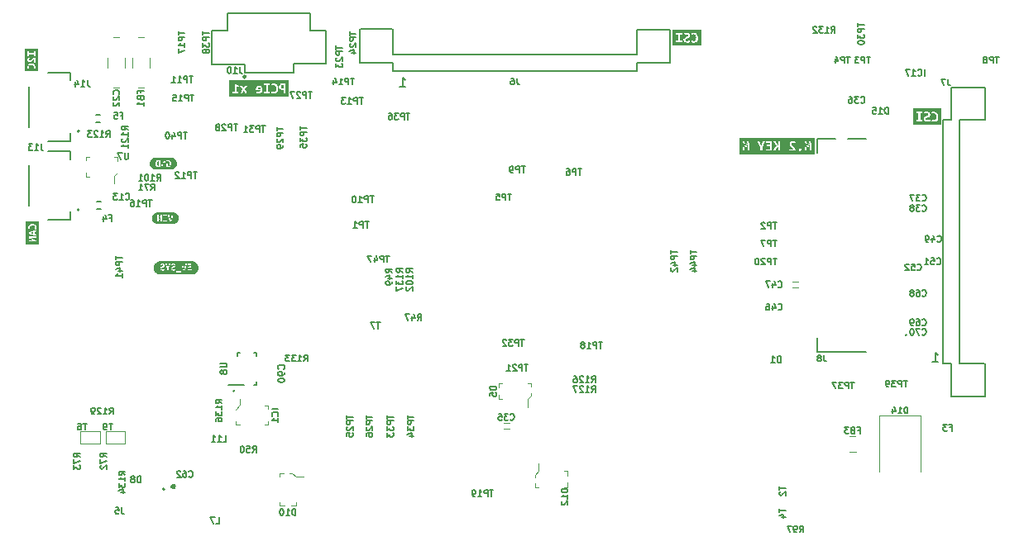
<source format=gbr>
G04 #@! TF.GenerationSoftware,KiCad,Pcbnew,7.0.2*
G04 #@! TF.CreationDate,2023-05-24T19:52:43-04:00*
G04 #@! TF.ProjectId,jetson-nano-baseboard,6a657473-6f6e-42d6-9e61-6e6f2d626173,1.6.1*
G04 #@! TF.SameCoordinates,Original*
G04 #@! TF.FileFunction,Legend,Bot*
G04 #@! TF.FilePolarity,Positive*
%FSLAX46Y46*%
G04 Gerber Fmt 4.6, Leading zero omitted, Abs format (unit mm)*
G04 Created by KiCad (PCBNEW 7.0.2) date 2023-05-24 19:52:43*
%MOMM*%
%LPD*%
G01*
G04 APERTURE LIST*
%ADD10C,0.127000*%
%ADD11C,0.100000*%
%ADD12C,0.050000*%
%ADD13C,0.254000*%
%ADD14C,0.200000*%
%ADD15C,0.150000*%
%ADD16C,0.120000*%
%ADD17C,0.139031*%
G04 APERTURE END LIST*
D10*
X156231250Y-110031030D02*
X161231250Y-110031030D01*
X156231250Y-110031030D02*
X156231250Y-108581020D01*
X156231250Y-89581030D02*
X156231250Y-88131020D01*
X156231250Y-88131020D02*
X158131240Y-88131020D01*
X159331240Y-88131020D02*
X161231250Y-88131020D01*
D11*
X156231250Y-110031030D02*
X158481250Y-110031030D01*
D12*
X165406240Y-108306030D02*
G75*
G03*
X165406240Y-108306030I-100000J0D01*
G01*
D13*
X90462010Y-123812020D02*
G75*
G03*
X90462010Y-123812020I-179610J0D01*
G01*
X97705511Y-81800000D02*
G75*
G03*
X97705511Y-81800000I-105511J0D01*
G01*
D14*
X168014285Y-111062619D02*
X168585713Y-111062619D01*
X168299999Y-111062619D02*
X168299999Y-110062619D01*
X168299999Y-110062619D02*
X168395237Y-110205476D01*
X168395237Y-110205476D02*
X168490475Y-110300714D01*
X168490475Y-110300714D02*
X168585713Y-110348333D01*
X113514285Y-82862619D02*
X114085713Y-82862619D01*
X113799999Y-82862619D02*
X113799999Y-81862619D01*
X113799999Y-81862619D02*
X113895237Y-82005476D01*
X113895237Y-82005476D02*
X113990475Y-82100714D01*
X113990475Y-82100714D02*
X114085713Y-82148333D01*
D15*
X110320238Y-96650702D02*
X109948809Y-96650702D01*
X110134523Y-97300702D02*
X110134523Y-96650702D01*
X109732143Y-97300702D02*
X109732143Y-96650702D01*
X109732143Y-96650702D02*
X109484524Y-96650702D01*
X109484524Y-96650702D02*
X109422619Y-96681654D01*
X109422619Y-96681654D02*
X109391666Y-96712607D01*
X109391666Y-96712607D02*
X109360714Y-96774511D01*
X109360714Y-96774511D02*
X109360714Y-96867369D01*
X109360714Y-96867369D02*
X109391666Y-96929273D01*
X109391666Y-96929273D02*
X109422619Y-96960226D01*
X109422619Y-96960226D02*
X109484524Y-96991178D01*
X109484524Y-96991178D02*
X109732143Y-96991178D01*
X108741666Y-97300702D02*
X109113095Y-97300702D01*
X108927381Y-97300702D02*
X108927381Y-96650702D01*
X108927381Y-96650702D02*
X108989285Y-96743559D01*
X108989285Y-96743559D02*
X109051190Y-96805464D01*
X109051190Y-96805464D02*
X109113095Y-96836416D01*
X152071038Y-96732242D02*
X151699609Y-96732242D01*
X151885323Y-97382242D02*
X151885323Y-96732242D01*
X151482943Y-97382242D02*
X151482943Y-96732242D01*
X151482943Y-96732242D02*
X151235324Y-96732242D01*
X151235324Y-96732242D02*
X151173419Y-96763194D01*
X151173419Y-96763194D02*
X151142466Y-96794147D01*
X151142466Y-96794147D02*
X151111514Y-96856051D01*
X151111514Y-96856051D02*
X151111514Y-96948909D01*
X151111514Y-96948909D02*
X151142466Y-97010813D01*
X151142466Y-97010813D02*
X151173419Y-97041766D01*
X151173419Y-97041766D02*
X151235324Y-97072718D01*
X151235324Y-97072718D02*
X151482943Y-97072718D01*
X150863895Y-96794147D02*
X150832943Y-96763194D01*
X150832943Y-96763194D02*
X150771038Y-96732242D01*
X150771038Y-96732242D02*
X150616276Y-96732242D01*
X150616276Y-96732242D02*
X150554371Y-96763194D01*
X150554371Y-96763194D02*
X150523419Y-96794147D01*
X150523419Y-96794147D02*
X150492466Y-96856051D01*
X150492466Y-96856051D02*
X150492466Y-96917956D01*
X150492466Y-96917956D02*
X150523419Y-97010813D01*
X150523419Y-97010813D02*
X150894847Y-97382242D01*
X150894847Y-97382242D02*
X150492466Y-97382242D01*
X161678638Y-79756712D02*
X161307209Y-79756712D01*
X161492923Y-80406712D02*
X161492923Y-79756712D01*
X161090543Y-80406712D02*
X161090543Y-79756712D01*
X161090543Y-79756712D02*
X160842924Y-79756712D01*
X160842924Y-79756712D02*
X160781019Y-79787664D01*
X160781019Y-79787664D02*
X160750066Y-79818617D01*
X160750066Y-79818617D02*
X160719114Y-79880521D01*
X160719114Y-79880521D02*
X160719114Y-79973379D01*
X160719114Y-79973379D02*
X160750066Y-80035283D01*
X160750066Y-80035283D02*
X160781019Y-80066236D01*
X160781019Y-80066236D02*
X160842924Y-80097188D01*
X160842924Y-80097188D02*
X161090543Y-80097188D01*
X160502447Y-79756712D02*
X160100066Y-79756712D01*
X160100066Y-79756712D02*
X160316733Y-80004331D01*
X160316733Y-80004331D02*
X160223876Y-80004331D01*
X160223876Y-80004331D02*
X160161971Y-80035283D01*
X160161971Y-80035283D02*
X160131019Y-80066236D01*
X160131019Y-80066236D02*
X160100066Y-80128140D01*
X160100066Y-80128140D02*
X160100066Y-80282902D01*
X160100066Y-80282902D02*
X160131019Y-80344807D01*
X160131019Y-80344807D02*
X160161971Y-80375760D01*
X160161971Y-80375760D02*
X160223876Y-80406712D01*
X160223876Y-80406712D02*
X160409590Y-80406712D01*
X160409590Y-80406712D02*
X160471495Y-80375760D01*
X160471495Y-80375760D02*
X160502447Y-80344807D01*
X159578638Y-79756712D02*
X159207209Y-79756712D01*
X159392923Y-80406712D02*
X159392923Y-79756712D01*
X158990543Y-80406712D02*
X158990543Y-79756712D01*
X158990543Y-79756712D02*
X158742924Y-79756712D01*
X158742924Y-79756712D02*
X158681019Y-79787664D01*
X158681019Y-79787664D02*
X158650066Y-79818617D01*
X158650066Y-79818617D02*
X158619114Y-79880521D01*
X158619114Y-79880521D02*
X158619114Y-79973379D01*
X158619114Y-79973379D02*
X158650066Y-80035283D01*
X158650066Y-80035283D02*
X158681019Y-80066236D01*
X158681019Y-80066236D02*
X158742924Y-80097188D01*
X158742924Y-80097188D02*
X158990543Y-80097188D01*
X158061971Y-79973379D02*
X158061971Y-80406712D01*
X158216733Y-79725760D02*
X158371495Y-80190045D01*
X158371495Y-80190045D02*
X157969114Y-80190045D01*
X132120238Y-91250702D02*
X131748809Y-91250702D01*
X131934523Y-91900702D02*
X131934523Y-91250702D01*
X131532143Y-91900702D02*
X131532143Y-91250702D01*
X131532143Y-91250702D02*
X131284524Y-91250702D01*
X131284524Y-91250702D02*
X131222619Y-91281654D01*
X131222619Y-91281654D02*
X131191666Y-91312607D01*
X131191666Y-91312607D02*
X131160714Y-91374511D01*
X131160714Y-91374511D02*
X131160714Y-91467369D01*
X131160714Y-91467369D02*
X131191666Y-91529273D01*
X131191666Y-91529273D02*
X131222619Y-91560226D01*
X131222619Y-91560226D02*
X131284524Y-91591178D01*
X131284524Y-91591178D02*
X131532143Y-91591178D01*
X130603571Y-91250702D02*
X130727381Y-91250702D01*
X130727381Y-91250702D02*
X130789285Y-91281654D01*
X130789285Y-91281654D02*
X130820238Y-91312607D01*
X130820238Y-91312607D02*
X130882143Y-91405464D01*
X130882143Y-91405464D02*
X130913095Y-91529273D01*
X130913095Y-91529273D02*
X130913095Y-91776892D01*
X130913095Y-91776892D02*
X130882143Y-91838797D01*
X130882143Y-91838797D02*
X130851190Y-91869750D01*
X130851190Y-91869750D02*
X130789285Y-91900702D01*
X130789285Y-91900702D02*
X130665476Y-91900702D01*
X130665476Y-91900702D02*
X130603571Y-91869750D01*
X130603571Y-91869750D02*
X130572619Y-91838797D01*
X130572619Y-91838797D02*
X130541666Y-91776892D01*
X130541666Y-91776892D02*
X130541666Y-91622130D01*
X130541666Y-91622130D02*
X130572619Y-91560226D01*
X130572619Y-91560226D02*
X130603571Y-91529273D01*
X130603571Y-91529273D02*
X130665476Y-91498321D01*
X130665476Y-91498321D02*
X130789285Y-91498321D01*
X130789285Y-91498321D02*
X130851190Y-91529273D01*
X130851190Y-91529273D02*
X130882143Y-91560226D01*
X130882143Y-91560226D02*
X130913095Y-91622130D01*
X152071038Y-98562362D02*
X151699609Y-98562362D01*
X151885323Y-99212362D02*
X151885323Y-98562362D01*
X151482943Y-99212362D02*
X151482943Y-98562362D01*
X151482943Y-98562362D02*
X151235324Y-98562362D01*
X151235324Y-98562362D02*
X151173419Y-98593314D01*
X151173419Y-98593314D02*
X151142466Y-98624267D01*
X151142466Y-98624267D02*
X151111514Y-98686171D01*
X151111514Y-98686171D02*
X151111514Y-98779029D01*
X151111514Y-98779029D02*
X151142466Y-98840933D01*
X151142466Y-98840933D02*
X151173419Y-98871886D01*
X151173419Y-98871886D02*
X151235324Y-98902838D01*
X151235324Y-98902838D02*
X151482943Y-98902838D01*
X150894847Y-98562362D02*
X150461514Y-98562362D01*
X150461514Y-98562362D02*
X150740085Y-99212362D01*
X126320238Y-91000702D02*
X125948809Y-91000702D01*
X126134523Y-91650702D02*
X126134523Y-91000702D01*
X125732143Y-91650702D02*
X125732143Y-91000702D01*
X125732143Y-91000702D02*
X125484524Y-91000702D01*
X125484524Y-91000702D02*
X125422619Y-91031654D01*
X125422619Y-91031654D02*
X125391666Y-91062607D01*
X125391666Y-91062607D02*
X125360714Y-91124511D01*
X125360714Y-91124511D02*
X125360714Y-91217369D01*
X125360714Y-91217369D02*
X125391666Y-91279273D01*
X125391666Y-91279273D02*
X125422619Y-91310226D01*
X125422619Y-91310226D02*
X125484524Y-91341178D01*
X125484524Y-91341178D02*
X125732143Y-91341178D01*
X125051190Y-91650702D02*
X124927381Y-91650702D01*
X124927381Y-91650702D02*
X124865476Y-91619750D01*
X124865476Y-91619750D02*
X124834524Y-91588797D01*
X124834524Y-91588797D02*
X124772619Y-91495940D01*
X124772619Y-91495940D02*
X124741666Y-91372130D01*
X124741666Y-91372130D02*
X124741666Y-91124511D01*
X124741666Y-91124511D02*
X124772619Y-91062607D01*
X124772619Y-91062607D02*
X124803571Y-91031654D01*
X124803571Y-91031654D02*
X124865476Y-91000702D01*
X124865476Y-91000702D02*
X124989285Y-91000702D01*
X124989285Y-91000702D02*
X125051190Y-91031654D01*
X125051190Y-91031654D02*
X125082143Y-91062607D01*
X125082143Y-91062607D02*
X125113095Y-91124511D01*
X125113095Y-91124511D02*
X125113095Y-91279273D01*
X125113095Y-91279273D02*
X125082143Y-91341178D01*
X125082143Y-91341178D02*
X125051190Y-91372130D01*
X125051190Y-91372130D02*
X124989285Y-91403083D01*
X124989285Y-91403083D02*
X124865476Y-91403083D01*
X124865476Y-91403083D02*
X124803571Y-91372130D01*
X124803571Y-91372130D02*
X124772619Y-91341178D01*
X124772619Y-91341178D02*
X124741666Y-91279273D01*
X110829762Y-94050702D02*
X110458333Y-94050702D01*
X110644047Y-94700702D02*
X110644047Y-94050702D01*
X110241667Y-94700702D02*
X110241667Y-94050702D01*
X110241667Y-94050702D02*
X109994048Y-94050702D01*
X109994048Y-94050702D02*
X109932143Y-94081654D01*
X109932143Y-94081654D02*
X109901190Y-94112607D01*
X109901190Y-94112607D02*
X109870238Y-94174511D01*
X109870238Y-94174511D02*
X109870238Y-94267369D01*
X109870238Y-94267369D02*
X109901190Y-94329273D01*
X109901190Y-94329273D02*
X109932143Y-94360226D01*
X109932143Y-94360226D02*
X109994048Y-94391178D01*
X109994048Y-94391178D02*
X110241667Y-94391178D01*
X109251190Y-94700702D02*
X109622619Y-94700702D01*
X109436905Y-94700702D02*
X109436905Y-94050702D01*
X109436905Y-94050702D02*
X109498809Y-94143559D01*
X109498809Y-94143559D02*
X109560714Y-94205464D01*
X109560714Y-94205464D02*
X109622619Y-94236416D01*
X108848809Y-94050702D02*
X108786904Y-94050702D01*
X108786904Y-94050702D02*
X108725000Y-94081654D01*
X108725000Y-94081654D02*
X108694047Y-94112607D01*
X108694047Y-94112607D02*
X108663095Y-94174511D01*
X108663095Y-94174511D02*
X108632142Y-94298321D01*
X108632142Y-94298321D02*
X108632142Y-94453083D01*
X108632142Y-94453083D02*
X108663095Y-94576892D01*
X108663095Y-94576892D02*
X108694047Y-94638797D01*
X108694047Y-94638797D02*
X108725000Y-94669750D01*
X108725000Y-94669750D02*
X108786904Y-94700702D01*
X108786904Y-94700702D02*
X108848809Y-94700702D01*
X108848809Y-94700702D02*
X108910714Y-94669750D01*
X108910714Y-94669750D02*
X108941666Y-94638797D01*
X108941666Y-94638797D02*
X108972619Y-94576892D01*
X108972619Y-94576892D02*
X109003571Y-94453083D01*
X109003571Y-94453083D02*
X109003571Y-94298321D01*
X109003571Y-94298321D02*
X108972619Y-94174511D01*
X108972619Y-94174511D02*
X108941666Y-94112607D01*
X108941666Y-94112607D02*
X108910714Y-94081654D01*
X108910714Y-94081654D02*
X108848809Y-94050702D01*
X108829762Y-81950702D02*
X108458333Y-81950702D01*
X108644047Y-82600702D02*
X108644047Y-81950702D01*
X108241667Y-82600702D02*
X108241667Y-81950702D01*
X108241667Y-81950702D02*
X107994048Y-81950702D01*
X107994048Y-81950702D02*
X107932143Y-81981654D01*
X107932143Y-81981654D02*
X107901190Y-82012607D01*
X107901190Y-82012607D02*
X107870238Y-82074511D01*
X107870238Y-82074511D02*
X107870238Y-82167369D01*
X107870238Y-82167369D02*
X107901190Y-82229273D01*
X107901190Y-82229273D02*
X107932143Y-82260226D01*
X107932143Y-82260226D02*
X107994048Y-82291178D01*
X107994048Y-82291178D02*
X108241667Y-82291178D01*
X107251190Y-82600702D02*
X107622619Y-82600702D01*
X107436905Y-82600702D02*
X107436905Y-81950702D01*
X107436905Y-81950702D02*
X107498809Y-82043559D01*
X107498809Y-82043559D02*
X107560714Y-82105464D01*
X107560714Y-82105464D02*
X107622619Y-82136416D01*
X106694047Y-82167369D02*
X106694047Y-82600702D01*
X106848809Y-81919750D02*
X107003571Y-82384035D01*
X107003571Y-82384035D02*
X106601190Y-82384035D01*
X88129762Y-94450702D02*
X87758333Y-94450702D01*
X87944047Y-95100702D02*
X87944047Y-94450702D01*
X87541667Y-95100702D02*
X87541667Y-94450702D01*
X87541667Y-94450702D02*
X87294048Y-94450702D01*
X87294048Y-94450702D02*
X87232143Y-94481654D01*
X87232143Y-94481654D02*
X87201190Y-94512607D01*
X87201190Y-94512607D02*
X87170238Y-94574511D01*
X87170238Y-94574511D02*
X87170238Y-94667369D01*
X87170238Y-94667369D02*
X87201190Y-94729273D01*
X87201190Y-94729273D02*
X87232143Y-94760226D01*
X87232143Y-94760226D02*
X87294048Y-94791178D01*
X87294048Y-94791178D02*
X87541667Y-94791178D01*
X86551190Y-95100702D02*
X86922619Y-95100702D01*
X86736905Y-95100702D02*
X86736905Y-94450702D01*
X86736905Y-94450702D02*
X86798809Y-94543559D01*
X86798809Y-94543559D02*
X86860714Y-94605464D01*
X86860714Y-94605464D02*
X86922619Y-94636416D01*
X85994047Y-94450702D02*
X86117857Y-94450702D01*
X86117857Y-94450702D02*
X86179761Y-94481654D01*
X86179761Y-94481654D02*
X86210714Y-94512607D01*
X86210714Y-94512607D02*
X86272619Y-94605464D01*
X86272619Y-94605464D02*
X86303571Y-94729273D01*
X86303571Y-94729273D02*
X86303571Y-94976892D01*
X86303571Y-94976892D02*
X86272619Y-95038797D01*
X86272619Y-95038797D02*
X86241666Y-95069750D01*
X86241666Y-95069750D02*
X86179761Y-95100702D01*
X86179761Y-95100702D02*
X86055952Y-95100702D01*
X86055952Y-95100702D02*
X85994047Y-95069750D01*
X85994047Y-95069750D02*
X85963095Y-95038797D01*
X85963095Y-95038797D02*
X85932142Y-94976892D01*
X85932142Y-94976892D02*
X85932142Y-94822130D01*
X85932142Y-94822130D02*
X85963095Y-94760226D01*
X85963095Y-94760226D02*
X85994047Y-94729273D01*
X85994047Y-94729273D02*
X86055952Y-94698321D01*
X86055952Y-94698321D02*
X86179761Y-94698321D01*
X86179761Y-94698321D02*
X86241666Y-94729273D01*
X86241666Y-94729273D02*
X86272619Y-94760226D01*
X86272619Y-94760226D02*
X86303571Y-94822130D01*
X134229762Y-109000702D02*
X133858333Y-109000702D01*
X134044047Y-109650702D02*
X134044047Y-109000702D01*
X133641667Y-109650702D02*
X133641667Y-109000702D01*
X133641667Y-109000702D02*
X133394048Y-109000702D01*
X133394048Y-109000702D02*
X133332143Y-109031654D01*
X133332143Y-109031654D02*
X133301190Y-109062607D01*
X133301190Y-109062607D02*
X133270238Y-109124511D01*
X133270238Y-109124511D02*
X133270238Y-109217369D01*
X133270238Y-109217369D02*
X133301190Y-109279273D01*
X133301190Y-109279273D02*
X133332143Y-109310226D01*
X133332143Y-109310226D02*
X133394048Y-109341178D01*
X133394048Y-109341178D02*
X133641667Y-109341178D01*
X132651190Y-109650702D02*
X133022619Y-109650702D01*
X132836905Y-109650702D02*
X132836905Y-109000702D01*
X132836905Y-109000702D02*
X132898809Y-109093559D01*
X132898809Y-109093559D02*
X132960714Y-109155464D01*
X132960714Y-109155464D02*
X133022619Y-109186416D01*
X132279761Y-109279273D02*
X132341666Y-109248321D01*
X132341666Y-109248321D02*
X132372619Y-109217369D01*
X132372619Y-109217369D02*
X132403571Y-109155464D01*
X132403571Y-109155464D02*
X132403571Y-109124511D01*
X132403571Y-109124511D02*
X132372619Y-109062607D01*
X132372619Y-109062607D02*
X132341666Y-109031654D01*
X132341666Y-109031654D02*
X132279761Y-109000702D01*
X132279761Y-109000702D02*
X132155952Y-109000702D01*
X132155952Y-109000702D02*
X132094047Y-109031654D01*
X132094047Y-109031654D02*
X132063095Y-109062607D01*
X132063095Y-109062607D02*
X132032142Y-109124511D01*
X132032142Y-109124511D02*
X132032142Y-109155464D01*
X132032142Y-109155464D02*
X132063095Y-109217369D01*
X132063095Y-109217369D02*
X132094047Y-109248321D01*
X132094047Y-109248321D02*
X132155952Y-109279273D01*
X132155952Y-109279273D02*
X132279761Y-109279273D01*
X132279761Y-109279273D02*
X132341666Y-109310226D01*
X132341666Y-109310226D02*
X132372619Y-109341178D01*
X132372619Y-109341178D02*
X132403571Y-109403083D01*
X132403571Y-109403083D02*
X132403571Y-109526892D01*
X132403571Y-109526892D02*
X132372619Y-109588797D01*
X132372619Y-109588797D02*
X132341666Y-109619750D01*
X132341666Y-109619750D02*
X132279761Y-109650702D01*
X132279761Y-109650702D02*
X132155952Y-109650702D01*
X132155952Y-109650702D02*
X132094047Y-109619750D01*
X132094047Y-109619750D02*
X132063095Y-109588797D01*
X132063095Y-109588797D02*
X132032142Y-109526892D01*
X132032142Y-109526892D02*
X132032142Y-109403083D01*
X132032142Y-109403083D02*
X132063095Y-109341178D01*
X132063095Y-109341178D02*
X132094047Y-109310226D01*
X132094047Y-109310226D02*
X132155952Y-109279273D01*
X123081752Y-124180702D02*
X122710323Y-124180702D01*
X122896037Y-124830702D02*
X122896037Y-124180702D01*
X122493657Y-124830702D02*
X122493657Y-124180702D01*
X122493657Y-124180702D02*
X122246038Y-124180702D01*
X122246038Y-124180702D02*
X122184133Y-124211654D01*
X122184133Y-124211654D02*
X122153180Y-124242607D01*
X122153180Y-124242607D02*
X122122228Y-124304511D01*
X122122228Y-124304511D02*
X122122228Y-124397369D01*
X122122228Y-124397369D02*
X122153180Y-124459273D01*
X122153180Y-124459273D02*
X122184133Y-124490226D01*
X122184133Y-124490226D02*
X122246038Y-124521178D01*
X122246038Y-124521178D02*
X122493657Y-124521178D01*
X121503180Y-124830702D02*
X121874609Y-124830702D01*
X121688895Y-124830702D02*
X121688895Y-124180702D01*
X121688895Y-124180702D02*
X121750799Y-124273559D01*
X121750799Y-124273559D02*
X121812704Y-124335464D01*
X121812704Y-124335464D02*
X121874609Y-124366416D01*
X121193656Y-124830702D02*
X121069847Y-124830702D01*
X121069847Y-124830702D02*
X121007942Y-124799750D01*
X121007942Y-124799750D02*
X120976990Y-124768797D01*
X120976990Y-124768797D02*
X120915085Y-124675940D01*
X120915085Y-124675940D02*
X120884132Y-124552130D01*
X120884132Y-124552130D02*
X120884132Y-124304511D01*
X120884132Y-124304511D02*
X120915085Y-124242607D01*
X120915085Y-124242607D02*
X120946037Y-124211654D01*
X120946037Y-124211654D02*
X121007942Y-124180702D01*
X121007942Y-124180702D02*
X121131751Y-124180702D01*
X121131751Y-124180702D02*
X121193656Y-124211654D01*
X121193656Y-124211654D02*
X121224609Y-124242607D01*
X121224609Y-124242607D02*
X121255561Y-124304511D01*
X121255561Y-124304511D02*
X121255561Y-124459273D01*
X121255561Y-124459273D02*
X121224609Y-124521178D01*
X121224609Y-124521178D02*
X121193656Y-124552130D01*
X121193656Y-124552130D02*
X121131751Y-124583083D01*
X121131751Y-124583083D02*
X121007942Y-124583083D01*
X121007942Y-124583083D02*
X120946037Y-124552130D01*
X120946037Y-124552130D02*
X120915085Y-124521178D01*
X120915085Y-124521178D02*
X120884132Y-124459273D01*
X126629762Y-111300702D02*
X126258333Y-111300702D01*
X126444047Y-111950702D02*
X126444047Y-111300702D01*
X126041667Y-111950702D02*
X126041667Y-111300702D01*
X126041667Y-111300702D02*
X125794048Y-111300702D01*
X125794048Y-111300702D02*
X125732143Y-111331654D01*
X125732143Y-111331654D02*
X125701190Y-111362607D01*
X125701190Y-111362607D02*
X125670238Y-111424511D01*
X125670238Y-111424511D02*
X125670238Y-111517369D01*
X125670238Y-111517369D02*
X125701190Y-111579273D01*
X125701190Y-111579273D02*
X125732143Y-111610226D01*
X125732143Y-111610226D02*
X125794048Y-111641178D01*
X125794048Y-111641178D02*
X126041667Y-111641178D01*
X125422619Y-111362607D02*
X125391667Y-111331654D01*
X125391667Y-111331654D02*
X125329762Y-111300702D01*
X125329762Y-111300702D02*
X125175000Y-111300702D01*
X125175000Y-111300702D02*
X125113095Y-111331654D01*
X125113095Y-111331654D02*
X125082143Y-111362607D01*
X125082143Y-111362607D02*
X125051190Y-111424511D01*
X125051190Y-111424511D02*
X125051190Y-111486416D01*
X125051190Y-111486416D02*
X125082143Y-111579273D01*
X125082143Y-111579273D02*
X125453571Y-111950702D01*
X125453571Y-111950702D02*
X125051190Y-111950702D01*
X124432142Y-111950702D02*
X124803571Y-111950702D01*
X124617857Y-111950702D02*
X124617857Y-111300702D01*
X124617857Y-111300702D02*
X124679761Y-111393559D01*
X124679761Y-111393559D02*
X124741666Y-111455464D01*
X124741666Y-111455464D02*
X124803571Y-111486416D01*
X106973712Y-78639027D02*
X106973712Y-79010456D01*
X107623712Y-78824742D02*
X106973712Y-78824742D01*
X107623712Y-79227122D02*
X106973712Y-79227122D01*
X106973712Y-79227122D02*
X106973712Y-79474741D01*
X106973712Y-79474741D02*
X107004664Y-79536646D01*
X107004664Y-79536646D02*
X107035617Y-79567599D01*
X107035617Y-79567599D02*
X107097521Y-79598551D01*
X107097521Y-79598551D02*
X107190379Y-79598551D01*
X107190379Y-79598551D02*
X107252283Y-79567599D01*
X107252283Y-79567599D02*
X107283236Y-79536646D01*
X107283236Y-79536646D02*
X107314188Y-79474741D01*
X107314188Y-79474741D02*
X107314188Y-79227122D01*
X107035617Y-79846170D02*
X107004664Y-79877122D01*
X107004664Y-79877122D02*
X106973712Y-79939027D01*
X106973712Y-79939027D02*
X106973712Y-80093789D01*
X106973712Y-80093789D02*
X107004664Y-80155694D01*
X107004664Y-80155694D02*
X107035617Y-80186646D01*
X107035617Y-80186646D02*
X107097521Y-80217599D01*
X107097521Y-80217599D02*
X107159426Y-80217599D01*
X107159426Y-80217599D02*
X107252283Y-80186646D01*
X107252283Y-80186646D02*
X107623712Y-79815218D01*
X107623712Y-79815218D02*
X107623712Y-80217599D01*
X106973712Y-80434266D02*
X106973712Y-80836647D01*
X106973712Y-80836647D02*
X107221331Y-80619980D01*
X107221331Y-80619980D02*
X107221331Y-80712837D01*
X107221331Y-80712837D02*
X107252283Y-80774742D01*
X107252283Y-80774742D02*
X107283236Y-80805694D01*
X107283236Y-80805694D02*
X107345140Y-80836647D01*
X107345140Y-80836647D02*
X107499902Y-80836647D01*
X107499902Y-80836647D02*
X107561807Y-80805694D01*
X107561807Y-80805694D02*
X107592760Y-80774742D01*
X107592760Y-80774742D02*
X107623712Y-80712837D01*
X107623712Y-80712837D02*
X107623712Y-80527123D01*
X107623712Y-80527123D02*
X107592760Y-80465218D01*
X107592760Y-80465218D02*
X107561807Y-80434266D01*
X108373712Y-77189027D02*
X108373712Y-77560456D01*
X109023712Y-77374742D02*
X108373712Y-77374742D01*
X109023712Y-77777122D02*
X108373712Y-77777122D01*
X108373712Y-77777122D02*
X108373712Y-78024741D01*
X108373712Y-78024741D02*
X108404664Y-78086646D01*
X108404664Y-78086646D02*
X108435617Y-78117599D01*
X108435617Y-78117599D02*
X108497521Y-78148551D01*
X108497521Y-78148551D02*
X108590379Y-78148551D01*
X108590379Y-78148551D02*
X108652283Y-78117599D01*
X108652283Y-78117599D02*
X108683236Y-78086646D01*
X108683236Y-78086646D02*
X108714188Y-78024741D01*
X108714188Y-78024741D02*
X108714188Y-77777122D01*
X108435617Y-78396170D02*
X108404664Y-78427122D01*
X108404664Y-78427122D02*
X108373712Y-78489027D01*
X108373712Y-78489027D02*
X108373712Y-78643789D01*
X108373712Y-78643789D02*
X108404664Y-78705694D01*
X108404664Y-78705694D02*
X108435617Y-78736646D01*
X108435617Y-78736646D02*
X108497521Y-78767599D01*
X108497521Y-78767599D02*
X108559426Y-78767599D01*
X108559426Y-78767599D02*
X108652283Y-78736646D01*
X108652283Y-78736646D02*
X109023712Y-78365218D01*
X109023712Y-78365218D02*
X109023712Y-78767599D01*
X108590379Y-79324742D02*
X109023712Y-79324742D01*
X108342760Y-79169980D02*
X108807045Y-79015218D01*
X108807045Y-79015218D02*
X108807045Y-79417599D01*
X108050702Y-116494237D02*
X108050702Y-116865666D01*
X108700702Y-116679952D02*
X108050702Y-116679952D01*
X108700702Y-117082332D02*
X108050702Y-117082332D01*
X108050702Y-117082332D02*
X108050702Y-117329951D01*
X108050702Y-117329951D02*
X108081654Y-117391856D01*
X108081654Y-117391856D02*
X108112607Y-117422809D01*
X108112607Y-117422809D02*
X108174511Y-117453761D01*
X108174511Y-117453761D02*
X108267369Y-117453761D01*
X108267369Y-117453761D02*
X108329273Y-117422809D01*
X108329273Y-117422809D02*
X108360226Y-117391856D01*
X108360226Y-117391856D02*
X108391178Y-117329951D01*
X108391178Y-117329951D02*
X108391178Y-117082332D01*
X108112607Y-117701380D02*
X108081654Y-117732332D01*
X108081654Y-117732332D02*
X108050702Y-117794237D01*
X108050702Y-117794237D02*
X108050702Y-117948999D01*
X108050702Y-117948999D02*
X108081654Y-118010904D01*
X108081654Y-118010904D02*
X108112607Y-118041856D01*
X108112607Y-118041856D02*
X108174511Y-118072809D01*
X108174511Y-118072809D02*
X108236416Y-118072809D01*
X108236416Y-118072809D02*
X108329273Y-118041856D01*
X108329273Y-118041856D02*
X108700702Y-117670428D01*
X108700702Y-117670428D02*
X108700702Y-118072809D01*
X108050702Y-118660904D02*
X108050702Y-118351380D01*
X108050702Y-118351380D02*
X108360226Y-118320428D01*
X108360226Y-118320428D02*
X108329273Y-118351380D01*
X108329273Y-118351380D02*
X108298321Y-118413285D01*
X108298321Y-118413285D02*
X108298321Y-118568047D01*
X108298321Y-118568047D02*
X108329273Y-118629952D01*
X108329273Y-118629952D02*
X108360226Y-118660904D01*
X108360226Y-118660904D02*
X108422130Y-118691857D01*
X108422130Y-118691857D02*
X108576892Y-118691857D01*
X108576892Y-118691857D02*
X108638797Y-118660904D01*
X108638797Y-118660904D02*
X108669750Y-118629952D01*
X108669750Y-118629952D02*
X108700702Y-118568047D01*
X108700702Y-118568047D02*
X108700702Y-118413285D01*
X108700702Y-118413285D02*
X108669750Y-118351380D01*
X108669750Y-118351380D02*
X108638797Y-118320428D01*
X110050702Y-116494237D02*
X110050702Y-116865666D01*
X110700702Y-116679952D02*
X110050702Y-116679952D01*
X110700702Y-117082332D02*
X110050702Y-117082332D01*
X110050702Y-117082332D02*
X110050702Y-117329951D01*
X110050702Y-117329951D02*
X110081654Y-117391856D01*
X110081654Y-117391856D02*
X110112607Y-117422809D01*
X110112607Y-117422809D02*
X110174511Y-117453761D01*
X110174511Y-117453761D02*
X110267369Y-117453761D01*
X110267369Y-117453761D02*
X110329273Y-117422809D01*
X110329273Y-117422809D02*
X110360226Y-117391856D01*
X110360226Y-117391856D02*
X110391178Y-117329951D01*
X110391178Y-117329951D02*
X110391178Y-117082332D01*
X110112607Y-117701380D02*
X110081654Y-117732332D01*
X110081654Y-117732332D02*
X110050702Y-117794237D01*
X110050702Y-117794237D02*
X110050702Y-117948999D01*
X110050702Y-117948999D02*
X110081654Y-118010904D01*
X110081654Y-118010904D02*
X110112607Y-118041856D01*
X110112607Y-118041856D02*
X110174511Y-118072809D01*
X110174511Y-118072809D02*
X110236416Y-118072809D01*
X110236416Y-118072809D02*
X110329273Y-118041856D01*
X110329273Y-118041856D02*
X110700702Y-117670428D01*
X110700702Y-117670428D02*
X110700702Y-118072809D01*
X110050702Y-118629952D02*
X110050702Y-118506142D01*
X110050702Y-118506142D02*
X110081654Y-118444238D01*
X110081654Y-118444238D02*
X110112607Y-118413285D01*
X110112607Y-118413285D02*
X110205464Y-118351380D01*
X110205464Y-118351380D02*
X110329273Y-118320428D01*
X110329273Y-118320428D02*
X110576892Y-118320428D01*
X110576892Y-118320428D02*
X110638797Y-118351380D01*
X110638797Y-118351380D02*
X110669750Y-118382333D01*
X110669750Y-118382333D02*
X110700702Y-118444238D01*
X110700702Y-118444238D02*
X110700702Y-118568047D01*
X110700702Y-118568047D02*
X110669750Y-118629952D01*
X110669750Y-118629952D02*
X110638797Y-118660904D01*
X110638797Y-118660904D02*
X110576892Y-118691857D01*
X110576892Y-118691857D02*
X110422130Y-118691857D01*
X110422130Y-118691857D02*
X110360226Y-118660904D01*
X110360226Y-118660904D02*
X110329273Y-118629952D01*
X110329273Y-118629952D02*
X110298321Y-118568047D01*
X110298321Y-118568047D02*
X110298321Y-118444238D01*
X110298321Y-118444238D02*
X110329273Y-118382333D01*
X110329273Y-118382333D02*
X110360226Y-118351380D01*
X110360226Y-118351380D02*
X110422130Y-118320428D01*
X104529762Y-83350702D02*
X104158333Y-83350702D01*
X104344047Y-84000702D02*
X104344047Y-83350702D01*
X103941667Y-84000702D02*
X103941667Y-83350702D01*
X103941667Y-83350702D02*
X103694048Y-83350702D01*
X103694048Y-83350702D02*
X103632143Y-83381654D01*
X103632143Y-83381654D02*
X103601190Y-83412607D01*
X103601190Y-83412607D02*
X103570238Y-83474511D01*
X103570238Y-83474511D02*
X103570238Y-83567369D01*
X103570238Y-83567369D02*
X103601190Y-83629273D01*
X103601190Y-83629273D02*
X103632143Y-83660226D01*
X103632143Y-83660226D02*
X103694048Y-83691178D01*
X103694048Y-83691178D02*
X103941667Y-83691178D01*
X103322619Y-83412607D02*
X103291667Y-83381654D01*
X103291667Y-83381654D02*
X103229762Y-83350702D01*
X103229762Y-83350702D02*
X103075000Y-83350702D01*
X103075000Y-83350702D02*
X103013095Y-83381654D01*
X103013095Y-83381654D02*
X102982143Y-83412607D01*
X102982143Y-83412607D02*
X102951190Y-83474511D01*
X102951190Y-83474511D02*
X102951190Y-83536416D01*
X102951190Y-83536416D02*
X102982143Y-83629273D01*
X102982143Y-83629273D02*
X103353571Y-84000702D01*
X103353571Y-84000702D02*
X102951190Y-84000702D01*
X102734523Y-83350702D02*
X102301190Y-83350702D01*
X102301190Y-83350702D02*
X102579761Y-84000702D01*
X96879762Y-86666942D02*
X96508333Y-86666942D01*
X96694047Y-87316942D02*
X96694047Y-86666942D01*
X96291667Y-87316942D02*
X96291667Y-86666942D01*
X96291667Y-86666942D02*
X96044048Y-86666942D01*
X96044048Y-86666942D02*
X95982143Y-86697894D01*
X95982143Y-86697894D02*
X95951190Y-86728847D01*
X95951190Y-86728847D02*
X95920238Y-86790751D01*
X95920238Y-86790751D02*
X95920238Y-86883609D01*
X95920238Y-86883609D02*
X95951190Y-86945513D01*
X95951190Y-86945513D02*
X95982143Y-86976466D01*
X95982143Y-86976466D02*
X96044048Y-87007418D01*
X96044048Y-87007418D02*
X96291667Y-87007418D01*
X95672619Y-86728847D02*
X95641667Y-86697894D01*
X95641667Y-86697894D02*
X95579762Y-86666942D01*
X95579762Y-86666942D02*
X95425000Y-86666942D01*
X95425000Y-86666942D02*
X95363095Y-86697894D01*
X95363095Y-86697894D02*
X95332143Y-86728847D01*
X95332143Y-86728847D02*
X95301190Y-86790751D01*
X95301190Y-86790751D02*
X95301190Y-86852656D01*
X95301190Y-86852656D02*
X95332143Y-86945513D01*
X95332143Y-86945513D02*
X95703571Y-87316942D01*
X95703571Y-87316942D02*
X95301190Y-87316942D01*
X94929761Y-86945513D02*
X94991666Y-86914561D01*
X94991666Y-86914561D02*
X95022619Y-86883609D01*
X95022619Y-86883609D02*
X95053571Y-86821704D01*
X95053571Y-86821704D02*
X95053571Y-86790751D01*
X95053571Y-86790751D02*
X95022619Y-86728847D01*
X95022619Y-86728847D02*
X94991666Y-86697894D01*
X94991666Y-86697894D02*
X94929761Y-86666942D01*
X94929761Y-86666942D02*
X94805952Y-86666942D01*
X94805952Y-86666942D02*
X94744047Y-86697894D01*
X94744047Y-86697894D02*
X94713095Y-86728847D01*
X94713095Y-86728847D02*
X94682142Y-86790751D01*
X94682142Y-86790751D02*
X94682142Y-86821704D01*
X94682142Y-86821704D02*
X94713095Y-86883609D01*
X94713095Y-86883609D02*
X94744047Y-86914561D01*
X94744047Y-86914561D02*
X94805952Y-86945513D01*
X94805952Y-86945513D02*
X94929761Y-86945513D01*
X94929761Y-86945513D02*
X94991666Y-86976466D01*
X94991666Y-86976466D02*
X95022619Y-87007418D01*
X95022619Y-87007418D02*
X95053571Y-87069323D01*
X95053571Y-87069323D02*
X95053571Y-87193132D01*
X95053571Y-87193132D02*
X95022619Y-87255037D01*
X95022619Y-87255037D02*
X94991666Y-87285990D01*
X94991666Y-87285990D02*
X94929761Y-87316942D01*
X94929761Y-87316942D02*
X94805952Y-87316942D01*
X94805952Y-87316942D02*
X94744047Y-87285990D01*
X94744047Y-87285990D02*
X94713095Y-87255037D01*
X94713095Y-87255037D02*
X94682142Y-87193132D01*
X94682142Y-87193132D02*
X94682142Y-87069323D01*
X94682142Y-87069323D02*
X94713095Y-87007418D01*
X94713095Y-87007418D02*
X94744047Y-86976466D01*
X94744047Y-86976466D02*
X94805952Y-86945513D01*
X100900702Y-86970237D02*
X100900702Y-87341666D01*
X101550702Y-87155952D02*
X100900702Y-87155952D01*
X101550702Y-87558332D02*
X100900702Y-87558332D01*
X100900702Y-87558332D02*
X100900702Y-87805951D01*
X100900702Y-87805951D02*
X100931654Y-87867856D01*
X100931654Y-87867856D02*
X100962607Y-87898809D01*
X100962607Y-87898809D02*
X101024511Y-87929761D01*
X101024511Y-87929761D02*
X101117369Y-87929761D01*
X101117369Y-87929761D02*
X101179273Y-87898809D01*
X101179273Y-87898809D02*
X101210226Y-87867856D01*
X101210226Y-87867856D02*
X101241178Y-87805951D01*
X101241178Y-87805951D02*
X101241178Y-87558332D01*
X100962607Y-88177380D02*
X100931654Y-88208332D01*
X100931654Y-88208332D02*
X100900702Y-88270237D01*
X100900702Y-88270237D02*
X100900702Y-88424999D01*
X100900702Y-88424999D02*
X100931654Y-88486904D01*
X100931654Y-88486904D02*
X100962607Y-88517856D01*
X100962607Y-88517856D02*
X101024511Y-88548809D01*
X101024511Y-88548809D02*
X101086416Y-88548809D01*
X101086416Y-88548809D02*
X101179273Y-88517856D01*
X101179273Y-88517856D02*
X101550702Y-88146428D01*
X101550702Y-88146428D02*
X101550702Y-88548809D01*
X101550702Y-88858333D02*
X101550702Y-88982142D01*
X101550702Y-88982142D02*
X101519750Y-89044047D01*
X101519750Y-89044047D02*
X101488797Y-89074999D01*
X101488797Y-89074999D02*
X101395940Y-89136904D01*
X101395940Y-89136904D02*
X101272130Y-89167857D01*
X101272130Y-89167857D02*
X101024511Y-89167857D01*
X101024511Y-89167857D02*
X100962607Y-89136904D01*
X100962607Y-89136904D02*
X100931654Y-89105952D01*
X100931654Y-89105952D02*
X100900702Y-89044047D01*
X100900702Y-89044047D02*
X100900702Y-88920238D01*
X100900702Y-88920238D02*
X100931654Y-88858333D01*
X100931654Y-88858333D02*
X100962607Y-88827380D01*
X100962607Y-88827380D02*
X101024511Y-88796428D01*
X101024511Y-88796428D02*
X101179273Y-88796428D01*
X101179273Y-88796428D02*
X101241178Y-88827380D01*
X101241178Y-88827380D02*
X101272130Y-88858333D01*
X101272130Y-88858333D02*
X101303083Y-88920238D01*
X101303083Y-88920238D02*
X101303083Y-89044047D01*
X101303083Y-89044047D02*
X101272130Y-89105952D01*
X101272130Y-89105952D02*
X101241178Y-89136904D01*
X101241178Y-89136904D02*
X101179273Y-89167857D01*
X99729762Y-86850702D02*
X99358333Y-86850702D01*
X99544047Y-87500702D02*
X99544047Y-86850702D01*
X99141667Y-87500702D02*
X99141667Y-86850702D01*
X99141667Y-86850702D02*
X98894048Y-86850702D01*
X98894048Y-86850702D02*
X98832143Y-86881654D01*
X98832143Y-86881654D02*
X98801190Y-86912607D01*
X98801190Y-86912607D02*
X98770238Y-86974511D01*
X98770238Y-86974511D02*
X98770238Y-87067369D01*
X98770238Y-87067369D02*
X98801190Y-87129273D01*
X98801190Y-87129273D02*
X98832143Y-87160226D01*
X98832143Y-87160226D02*
X98894048Y-87191178D01*
X98894048Y-87191178D02*
X99141667Y-87191178D01*
X98553571Y-86850702D02*
X98151190Y-86850702D01*
X98151190Y-86850702D02*
X98367857Y-87098321D01*
X98367857Y-87098321D02*
X98275000Y-87098321D01*
X98275000Y-87098321D02*
X98213095Y-87129273D01*
X98213095Y-87129273D02*
X98182143Y-87160226D01*
X98182143Y-87160226D02*
X98151190Y-87222130D01*
X98151190Y-87222130D02*
X98151190Y-87376892D01*
X98151190Y-87376892D02*
X98182143Y-87438797D01*
X98182143Y-87438797D02*
X98213095Y-87469750D01*
X98213095Y-87469750D02*
X98275000Y-87500702D01*
X98275000Y-87500702D02*
X98460714Y-87500702D01*
X98460714Y-87500702D02*
X98522619Y-87469750D01*
X98522619Y-87469750D02*
X98553571Y-87438797D01*
X97532142Y-87500702D02*
X97903571Y-87500702D01*
X97717857Y-87500702D02*
X97717857Y-86850702D01*
X97717857Y-86850702D02*
X97779761Y-86943559D01*
X97779761Y-86943559D02*
X97841666Y-87005464D01*
X97841666Y-87005464D02*
X97903571Y-87036416D01*
X94708333Y-127600702D02*
X95017857Y-127600702D01*
X95017857Y-127600702D02*
X95017857Y-126950702D01*
X94553571Y-126950702D02*
X94120238Y-126950702D01*
X94120238Y-126950702D02*
X94398809Y-127600702D01*
X126229762Y-108750702D02*
X125858333Y-108750702D01*
X126044047Y-109400702D02*
X126044047Y-108750702D01*
X125641667Y-109400702D02*
X125641667Y-108750702D01*
X125641667Y-108750702D02*
X125394048Y-108750702D01*
X125394048Y-108750702D02*
X125332143Y-108781654D01*
X125332143Y-108781654D02*
X125301190Y-108812607D01*
X125301190Y-108812607D02*
X125270238Y-108874511D01*
X125270238Y-108874511D02*
X125270238Y-108967369D01*
X125270238Y-108967369D02*
X125301190Y-109029273D01*
X125301190Y-109029273D02*
X125332143Y-109060226D01*
X125332143Y-109060226D02*
X125394048Y-109091178D01*
X125394048Y-109091178D02*
X125641667Y-109091178D01*
X125053571Y-108750702D02*
X124651190Y-108750702D01*
X124651190Y-108750702D02*
X124867857Y-108998321D01*
X124867857Y-108998321D02*
X124775000Y-108998321D01*
X124775000Y-108998321D02*
X124713095Y-109029273D01*
X124713095Y-109029273D02*
X124682143Y-109060226D01*
X124682143Y-109060226D02*
X124651190Y-109122130D01*
X124651190Y-109122130D02*
X124651190Y-109276892D01*
X124651190Y-109276892D02*
X124682143Y-109338797D01*
X124682143Y-109338797D02*
X124713095Y-109369750D01*
X124713095Y-109369750D02*
X124775000Y-109400702D01*
X124775000Y-109400702D02*
X124960714Y-109400702D01*
X124960714Y-109400702D02*
X125022619Y-109369750D01*
X125022619Y-109369750D02*
X125053571Y-109338797D01*
X124403571Y-108812607D02*
X124372619Y-108781654D01*
X124372619Y-108781654D02*
X124310714Y-108750702D01*
X124310714Y-108750702D02*
X124155952Y-108750702D01*
X124155952Y-108750702D02*
X124094047Y-108781654D01*
X124094047Y-108781654D02*
X124063095Y-108812607D01*
X124063095Y-108812607D02*
X124032142Y-108874511D01*
X124032142Y-108874511D02*
X124032142Y-108936416D01*
X124032142Y-108936416D02*
X124063095Y-109029273D01*
X124063095Y-109029273D02*
X124434523Y-109400702D01*
X124434523Y-109400702D02*
X124032142Y-109400702D01*
X112200702Y-116494237D02*
X112200702Y-116865666D01*
X112850702Y-116679952D02*
X112200702Y-116679952D01*
X112850702Y-117082332D02*
X112200702Y-117082332D01*
X112200702Y-117082332D02*
X112200702Y-117329951D01*
X112200702Y-117329951D02*
X112231654Y-117391856D01*
X112231654Y-117391856D02*
X112262607Y-117422809D01*
X112262607Y-117422809D02*
X112324511Y-117453761D01*
X112324511Y-117453761D02*
X112417369Y-117453761D01*
X112417369Y-117453761D02*
X112479273Y-117422809D01*
X112479273Y-117422809D02*
X112510226Y-117391856D01*
X112510226Y-117391856D02*
X112541178Y-117329951D01*
X112541178Y-117329951D02*
X112541178Y-117082332D01*
X112200702Y-117670428D02*
X112200702Y-118072809D01*
X112200702Y-118072809D02*
X112448321Y-117856142D01*
X112448321Y-117856142D02*
X112448321Y-117948999D01*
X112448321Y-117948999D02*
X112479273Y-118010904D01*
X112479273Y-118010904D02*
X112510226Y-118041856D01*
X112510226Y-118041856D02*
X112572130Y-118072809D01*
X112572130Y-118072809D02*
X112726892Y-118072809D01*
X112726892Y-118072809D02*
X112788797Y-118041856D01*
X112788797Y-118041856D02*
X112819750Y-118010904D01*
X112819750Y-118010904D02*
X112850702Y-117948999D01*
X112850702Y-117948999D02*
X112850702Y-117763285D01*
X112850702Y-117763285D02*
X112819750Y-117701380D01*
X112819750Y-117701380D02*
X112788797Y-117670428D01*
X112200702Y-118289476D02*
X112200702Y-118691857D01*
X112200702Y-118691857D02*
X112448321Y-118475190D01*
X112448321Y-118475190D02*
X112448321Y-118568047D01*
X112448321Y-118568047D02*
X112479273Y-118629952D01*
X112479273Y-118629952D02*
X112510226Y-118660904D01*
X112510226Y-118660904D02*
X112572130Y-118691857D01*
X112572130Y-118691857D02*
X112726892Y-118691857D01*
X112726892Y-118691857D02*
X112788797Y-118660904D01*
X112788797Y-118660904D02*
X112819750Y-118629952D01*
X112819750Y-118629952D02*
X112850702Y-118568047D01*
X112850702Y-118568047D02*
X112850702Y-118382333D01*
X112850702Y-118382333D02*
X112819750Y-118320428D01*
X112819750Y-118320428D02*
X112788797Y-118289476D01*
X114300702Y-116494237D02*
X114300702Y-116865666D01*
X114950702Y-116679952D02*
X114300702Y-116679952D01*
X114950702Y-117082332D02*
X114300702Y-117082332D01*
X114300702Y-117082332D02*
X114300702Y-117329951D01*
X114300702Y-117329951D02*
X114331654Y-117391856D01*
X114331654Y-117391856D02*
X114362607Y-117422809D01*
X114362607Y-117422809D02*
X114424511Y-117453761D01*
X114424511Y-117453761D02*
X114517369Y-117453761D01*
X114517369Y-117453761D02*
X114579273Y-117422809D01*
X114579273Y-117422809D02*
X114610226Y-117391856D01*
X114610226Y-117391856D02*
X114641178Y-117329951D01*
X114641178Y-117329951D02*
X114641178Y-117082332D01*
X114300702Y-117670428D02*
X114300702Y-118072809D01*
X114300702Y-118072809D02*
X114548321Y-117856142D01*
X114548321Y-117856142D02*
X114548321Y-117948999D01*
X114548321Y-117948999D02*
X114579273Y-118010904D01*
X114579273Y-118010904D02*
X114610226Y-118041856D01*
X114610226Y-118041856D02*
X114672130Y-118072809D01*
X114672130Y-118072809D02*
X114826892Y-118072809D01*
X114826892Y-118072809D02*
X114888797Y-118041856D01*
X114888797Y-118041856D02*
X114919750Y-118010904D01*
X114919750Y-118010904D02*
X114950702Y-117948999D01*
X114950702Y-117948999D02*
X114950702Y-117763285D01*
X114950702Y-117763285D02*
X114919750Y-117701380D01*
X114919750Y-117701380D02*
X114888797Y-117670428D01*
X114517369Y-118629952D02*
X114950702Y-118629952D01*
X114269750Y-118475190D02*
X114734035Y-118320428D01*
X114734035Y-118320428D02*
X114734035Y-118722809D01*
X103300702Y-86870237D02*
X103300702Y-87241666D01*
X103950702Y-87055952D02*
X103300702Y-87055952D01*
X103950702Y-87458332D02*
X103300702Y-87458332D01*
X103300702Y-87458332D02*
X103300702Y-87705951D01*
X103300702Y-87705951D02*
X103331654Y-87767856D01*
X103331654Y-87767856D02*
X103362607Y-87798809D01*
X103362607Y-87798809D02*
X103424511Y-87829761D01*
X103424511Y-87829761D02*
X103517369Y-87829761D01*
X103517369Y-87829761D02*
X103579273Y-87798809D01*
X103579273Y-87798809D02*
X103610226Y-87767856D01*
X103610226Y-87767856D02*
X103641178Y-87705951D01*
X103641178Y-87705951D02*
X103641178Y-87458332D01*
X103300702Y-88046428D02*
X103300702Y-88448809D01*
X103300702Y-88448809D02*
X103548321Y-88232142D01*
X103548321Y-88232142D02*
X103548321Y-88324999D01*
X103548321Y-88324999D02*
X103579273Y-88386904D01*
X103579273Y-88386904D02*
X103610226Y-88417856D01*
X103610226Y-88417856D02*
X103672130Y-88448809D01*
X103672130Y-88448809D02*
X103826892Y-88448809D01*
X103826892Y-88448809D02*
X103888797Y-88417856D01*
X103888797Y-88417856D02*
X103919750Y-88386904D01*
X103919750Y-88386904D02*
X103950702Y-88324999D01*
X103950702Y-88324999D02*
X103950702Y-88139285D01*
X103950702Y-88139285D02*
X103919750Y-88077380D01*
X103919750Y-88077380D02*
X103888797Y-88046428D01*
X103300702Y-89036904D02*
X103300702Y-88727380D01*
X103300702Y-88727380D02*
X103610226Y-88696428D01*
X103610226Y-88696428D02*
X103579273Y-88727380D01*
X103579273Y-88727380D02*
X103548321Y-88789285D01*
X103548321Y-88789285D02*
X103548321Y-88944047D01*
X103548321Y-88944047D02*
X103579273Y-89005952D01*
X103579273Y-89005952D02*
X103610226Y-89036904D01*
X103610226Y-89036904D02*
X103672130Y-89067857D01*
X103672130Y-89067857D02*
X103826892Y-89067857D01*
X103826892Y-89067857D02*
X103888797Y-89036904D01*
X103888797Y-89036904D02*
X103919750Y-89005952D01*
X103919750Y-89005952D02*
X103950702Y-88944047D01*
X103950702Y-88944047D02*
X103950702Y-88789285D01*
X103950702Y-88789285D02*
X103919750Y-88727380D01*
X103919750Y-88727380D02*
X103888797Y-88696428D01*
X114529762Y-85550702D02*
X114158333Y-85550702D01*
X114344047Y-86200702D02*
X114344047Y-85550702D01*
X113941667Y-86200702D02*
X113941667Y-85550702D01*
X113941667Y-85550702D02*
X113694048Y-85550702D01*
X113694048Y-85550702D02*
X113632143Y-85581654D01*
X113632143Y-85581654D02*
X113601190Y-85612607D01*
X113601190Y-85612607D02*
X113570238Y-85674511D01*
X113570238Y-85674511D02*
X113570238Y-85767369D01*
X113570238Y-85767369D02*
X113601190Y-85829273D01*
X113601190Y-85829273D02*
X113632143Y-85860226D01*
X113632143Y-85860226D02*
X113694048Y-85891178D01*
X113694048Y-85891178D02*
X113941667Y-85891178D01*
X113353571Y-85550702D02*
X112951190Y-85550702D01*
X112951190Y-85550702D02*
X113167857Y-85798321D01*
X113167857Y-85798321D02*
X113075000Y-85798321D01*
X113075000Y-85798321D02*
X113013095Y-85829273D01*
X113013095Y-85829273D02*
X112982143Y-85860226D01*
X112982143Y-85860226D02*
X112951190Y-85922130D01*
X112951190Y-85922130D02*
X112951190Y-86076892D01*
X112951190Y-86076892D02*
X112982143Y-86138797D01*
X112982143Y-86138797D02*
X113013095Y-86169750D01*
X113013095Y-86169750D02*
X113075000Y-86200702D01*
X113075000Y-86200702D02*
X113260714Y-86200702D01*
X113260714Y-86200702D02*
X113322619Y-86169750D01*
X113322619Y-86169750D02*
X113353571Y-86138797D01*
X112394047Y-85550702D02*
X112517857Y-85550702D01*
X112517857Y-85550702D02*
X112579761Y-85581654D01*
X112579761Y-85581654D02*
X112610714Y-85612607D01*
X112610714Y-85612607D02*
X112672619Y-85705464D01*
X112672619Y-85705464D02*
X112703571Y-85829273D01*
X112703571Y-85829273D02*
X112703571Y-86076892D01*
X112703571Y-86076892D02*
X112672619Y-86138797D01*
X112672619Y-86138797D02*
X112641666Y-86169750D01*
X112641666Y-86169750D02*
X112579761Y-86200702D01*
X112579761Y-86200702D02*
X112455952Y-86200702D01*
X112455952Y-86200702D02*
X112394047Y-86169750D01*
X112394047Y-86169750D02*
X112363095Y-86138797D01*
X112363095Y-86138797D02*
X112332142Y-86076892D01*
X112332142Y-86076892D02*
X112332142Y-85922130D01*
X112332142Y-85922130D02*
X112363095Y-85860226D01*
X112363095Y-85860226D02*
X112394047Y-85829273D01*
X112394047Y-85829273D02*
X112455952Y-85798321D01*
X112455952Y-85798321D02*
X112579761Y-85798321D01*
X112579761Y-85798321D02*
X112641666Y-85829273D01*
X112641666Y-85829273D02*
X112672619Y-85860226D01*
X112672619Y-85860226D02*
X112703571Y-85922130D01*
X124817857Y-116940797D02*
X124848809Y-116971750D01*
X124848809Y-116971750D02*
X124941667Y-117002702D01*
X124941667Y-117002702D02*
X125003571Y-117002702D01*
X125003571Y-117002702D02*
X125096428Y-116971750D01*
X125096428Y-116971750D02*
X125158333Y-116909845D01*
X125158333Y-116909845D02*
X125189286Y-116847940D01*
X125189286Y-116847940D02*
X125220238Y-116724130D01*
X125220238Y-116724130D02*
X125220238Y-116631273D01*
X125220238Y-116631273D02*
X125189286Y-116507464D01*
X125189286Y-116507464D02*
X125158333Y-116445559D01*
X125158333Y-116445559D02*
X125096428Y-116383654D01*
X125096428Y-116383654D02*
X125003571Y-116352702D01*
X125003571Y-116352702D02*
X124941667Y-116352702D01*
X124941667Y-116352702D02*
X124848809Y-116383654D01*
X124848809Y-116383654D02*
X124817857Y-116414607D01*
X124601190Y-116352702D02*
X124198809Y-116352702D01*
X124198809Y-116352702D02*
X124415476Y-116600321D01*
X124415476Y-116600321D02*
X124322619Y-116600321D01*
X124322619Y-116600321D02*
X124260714Y-116631273D01*
X124260714Y-116631273D02*
X124229762Y-116662226D01*
X124229762Y-116662226D02*
X124198809Y-116724130D01*
X124198809Y-116724130D02*
X124198809Y-116878892D01*
X124198809Y-116878892D02*
X124229762Y-116940797D01*
X124229762Y-116940797D02*
X124260714Y-116971750D01*
X124260714Y-116971750D02*
X124322619Y-117002702D01*
X124322619Y-117002702D02*
X124508333Y-117002702D01*
X124508333Y-117002702D02*
X124570238Y-116971750D01*
X124570238Y-116971750D02*
X124601190Y-116940797D01*
X123610714Y-116352702D02*
X123920238Y-116352702D01*
X123920238Y-116352702D02*
X123951190Y-116662226D01*
X123951190Y-116662226D02*
X123920238Y-116631273D01*
X123920238Y-116631273D02*
X123858333Y-116600321D01*
X123858333Y-116600321D02*
X123703571Y-116600321D01*
X123703571Y-116600321D02*
X123641666Y-116631273D01*
X123641666Y-116631273D02*
X123610714Y-116662226D01*
X123610714Y-116662226D02*
X123579761Y-116724130D01*
X123579761Y-116724130D02*
X123579761Y-116878892D01*
X123579761Y-116878892D02*
X123610714Y-116940797D01*
X123610714Y-116940797D02*
X123641666Y-116971750D01*
X123641666Y-116971750D02*
X123703571Y-117002702D01*
X123703571Y-117002702D02*
X123858333Y-117002702D01*
X123858333Y-117002702D02*
X123920238Y-116971750D01*
X123920238Y-116971750D02*
X123951190Y-116940797D01*
X152217857Y-105657197D02*
X152248809Y-105688150D01*
X152248809Y-105688150D02*
X152341667Y-105719102D01*
X152341667Y-105719102D02*
X152403571Y-105719102D01*
X152403571Y-105719102D02*
X152496428Y-105688150D01*
X152496428Y-105688150D02*
X152558333Y-105626245D01*
X152558333Y-105626245D02*
X152589286Y-105564340D01*
X152589286Y-105564340D02*
X152620238Y-105440530D01*
X152620238Y-105440530D02*
X152620238Y-105347673D01*
X152620238Y-105347673D02*
X152589286Y-105223864D01*
X152589286Y-105223864D02*
X152558333Y-105161959D01*
X152558333Y-105161959D02*
X152496428Y-105100054D01*
X152496428Y-105100054D02*
X152403571Y-105069102D01*
X152403571Y-105069102D02*
X152341667Y-105069102D01*
X152341667Y-105069102D02*
X152248809Y-105100054D01*
X152248809Y-105100054D02*
X152217857Y-105131007D01*
X151660714Y-105285769D02*
X151660714Y-105719102D01*
X151815476Y-105038150D02*
X151970238Y-105502435D01*
X151970238Y-105502435D02*
X151567857Y-105502435D01*
X151041666Y-105069102D02*
X151165476Y-105069102D01*
X151165476Y-105069102D02*
X151227380Y-105100054D01*
X151227380Y-105100054D02*
X151258333Y-105131007D01*
X151258333Y-105131007D02*
X151320238Y-105223864D01*
X151320238Y-105223864D02*
X151351190Y-105347673D01*
X151351190Y-105347673D02*
X151351190Y-105595292D01*
X151351190Y-105595292D02*
X151320238Y-105657197D01*
X151320238Y-105657197D02*
X151289285Y-105688150D01*
X151289285Y-105688150D02*
X151227380Y-105719102D01*
X151227380Y-105719102D02*
X151103571Y-105719102D01*
X151103571Y-105719102D02*
X151041666Y-105688150D01*
X151041666Y-105688150D02*
X151010714Y-105657197D01*
X151010714Y-105657197D02*
X150979761Y-105595292D01*
X150979761Y-105595292D02*
X150979761Y-105440530D01*
X150979761Y-105440530D02*
X151010714Y-105378626D01*
X151010714Y-105378626D02*
X151041666Y-105347673D01*
X151041666Y-105347673D02*
X151103571Y-105316721D01*
X151103571Y-105316721D02*
X151227380Y-105316721D01*
X151227380Y-105316721D02*
X151289285Y-105347673D01*
X151289285Y-105347673D02*
X151320238Y-105378626D01*
X151320238Y-105378626D02*
X151351190Y-105440530D01*
X152217857Y-103338797D02*
X152248809Y-103369750D01*
X152248809Y-103369750D02*
X152341667Y-103400702D01*
X152341667Y-103400702D02*
X152403571Y-103400702D01*
X152403571Y-103400702D02*
X152496428Y-103369750D01*
X152496428Y-103369750D02*
X152558333Y-103307845D01*
X152558333Y-103307845D02*
X152589286Y-103245940D01*
X152589286Y-103245940D02*
X152620238Y-103122130D01*
X152620238Y-103122130D02*
X152620238Y-103029273D01*
X152620238Y-103029273D02*
X152589286Y-102905464D01*
X152589286Y-102905464D02*
X152558333Y-102843559D01*
X152558333Y-102843559D02*
X152496428Y-102781654D01*
X152496428Y-102781654D02*
X152403571Y-102750702D01*
X152403571Y-102750702D02*
X152341667Y-102750702D01*
X152341667Y-102750702D02*
X152248809Y-102781654D01*
X152248809Y-102781654D02*
X152217857Y-102812607D01*
X151660714Y-102967369D02*
X151660714Y-103400702D01*
X151815476Y-102719750D02*
X151970238Y-103184035D01*
X151970238Y-103184035D02*
X151567857Y-103184035D01*
X151382142Y-102750702D02*
X150948809Y-102750702D01*
X150948809Y-102750702D02*
X151227380Y-103400702D01*
X91917857Y-122788797D02*
X91948809Y-122819750D01*
X91948809Y-122819750D02*
X92041667Y-122850702D01*
X92041667Y-122850702D02*
X92103571Y-122850702D01*
X92103571Y-122850702D02*
X92196428Y-122819750D01*
X92196428Y-122819750D02*
X92258333Y-122757845D01*
X92258333Y-122757845D02*
X92289286Y-122695940D01*
X92289286Y-122695940D02*
X92320238Y-122572130D01*
X92320238Y-122572130D02*
X92320238Y-122479273D01*
X92320238Y-122479273D02*
X92289286Y-122355464D01*
X92289286Y-122355464D02*
X92258333Y-122293559D01*
X92258333Y-122293559D02*
X92196428Y-122231654D01*
X92196428Y-122231654D02*
X92103571Y-122200702D01*
X92103571Y-122200702D02*
X92041667Y-122200702D01*
X92041667Y-122200702D02*
X91948809Y-122231654D01*
X91948809Y-122231654D02*
X91917857Y-122262607D01*
X91360714Y-122200702D02*
X91484524Y-122200702D01*
X91484524Y-122200702D02*
X91546428Y-122231654D01*
X91546428Y-122231654D02*
X91577381Y-122262607D01*
X91577381Y-122262607D02*
X91639286Y-122355464D01*
X91639286Y-122355464D02*
X91670238Y-122479273D01*
X91670238Y-122479273D02*
X91670238Y-122726892D01*
X91670238Y-122726892D02*
X91639286Y-122788797D01*
X91639286Y-122788797D02*
X91608333Y-122819750D01*
X91608333Y-122819750D02*
X91546428Y-122850702D01*
X91546428Y-122850702D02*
X91422619Y-122850702D01*
X91422619Y-122850702D02*
X91360714Y-122819750D01*
X91360714Y-122819750D02*
X91329762Y-122788797D01*
X91329762Y-122788797D02*
X91298809Y-122726892D01*
X91298809Y-122726892D02*
X91298809Y-122572130D01*
X91298809Y-122572130D02*
X91329762Y-122510226D01*
X91329762Y-122510226D02*
X91360714Y-122479273D01*
X91360714Y-122479273D02*
X91422619Y-122448321D01*
X91422619Y-122448321D02*
X91546428Y-122448321D01*
X91546428Y-122448321D02*
X91608333Y-122479273D01*
X91608333Y-122479273D02*
X91639286Y-122510226D01*
X91639286Y-122510226D02*
X91670238Y-122572130D01*
X91051190Y-122262607D02*
X91020238Y-122231654D01*
X91020238Y-122231654D02*
X90958333Y-122200702D01*
X90958333Y-122200702D02*
X90803571Y-122200702D01*
X90803571Y-122200702D02*
X90741666Y-122231654D01*
X90741666Y-122231654D02*
X90710714Y-122262607D01*
X90710714Y-122262607D02*
X90679761Y-122324511D01*
X90679761Y-122324511D02*
X90679761Y-122386416D01*
X90679761Y-122386416D02*
X90710714Y-122479273D01*
X90710714Y-122479273D02*
X91082142Y-122850702D01*
X91082142Y-122850702D02*
X90679761Y-122850702D01*
X166973117Y-107244807D02*
X167004069Y-107275760D01*
X167004069Y-107275760D02*
X167096927Y-107306712D01*
X167096927Y-107306712D02*
X167158831Y-107306712D01*
X167158831Y-107306712D02*
X167251688Y-107275760D01*
X167251688Y-107275760D02*
X167313593Y-107213855D01*
X167313593Y-107213855D02*
X167344546Y-107151950D01*
X167344546Y-107151950D02*
X167375498Y-107028140D01*
X167375498Y-107028140D02*
X167375498Y-106935283D01*
X167375498Y-106935283D02*
X167344546Y-106811474D01*
X167344546Y-106811474D02*
X167313593Y-106749569D01*
X167313593Y-106749569D02*
X167251688Y-106687664D01*
X167251688Y-106687664D02*
X167158831Y-106656712D01*
X167158831Y-106656712D02*
X167096927Y-106656712D01*
X167096927Y-106656712D02*
X167004069Y-106687664D01*
X167004069Y-106687664D02*
X166973117Y-106718617D01*
X166415974Y-106656712D02*
X166539784Y-106656712D01*
X166539784Y-106656712D02*
X166601688Y-106687664D01*
X166601688Y-106687664D02*
X166632641Y-106718617D01*
X166632641Y-106718617D02*
X166694546Y-106811474D01*
X166694546Y-106811474D02*
X166725498Y-106935283D01*
X166725498Y-106935283D02*
X166725498Y-107182902D01*
X166725498Y-107182902D02*
X166694546Y-107244807D01*
X166694546Y-107244807D02*
X166663593Y-107275760D01*
X166663593Y-107275760D02*
X166601688Y-107306712D01*
X166601688Y-107306712D02*
X166477879Y-107306712D01*
X166477879Y-107306712D02*
X166415974Y-107275760D01*
X166415974Y-107275760D02*
X166385022Y-107244807D01*
X166385022Y-107244807D02*
X166354069Y-107182902D01*
X166354069Y-107182902D02*
X166354069Y-107028140D01*
X166354069Y-107028140D02*
X166385022Y-106966236D01*
X166385022Y-106966236D02*
X166415974Y-106935283D01*
X166415974Y-106935283D02*
X166477879Y-106904331D01*
X166477879Y-106904331D02*
X166601688Y-106904331D01*
X166601688Y-106904331D02*
X166663593Y-106935283D01*
X166663593Y-106935283D02*
X166694546Y-106966236D01*
X166694546Y-106966236D02*
X166725498Y-107028140D01*
X166044545Y-107306712D02*
X165920736Y-107306712D01*
X165920736Y-107306712D02*
X165858831Y-107275760D01*
X165858831Y-107275760D02*
X165827879Y-107244807D01*
X165827879Y-107244807D02*
X165765974Y-107151950D01*
X165765974Y-107151950D02*
X165735021Y-107028140D01*
X165735021Y-107028140D02*
X165735021Y-106780521D01*
X165735021Y-106780521D02*
X165765974Y-106718617D01*
X165765974Y-106718617D02*
X165796926Y-106687664D01*
X165796926Y-106687664D02*
X165858831Y-106656712D01*
X165858831Y-106656712D02*
X165982640Y-106656712D01*
X165982640Y-106656712D02*
X166044545Y-106687664D01*
X166044545Y-106687664D02*
X166075498Y-106718617D01*
X166075498Y-106718617D02*
X166106450Y-106780521D01*
X166106450Y-106780521D02*
X166106450Y-106935283D01*
X166106450Y-106935283D02*
X166075498Y-106997188D01*
X166075498Y-106997188D02*
X166044545Y-107028140D01*
X166044545Y-107028140D02*
X165982640Y-107059093D01*
X165982640Y-107059093D02*
X165858831Y-107059093D01*
X165858831Y-107059093D02*
X165796926Y-107028140D01*
X165796926Y-107028140D02*
X165765974Y-106997188D01*
X165765974Y-106997188D02*
X165735021Y-106935283D01*
X166973117Y-108223177D02*
X167004069Y-108254130D01*
X167004069Y-108254130D02*
X167096927Y-108285082D01*
X167096927Y-108285082D02*
X167158831Y-108285082D01*
X167158831Y-108285082D02*
X167251688Y-108254130D01*
X167251688Y-108254130D02*
X167313593Y-108192225D01*
X167313593Y-108192225D02*
X167344546Y-108130320D01*
X167344546Y-108130320D02*
X167375498Y-108006510D01*
X167375498Y-108006510D02*
X167375498Y-107913653D01*
X167375498Y-107913653D02*
X167344546Y-107789844D01*
X167344546Y-107789844D02*
X167313593Y-107727939D01*
X167313593Y-107727939D02*
X167251688Y-107666034D01*
X167251688Y-107666034D02*
X167158831Y-107635082D01*
X167158831Y-107635082D02*
X167096927Y-107635082D01*
X167096927Y-107635082D02*
X167004069Y-107666034D01*
X167004069Y-107666034D02*
X166973117Y-107696987D01*
X166756450Y-107635082D02*
X166323117Y-107635082D01*
X166323117Y-107635082D02*
X166601688Y-108285082D01*
X165951688Y-107635082D02*
X165889783Y-107635082D01*
X165889783Y-107635082D02*
X165827879Y-107666034D01*
X165827879Y-107666034D02*
X165796926Y-107696987D01*
X165796926Y-107696987D02*
X165765974Y-107758891D01*
X165765974Y-107758891D02*
X165735021Y-107882701D01*
X165735021Y-107882701D02*
X165735021Y-108037463D01*
X165735021Y-108037463D02*
X165765974Y-108161272D01*
X165765974Y-108161272D02*
X165796926Y-108223177D01*
X165796926Y-108223177D02*
X165827879Y-108254130D01*
X165827879Y-108254130D02*
X165889783Y-108285082D01*
X165889783Y-108285082D02*
X165951688Y-108285082D01*
X165951688Y-108285082D02*
X166013593Y-108254130D01*
X166013593Y-108254130D02*
X166044545Y-108223177D01*
X166044545Y-108223177D02*
X166075498Y-108161272D01*
X166075498Y-108161272D02*
X166106450Y-108037463D01*
X166106450Y-108037463D02*
X166106450Y-107882701D01*
X166106450Y-107882701D02*
X166075498Y-107758891D01*
X166075498Y-107758891D02*
X166044545Y-107696987D01*
X166044545Y-107696987D02*
X166013593Y-107666034D01*
X166013593Y-107666034D02*
X165951688Y-107635082D01*
X156906666Y-110334702D02*
X156906666Y-110798988D01*
X156906666Y-110798988D02*
X156937619Y-110891845D01*
X156937619Y-110891845D02*
X156999523Y-110953750D01*
X156999523Y-110953750D02*
X157092381Y-110984702D01*
X157092381Y-110984702D02*
X157154285Y-110984702D01*
X156504285Y-110613273D02*
X156566190Y-110582321D01*
X156566190Y-110582321D02*
X156597143Y-110551369D01*
X156597143Y-110551369D02*
X156628095Y-110489464D01*
X156628095Y-110489464D02*
X156628095Y-110458511D01*
X156628095Y-110458511D02*
X156597143Y-110396607D01*
X156597143Y-110396607D02*
X156566190Y-110365654D01*
X156566190Y-110365654D02*
X156504285Y-110334702D01*
X156504285Y-110334702D02*
X156380476Y-110334702D01*
X156380476Y-110334702D02*
X156318571Y-110365654D01*
X156318571Y-110365654D02*
X156287619Y-110396607D01*
X156287619Y-110396607D02*
X156256666Y-110458511D01*
X156256666Y-110458511D02*
X156256666Y-110489464D01*
X156256666Y-110489464D02*
X156287619Y-110551369D01*
X156287619Y-110551369D02*
X156318571Y-110582321D01*
X156318571Y-110582321D02*
X156380476Y-110613273D01*
X156380476Y-110613273D02*
X156504285Y-110613273D01*
X156504285Y-110613273D02*
X156566190Y-110644226D01*
X156566190Y-110644226D02*
X156597143Y-110675178D01*
X156597143Y-110675178D02*
X156628095Y-110737083D01*
X156628095Y-110737083D02*
X156628095Y-110860892D01*
X156628095Y-110860892D02*
X156597143Y-110922797D01*
X156597143Y-110922797D02*
X156566190Y-110953750D01*
X156566190Y-110953750D02*
X156504285Y-110984702D01*
X156504285Y-110984702D02*
X156380476Y-110984702D01*
X156380476Y-110984702D02*
X156318571Y-110953750D01*
X156318571Y-110953750D02*
X156287619Y-110922797D01*
X156287619Y-110922797D02*
X156256666Y-110860892D01*
X156256666Y-110860892D02*
X156256666Y-110737083D01*
X156256666Y-110737083D02*
X156287619Y-110675178D01*
X156287619Y-110675178D02*
X156318571Y-110644226D01*
X156318571Y-110644226D02*
X156380476Y-110613273D01*
X83486492Y-120782142D02*
X83176968Y-120565475D01*
X83486492Y-120410713D02*
X82836492Y-120410713D01*
X82836492Y-120410713D02*
X82836492Y-120658332D01*
X82836492Y-120658332D02*
X82867444Y-120720237D01*
X82867444Y-120720237D02*
X82898397Y-120751190D01*
X82898397Y-120751190D02*
X82960301Y-120782142D01*
X82960301Y-120782142D02*
X83053159Y-120782142D01*
X83053159Y-120782142D02*
X83115063Y-120751190D01*
X83115063Y-120751190D02*
X83146016Y-120720237D01*
X83146016Y-120720237D02*
X83176968Y-120658332D01*
X83176968Y-120658332D02*
X83176968Y-120410713D01*
X82836492Y-120998809D02*
X82836492Y-121432142D01*
X82836492Y-121432142D02*
X83486492Y-121153571D01*
X82898397Y-121648809D02*
X82867444Y-121679761D01*
X82867444Y-121679761D02*
X82836492Y-121741666D01*
X82836492Y-121741666D02*
X82836492Y-121896428D01*
X82836492Y-121896428D02*
X82867444Y-121958333D01*
X82867444Y-121958333D02*
X82898397Y-121989285D01*
X82898397Y-121989285D02*
X82960301Y-122020238D01*
X82960301Y-122020238D02*
X83022206Y-122020238D01*
X83022206Y-122020238D02*
X83115063Y-121989285D01*
X83115063Y-121989285D02*
X83486492Y-121617857D01*
X83486492Y-121617857D02*
X83486492Y-122020238D01*
X80800702Y-120782142D02*
X80491178Y-120565475D01*
X80800702Y-120410713D02*
X80150702Y-120410713D01*
X80150702Y-120410713D02*
X80150702Y-120658332D01*
X80150702Y-120658332D02*
X80181654Y-120720237D01*
X80181654Y-120720237D02*
X80212607Y-120751190D01*
X80212607Y-120751190D02*
X80274511Y-120782142D01*
X80274511Y-120782142D02*
X80367369Y-120782142D01*
X80367369Y-120782142D02*
X80429273Y-120751190D01*
X80429273Y-120751190D02*
X80460226Y-120720237D01*
X80460226Y-120720237D02*
X80491178Y-120658332D01*
X80491178Y-120658332D02*
X80491178Y-120410713D01*
X80150702Y-120998809D02*
X80150702Y-121432142D01*
X80150702Y-121432142D02*
X80800702Y-121153571D01*
X80150702Y-121617857D02*
X80150702Y-122020238D01*
X80150702Y-122020238D02*
X80398321Y-121803571D01*
X80398321Y-121803571D02*
X80398321Y-121896428D01*
X80398321Y-121896428D02*
X80429273Y-121958333D01*
X80429273Y-121958333D02*
X80460226Y-121989285D01*
X80460226Y-121989285D02*
X80522130Y-122020238D01*
X80522130Y-122020238D02*
X80676892Y-122020238D01*
X80676892Y-122020238D02*
X80738797Y-121989285D01*
X80738797Y-121989285D02*
X80769750Y-121958333D01*
X80769750Y-121958333D02*
X80800702Y-121896428D01*
X80800702Y-121896428D02*
X80800702Y-121710714D01*
X80800702Y-121710714D02*
X80769750Y-121648809D01*
X80769750Y-121648809D02*
X80738797Y-121617857D01*
X160000562Y-113120702D02*
X159629133Y-113120702D01*
X159814847Y-113770702D02*
X159814847Y-113120702D01*
X159412467Y-113770702D02*
X159412467Y-113120702D01*
X159412467Y-113120702D02*
X159164848Y-113120702D01*
X159164848Y-113120702D02*
X159102943Y-113151654D01*
X159102943Y-113151654D02*
X159071990Y-113182607D01*
X159071990Y-113182607D02*
X159041038Y-113244511D01*
X159041038Y-113244511D02*
X159041038Y-113337369D01*
X159041038Y-113337369D02*
X159071990Y-113399273D01*
X159071990Y-113399273D02*
X159102943Y-113430226D01*
X159102943Y-113430226D02*
X159164848Y-113461178D01*
X159164848Y-113461178D02*
X159412467Y-113461178D01*
X158824371Y-113120702D02*
X158421990Y-113120702D01*
X158421990Y-113120702D02*
X158638657Y-113368321D01*
X158638657Y-113368321D02*
X158545800Y-113368321D01*
X158545800Y-113368321D02*
X158483895Y-113399273D01*
X158483895Y-113399273D02*
X158452943Y-113430226D01*
X158452943Y-113430226D02*
X158421990Y-113492130D01*
X158421990Y-113492130D02*
X158421990Y-113646892D01*
X158421990Y-113646892D02*
X158452943Y-113708797D01*
X158452943Y-113708797D02*
X158483895Y-113739750D01*
X158483895Y-113739750D02*
X158545800Y-113770702D01*
X158545800Y-113770702D02*
X158731514Y-113770702D01*
X158731514Y-113770702D02*
X158793419Y-113739750D01*
X158793419Y-113739750D02*
X158824371Y-113708797D01*
X158205323Y-113120702D02*
X157771990Y-113120702D01*
X157771990Y-113120702D02*
X158050561Y-113770702D01*
X93350702Y-77170237D02*
X93350702Y-77541666D01*
X94000702Y-77355952D02*
X93350702Y-77355952D01*
X94000702Y-77758332D02*
X93350702Y-77758332D01*
X93350702Y-77758332D02*
X93350702Y-78005951D01*
X93350702Y-78005951D02*
X93381654Y-78067856D01*
X93381654Y-78067856D02*
X93412607Y-78098809D01*
X93412607Y-78098809D02*
X93474511Y-78129761D01*
X93474511Y-78129761D02*
X93567369Y-78129761D01*
X93567369Y-78129761D02*
X93629273Y-78098809D01*
X93629273Y-78098809D02*
X93660226Y-78067856D01*
X93660226Y-78067856D02*
X93691178Y-78005951D01*
X93691178Y-78005951D02*
X93691178Y-77758332D01*
X93350702Y-78346428D02*
X93350702Y-78748809D01*
X93350702Y-78748809D02*
X93598321Y-78532142D01*
X93598321Y-78532142D02*
X93598321Y-78624999D01*
X93598321Y-78624999D02*
X93629273Y-78686904D01*
X93629273Y-78686904D02*
X93660226Y-78717856D01*
X93660226Y-78717856D02*
X93722130Y-78748809D01*
X93722130Y-78748809D02*
X93876892Y-78748809D01*
X93876892Y-78748809D02*
X93938797Y-78717856D01*
X93938797Y-78717856D02*
X93969750Y-78686904D01*
X93969750Y-78686904D02*
X94000702Y-78624999D01*
X94000702Y-78624999D02*
X94000702Y-78439285D01*
X94000702Y-78439285D02*
X93969750Y-78377380D01*
X93969750Y-78377380D02*
X93938797Y-78346428D01*
X93629273Y-79120238D02*
X93598321Y-79058333D01*
X93598321Y-79058333D02*
X93567369Y-79027380D01*
X93567369Y-79027380D02*
X93505464Y-78996428D01*
X93505464Y-78996428D02*
X93474511Y-78996428D01*
X93474511Y-78996428D02*
X93412607Y-79027380D01*
X93412607Y-79027380D02*
X93381654Y-79058333D01*
X93381654Y-79058333D02*
X93350702Y-79120238D01*
X93350702Y-79120238D02*
X93350702Y-79244047D01*
X93350702Y-79244047D02*
X93381654Y-79305952D01*
X93381654Y-79305952D02*
X93412607Y-79336904D01*
X93412607Y-79336904D02*
X93474511Y-79367857D01*
X93474511Y-79367857D02*
X93505464Y-79367857D01*
X93505464Y-79367857D02*
X93567369Y-79336904D01*
X93567369Y-79336904D02*
X93598321Y-79305952D01*
X93598321Y-79305952D02*
X93629273Y-79244047D01*
X93629273Y-79244047D02*
X93629273Y-79120238D01*
X93629273Y-79120238D02*
X93660226Y-79058333D01*
X93660226Y-79058333D02*
X93691178Y-79027380D01*
X93691178Y-79027380D02*
X93753083Y-78996428D01*
X93753083Y-78996428D02*
X93876892Y-78996428D01*
X93876892Y-78996428D02*
X93938797Y-79027380D01*
X93938797Y-79027380D02*
X93969750Y-79058333D01*
X93969750Y-79058333D02*
X94000702Y-79120238D01*
X94000702Y-79120238D02*
X94000702Y-79244047D01*
X94000702Y-79244047D02*
X93969750Y-79305952D01*
X93969750Y-79305952D02*
X93938797Y-79336904D01*
X93938797Y-79336904D02*
X93876892Y-79367857D01*
X93876892Y-79367857D02*
X93753083Y-79367857D01*
X93753083Y-79367857D02*
X93691178Y-79336904D01*
X93691178Y-79336904D02*
X93660226Y-79305952D01*
X93660226Y-79305952D02*
X93629273Y-79244047D01*
X165436162Y-112945112D02*
X165064733Y-112945112D01*
X165250447Y-113595112D02*
X165250447Y-112945112D01*
X164848067Y-113595112D02*
X164848067Y-112945112D01*
X164848067Y-112945112D02*
X164600448Y-112945112D01*
X164600448Y-112945112D02*
X164538543Y-112976064D01*
X164538543Y-112976064D02*
X164507590Y-113007017D01*
X164507590Y-113007017D02*
X164476638Y-113068921D01*
X164476638Y-113068921D02*
X164476638Y-113161779D01*
X164476638Y-113161779D02*
X164507590Y-113223683D01*
X164507590Y-113223683D02*
X164538543Y-113254636D01*
X164538543Y-113254636D02*
X164600448Y-113285588D01*
X164600448Y-113285588D02*
X164848067Y-113285588D01*
X164259971Y-112945112D02*
X163857590Y-112945112D01*
X163857590Y-112945112D02*
X164074257Y-113192731D01*
X164074257Y-113192731D02*
X163981400Y-113192731D01*
X163981400Y-113192731D02*
X163919495Y-113223683D01*
X163919495Y-113223683D02*
X163888543Y-113254636D01*
X163888543Y-113254636D02*
X163857590Y-113316540D01*
X163857590Y-113316540D02*
X163857590Y-113471302D01*
X163857590Y-113471302D02*
X163888543Y-113533207D01*
X163888543Y-113533207D02*
X163919495Y-113564160D01*
X163919495Y-113564160D02*
X163981400Y-113595112D01*
X163981400Y-113595112D02*
X164167114Y-113595112D01*
X164167114Y-113595112D02*
X164229019Y-113564160D01*
X164229019Y-113564160D02*
X164259971Y-113533207D01*
X163548066Y-113595112D02*
X163424257Y-113595112D01*
X163424257Y-113595112D02*
X163362352Y-113564160D01*
X163362352Y-113564160D02*
X163331400Y-113533207D01*
X163331400Y-113533207D02*
X163269495Y-113440350D01*
X163269495Y-113440350D02*
X163238542Y-113316540D01*
X163238542Y-113316540D02*
X163238542Y-113068921D01*
X163238542Y-113068921D02*
X163269495Y-113007017D01*
X163269495Y-113007017D02*
X163300447Y-112976064D01*
X163300447Y-112976064D02*
X163362352Y-112945112D01*
X163362352Y-112945112D02*
X163486161Y-112945112D01*
X163486161Y-112945112D02*
X163548066Y-112976064D01*
X163548066Y-112976064D02*
X163579019Y-113007017D01*
X163579019Y-113007017D02*
X163609971Y-113068921D01*
X163609971Y-113068921D02*
X163609971Y-113223683D01*
X163609971Y-113223683D02*
X163579019Y-113285588D01*
X163579019Y-113285588D02*
X163548066Y-113316540D01*
X163548066Y-113316540D02*
X163486161Y-113347493D01*
X163486161Y-113347493D02*
X163362352Y-113347493D01*
X163362352Y-113347493D02*
X163300447Y-113316540D01*
X163300447Y-113316540D02*
X163269495Y-113285588D01*
X163269495Y-113285588D02*
X163238542Y-113223683D01*
X157651381Y-77306712D02*
X157868048Y-76997188D01*
X158022810Y-77306712D02*
X158022810Y-76656712D01*
X158022810Y-76656712D02*
X157775191Y-76656712D01*
X157775191Y-76656712D02*
X157713286Y-76687664D01*
X157713286Y-76687664D02*
X157682333Y-76718617D01*
X157682333Y-76718617D02*
X157651381Y-76780521D01*
X157651381Y-76780521D02*
X157651381Y-76873379D01*
X157651381Y-76873379D02*
X157682333Y-76935283D01*
X157682333Y-76935283D02*
X157713286Y-76966236D01*
X157713286Y-76966236D02*
X157775191Y-76997188D01*
X157775191Y-76997188D02*
X158022810Y-76997188D01*
X157032333Y-77306712D02*
X157403762Y-77306712D01*
X157218048Y-77306712D02*
X157218048Y-76656712D01*
X157218048Y-76656712D02*
X157279952Y-76749569D01*
X157279952Y-76749569D02*
X157341857Y-76811474D01*
X157341857Y-76811474D02*
X157403762Y-76842426D01*
X156815666Y-76656712D02*
X156413285Y-76656712D01*
X156413285Y-76656712D02*
X156629952Y-76904331D01*
X156629952Y-76904331D02*
X156537095Y-76904331D01*
X156537095Y-76904331D02*
X156475190Y-76935283D01*
X156475190Y-76935283D02*
X156444238Y-76966236D01*
X156444238Y-76966236D02*
X156413285Y-77028140D01*
X156413285Y-77028140D02*
X156413285Y-77182902D01*
X156413285Y-77182902D02*
X156444238Y-77244807D01*
X156444238Y-77244807D02*
X156475190Y-77275760D01*
X156475190Y-77275760D02*
X156537095Y-77306712D01*
X156537095Y-77306712D02*
X156722809Y-77306712D01*
X156722809Y-77306712D02*
X156784714Y-77275760D01*
X156784714Y-77275760D02*
X156815666Y-77244807D01*
X156165666Y-76718617D02*
X156134714Y-76687664D01*
X156134714Y-76687664D02*
X156072809Y-76656712D01*
X156072809Y-76656712D02*
X155918047Y-76656712D01*
X155918047Y-76656712D02*
X155856142Y-76687664D01*
X155856142Y-76687664D02*
X155825190Y-76718617D01*
X155825190Y-76718617D02*
X155794237Y-76780521D01*
X155794237Y-76780521D02*
X155794237Y-76842426D01*
X155794237Y-76842426D02*
X155825190Y-76935283D01*
X155825190Y-76935283D02*
X156196618Y-77306712D01*
X156196618Y-77306712D02*
X155794237Y-77306712D01*
X160371102Y-76285247D02*
X160371102Y-76656676D01*
X161021102Y-76470962D02*
X160371102Y-76470962D01*
X161021102Y-76873342D02*
X160371102Y-76873342D01*
X160371102Y-76873342D02*
X160371102Y-77120961D01*
X160371102Y-77120961D02*
X160402054Y-77182866D01*
X160402054Y-77182866D02*
X160433007Y-77213819D01*
X160433007Y-77213819D02*
X160494911Y-77244771D01*
X160494911Y-77244771D02*
X160587769Y-77244771D01*
X160587769Y-77244771D02*
X160649673Y-77213819D01*
X160649673Y-77213819D02*
X160680626Y-77182866D01*
X160680626Y-77182866D02*
X160711578Y-77120961D01*
X160711578Y-77120961D02*
X160711578Y-76873342D01*
X160371102Y-77461438D02*
X160371102Y-77863819D01*
X160371102Y-77863819D02*
X160618721Y-77647152D01*
X160618721Y-77647152D02*
X160618721Y-77740009D01*
X160618721Y-77740009D02*
X160649673Y-77801914D01*
X160649673Y-77801914D02*
X160680626Y-77832866D01*
X160680626Y-77832866D02*
X160742530Y-77863819D01*
X160742530Y-77863819D02*
X160897292Y-77863819D01*
X160897292Y-77863819D02*
X160959197Y-77832866D01*
X160959197Y-77832866D02*
X160990150Y-77801914D01*
X160990150Y-77801914D02*
X161021102Y-77740009D01*
X161021102Y-77740009D02*
X161021102Y-77554295D01*
X161021102Y-77554295D02*
X160990150Y-77492390D01*
X160990150Y-77492390D02*
X160959197Y-77461438D01*
X160371102Y-78266200D02*
X160371102Y-78328105D01*
X160371102Y-78328105D02*
X160402054Y-78390009D01*
X160402054Y-78390009D02*
X160433007Y-78420962D01*
X160433007Y-78420962D02*
X160494911Y-78451914D01*
X160494911Y-78451914D02*
X160618721Y-78482867D01*
X160618721Y-78482867D02*
X160773483Y-78482867D01*
X160773483Y-78482867D02*
X160897292Y-78451914D01*
X160897292Y-78451914D02*
X160959197Y-78420962D01*
X160959197Y-78420962D02*
X160990150Y-78390009D01*
X160990150Y-78390009D02*
X161021102Y-78328105D01*
X161021102Y-78328105D02*
X161021102Y-78266200D01*
X161021102Y-78266200D02*
X160990150Y-78204295D01*
X160990150Y-78204295D02*
X160959197Y-78173343D01*
X160959197Y-78173343D02*
X160897292Y-78142390D01*
X160897292Y-78142390D02*
X160773483Y-78111438D01*
X160773483Y-78111438D02*
X160618721Y-78111438D01*
X160618721Y-78111438D02*
X160494911Y-78142390D01*
X160494911Y-78142390D02*
X160433007Y-78173343D01*
X160433007Y-78173343D02*
X160402054Y-78204295D01*
X160402054Y-78204295D02*
X160371102Y-78266200D01*
X125508666Y-81965902D02*
X125508666Y-82430188D01*
X125508666Y-82430188D02*
X125539619Y-82523045D01*
X125539619Y-82523045D02*
X125601523Y-82584950D01*
X125601523Y-82584950D02*
X125694381Y-82615902D01*
X125694381Y-82615902D02*
X125756285Y-82615902D01*
X124920571Y-81965902D02*
X125044381Y-81965902D01*
X125044381Y-81965902D02*
X125106285Y-81996854D01*
X125106285Y-81996854D02*
X125137238Y-82027807D01*
X125137238Y-82027807D02*
X125199143Y-82120664D01*
X125199143Y-82120664D02*
X125230095Y-82244473D01*
X125230095Y-82244473D02*
X125230095Y-82492092D01*
X125230095Y-82492092D02*
X125199143Y-82553997D01*
X125199143Y-82553997D02*
X125168190Y-82584950D01*
X125168190Y-82584950D02*
X125106285Y-82615902D01*
X125106285Y-82615902D02*
X124982476Y-82615902D01*
X124982476Y-82615902D02*
X124920571Y-82584950D01*
X124920571Y-82584950D02*
X124889619Y-82553997D01*
X124889619Y-82553997D02*
X124858666Y-82492092D01*
X124858666Y-82492092D02*
X124858666Y-82337330D01*
X124858666Y-82337330D02*
X124889619Y-82275426D01*
X124889619Y-82275426D02*
X124920571Y-82244473D01*
X124920571Y-82244473D02*
X124982476Y-82213521D01*
X124982476Y-82213521D02*
X125106285Y-82213521D01*
X125106285Y-82213521D02*
X125168190Y-82244473D01*
X125168190Y-82244473D02*
X125199143Y-82275426D01*
X125199143Y-82275426D02*
X125230095Y-82337330D01*
X169616666Y-82050702D02*
X169616666Y-82514988D01*
X169616666Y-82514988D02*
X169647619Y-82607845D01*
X169647619Y-82607845D02*
X169709523Y-82669750D01*
X169709523Y-82669750D02*
X169802381Y-82700702D01*
X169802381Y-82700702D02*
X169864285Y-82700702D01*
X169369047Y-82050702D02*
X168935714Y-82050702D01*
X168935714Y-82050702D02*
X169214285Y-82700702D01*
X81445238Y-117350702D02*
X81073809Y-117350702D01*
X81259523Y-118000702D02*
X81259523Y-117350702D01*
X80578571Y-117350702D02*
X80702381Y-117350702D01*
X80702381Y-117350702D02*
X80764285Y-117381654D01*
X80764285Y-117381654D02*
X80795238Y-117412607D01*
X80795238Y-117412607D02*
X80857143Y-117505464D01*
X80857143Y-117505464D02*
X80888095Y-117629273D01*
X80888095Y-117629273D02*
X80888095Y-117876892D01*
X80888095Y-117876892D02*
X80857143Y-117938797D01*
X80857143Y-117938797D02*
X80826190Y-117969750D01*
X80826190Y-117969750D02*
X80764285Y-118000702D01*
X80764285Y-118000702D02*
X80640476Y-118000702D01*
X80640476Y-118000702D02*
X80578571Y-117969750D01*
X80578571Y-117969750D02*
X80547619Y-117938797D01*
X80547619Y-117938797D02*
X80516666Y-117876892D01*
X80516666Y-117876892D02*
X80516666Y-117722130D01*
X80516666Y-117722130D02*
X80547619Y-117660226D01*
X80547619Y-117660226D02*
X80578571Y-117629273D01*
X80578571Y-117629273D02*
X80640476Y-117598321D01*
X80640476Y-117598321D02*
X80764285Y-117598321D01*
X80764285Y-117598321D02*
X80826190Y-117629273D01*
X80826190Y-117629273D02*
X80857143Y-117660226D01*
X80857143Y-117660226D02*
X80888095Y-117722130D01*
X152075762Y-100412262D02*
X151704333Y-100412262D01*
X151890047Y-101062262D02*
X151890047Y-100412262D01*
X151487667Y-101062262D02*
X151487667Y-100412262D01*
X151487667Y-100412262D02*
X151240048Y-100412262D01*
X151240048Y-100412262D02*
X151178143Y-100443214D01*
X151178143Y-100443214D02*
X151147190Y-100474167D01*
X151147190Y-100474167D02*
X151116238Y-100536071D01*
X151116238Y-100536071D02*
X151116238Y-100628929D01*
X151116238Y-100628929D02*
X151147190Y-100690833D01*
X151147190Y-100690833D02*
X151178143Y-100721786D01*
X151178143Y-100721786D02*
X151240048Y-100752738D01*
X151240048Y-100752738D02*
X151487667Y-100752738D01*
X150868619Y-100474167D02*
X150837667Y-100443214D01*
X150837667Y-100443214D02*
X150775762Y-100412262D01*
X150775762Y-100412262D02*
X150621000Y-100412262D01*
X150621000Y-100412262D02*
X150559095Y-100443214D01*
X150559095Y-100443214D02*
X150528143Y-100474167D01*
X150528143Y-100474167D02*
X150497190Y-100536071D01*
X150497190Y-100536071D02*
X150497190Y-100597976D01*
X150497190Y-100597976D02*
X150528143Y-100690833D01*
X150528143Y-100690833D02*
X150899571Y-101062262D01*
X150899571Y-101062262D02*
X150497190Y-101062262D01*
X150094809Y-100412262D02*
X150032904Y-100412262D01*
X150032904Y-100412262D02*
X149971000Y-100443214D01*
X149971000Y-100443214D02*
X149940047Y-100474167D01*
X149940047Y-100474167D02*
X149909095Y-100536071D01*
X149909095Y-100536071D02*
X149878142Y-100659881D01*
X149878142Y-100659881D02*
X149878142Y-100814643D01*
X149878142Y-100814643D02*
X149909095Y-100938452D01*
X149909095Y-100938452D02*
X149940047Y-101000357D01*
X149940047Y-101000357D02*
X149971000Y-101031310D01*
X149971000Y-101031310D02*
X150032904Y-101062262D01*
X150032904Y-101062262D02*
X150094809Y-101062262D01*
X150094809Y-101062262D02*
X150156714Y-101031310D01*
X150156714Y-101031310D02*
X150187666Y-101000357D01*
X150187666Y-101000357D02*
X150218619Y-100938452D01*
X150218619Y-100938452D02*
X150249571Y-100814643D01*
X150249571Y-100814643D02*
X150249571Y-100659881D01*
X150249571Y-100659881D02*
X150218619Y-100536071D01*
X150218619Y-100536071D02*
X150187666Y-100474167D01*
X150187666Y-100474167D02*
X150156714Y-100443214D01*
X150156714Y-100443214D02*
X150094809Y-100412262D01*
X85016666Y-125950702D02*
X85016666Y-126414988D01*
X85016666Y-126414988D02*
X85047619Y-126507845D01*
X85047619Y-126507845D02*
X85109523Y-126569750D01*
X85109523Y-126569750D02*
X85202381Y-126600702D01*
X85202381Y-126600702D02*
X85264285Y-126600702D01*
X84397619Y-125950702D02*
X84707143Y-125950702D01*
X84707143Y-125950702D02*
X84738095Y-126260226D01*
X84738095Y-126260226D02*
X84707143Y-126229273D01*
X84707143Y-126229273D02*
X84645238Y-126198321D01*
X84645238Y-126198321D02*
X84490476Y-126198321D01*
X84490476Y-126198321D02*
X84428571Y-126229273D01*
X84428571Y-126229273D02*
X84397619Y-126260226D01*
X84397619Y-126260226D02*
X84366666Y-126322130D01*
X84366666Y-126322130D02*
X84366666Y-126476892D01*
X84366666Y-126476892D02*
X84397619Y-126538797D01*
X84397619Y-126538797D02*
X84428571Y-126569750D01*
X84428571Y-126569750D02*
X84490476Y-126600702D01*
X84490476Y-126600702D02*
X84645238Y-126600702D01*
X84645238Y-126600702D02*
X84707143Y-126569750D01*
X84707143Y-126569750D02*
X84738095Y-126538797D01*
X166467857Y-101588797D02*
X166498809Y-101619750D01*
X166498809Y-101619750D02*
X166591667Y-101650702D01*
X166591667Y-101650702D02*
X166653571Y-101650702D01*
X166653571Y-101650702D02*
X166746428Y-101619750D01*
X166746428Y-101619750D02*
X166808333Y-101557845D01*
X166808333Y-101557845D02*
X166839286Y-101495940D01*
X166839286Y-101495940D02*
X166870238Y-101372130D01*
X166870238Y-101372130D02*
X166870238Y-101279273D01*
X166870238Y-101279273D02*
X166839286Y-101155464D01*
X166839286Y-101155464D02*
X166808333Y-101093559D01*
X166808333Y-101093559D02*
X166746428Y-101031654D01*
X166746428Y-101031654D02*
X166653571Y-101000702D01*
X166653571Y-101000702D02*
X166591667Y-101000702D01*
X166591667Y-101000702D02*
X166498809Y-101031654D01*
X166498809Y-101031654D02*
X166467857Y-101062607D01*
X165879762Y-101000702D02*
X166189286Y-101000702D01*
X166189286Y-101000702D02*
X166220238Y-101310226D01*
X166220238Y-101310226D02*
X166189286Y-101279273D01*
X166189286Y-101279273D02*
X166127381Y-101248321D01*
X166127381Y-101248321D02*
X165972619Y-101248321D01*
X165972619Y-101248321D02*
X165910714Y-101279273D01*
X165910714Y-101279273D02*
X165879762Y-101310226D01*
X165879762Y-101310226D02*
X165848809Y-101372130D01*
X165848809Y-101372130D02*
X165848809Y-101526892D01*
X165848809Y-101526892D02*
X165879762Y-101588797D01*
X165879762Y-101588797D02*
X165910714Y-101619750D01*
X165910714Y-101619750D02*
X165972619Y-101650702D01*
X165972619Y-101650702D02*
X166127381Y-101650702D01*
X166127381Y-101650702D02*
X166189286Y-101619750D01*
X166189286Y-101619750D02*
X166220238Y-101588797D01*
X165601190Y-101062607D02*
X165570238Y-101031654D01*
X165570238Y-101031654D02*
X165508333Y-101000702D01*
X165508333Y-101000702D02*
X165353571Y-101000702D01*
X165353571Y-101000702D02*
X165291666Y-101031654D01*
X165291666Y-101031654D02*
X165260714Y-101062607D01*
X165260714Y-101062607D02*
X165229761Y-101124511D01*
X165229761Y-101124511D02*
X165229761Y-101186416D01*
X165229761Y-101186416D02*
X165260714Y-101279273D01*
X165260714Y-101279273D02*
X165632142Y-101650702D01*
X165632142Y-101650702D02*
X165229761Y-101650702D01*
X166976257Y-104244807D02*
X167007209Y-104275760D01*
X167007209Y-104275760D02*
X167100067Y-104306712D01*
X167100067Y-104306712D02*
X167161971Y-104306712D01*
X167161971Y-104306712D02*
X167254828Y-104275760D01*
X167254828Y-104275760D02*
X167316733Y-104213855D01*
X167316733Y-104213855D02*
X167347686Y-104151950D01*
X167347686Y-104151950D02*
X167378638Y-104028140D01*
X167378638Y-104028140D02*
X167378638Y-103935283D01*
X167378638Y-103935283D02*
X167347686Y-103811474D01*
X167347686Y-103811474D02*
X167316733Y-103749569D01*
X167316733Y-103749569D02*
X167254828Y-103687664D01*
X167254828Y-103687664D02*
X167161971Y-103656712D01*
X167161971Y-103656712D02*
X167100067Y-103656712D01*
X167100067Y-103656712D02*
X167007209Y-103687664D01*
X167007209Y-103687664D02*
X166976257Y-103718617D01*
X166419114Y-103656712D02*
X166542924Y-103656712D01*
X166542924Y-103656712D02*
X166604828Y-103687664D01*
X166604828Y-103687664D02*
X166635781Y-103718617D01*
X166635781Y-103718617D02*
X166697686Y-103811474D01*
X166697686Y-103811474D02*
X166728638Y-103935283D01*
X166728638Y-103935283D02*
X166728638Y-104182902D01*
X166728638Y-104182902D02*
X166697686Y-104244807D01*
X166697686Y-104244807D02*
X166666733Y-104275760D01*
X166666733Y-104275760D02*
X166604828Y-104306712D01*
X166604828Y-104306712D02*
X166481019Y-104306712D01*
X166481019Y-104306712D02*
X166419114Y-104275760D01*
X166419114Y-104275760D02*
X166388162Y-104244807D01*
X166388162Y-104244807D02*
X166357209Y-104182902D01*
X166357209Y-104182902D02*
X166357209Y-104028140D01*
X166357209Y-104028140D02*
X166388162Y-103966236D01*
X166388162Y-103966236D02*
X166419114Y-103935283D01*
X166419114Y-103935283D02*
X166481019Y-103904331D01*
X166481019Y-103904331D02*
X166604828Y-103904331D01*
X166604828Y-103904331D02*
X166666733Y-103935283D01*
X166666733Y-103935283D02*
X166697686Y-103966236D01*
X166697686Y-103966236D02*
X166728638Y-104028140D01*
X165985780Y-103935283D02*
X166047685Y-103904331D01*
X166047685Y-103904331D02*
X166078638Y-103873379D01*
X166078638Y-103873379D02*
X166109590Y-103811474D01*
X166109590Y-103811474D02*
X166109590Y-103780521D01*
X166109590Y-103780521D02*
X166078638Y-103718617D01*
X166078638Y-103718617D02*
X166047685Y-103687664D01*
X166047685Y-103687664D02*
X165985780Y-103656712D01*
X165985780Y-103656712D02*
X165861971Y-103656712D01*
X165861971Y-103656712D02*
X165800066Y-103687664D01*
X165800066Y-103687664D02*
X165769114Y-103718617D01*
X165769114Y-103718617D02*
X165738161Y-103780521D01*
X165738161Y-103780521D02*
X165738161Y-103811474D01*
X165738161Y-103811474D02*
X165769114Y-103873379D01*
X165769114Y-103873379D02*
X165800066Y-103904331D01*
X165800066Y-103904331D02*
X165861971Y-103935283D01*
X165861971Y-103935283D02*
X165985780Y-103935283D01*
X165985780Y-103935283D02*
X166047685Y-103966236D01*
X166047685Y-103966236D02*
X166078638Y-103997188D01*
X166078638Y-103997188D02*
X166109590Y-104059093D01*
X166109590Y-104059093D02*
X166109590Y-104182902D01*
X166109590Y-104182902D02*
X166078638Y-104244807D01*
X166078638Y-104244807D02*
X166047685Y-104275760D01*
X166047685Y-104275760D02*
X165985780Y-104306712D01*
X165985780Y-104306712D02*
X165861971Y-104306712D01*
X165861971Y-104306712D02*
X165800066Y-104275760D01*
X165800066Y-104275760D02*
X165769114Y-104244807D01*
X165769114Y-104244807D02*
X165738161Y-104182902D01*
X165738161Y-104182902D02*
X165738161Y-104059093D01*
X165738161Y-104059093D02*
X165769114Y-103997188D01*
X165769114Y-103997188D02*
X165800066Y-103966236D01*
X165800066Y-103966236D02*
X165861971Y-103935283D01*
X168467857Y-100988797D02*
X168498809Y-101019750D01*
X168498809Y-101019750D02*
X168591667Y-101050702D01*
X168591667Y-101050702D02*
X168653571Y-101050702D01*
X168653571Y-101050702D02*
X168746428Y-101019750D01*
X168746428Y-101019750D02*
X168808333Y-100957845D01*
X168808333Y-100957845D02*
X168839286Y-100895940D01*
X168839286Y-100895940D02*
X168870238Y-100772130D01*
X168870238Y-100772130D02*
X168870238Y-100679273D01*
X168870238Y-100679273D02*
X168839286Y-100555464D01*
X168839286Y-100555464D02*
X168808333Y-100493559D01*
X168808333Y-100493559D02*
X168746428Y-100431654D01*
X168746428Y-100431654D02*
X168653571Y-100400702D01*
X168653571Y-100400702D02*
X168591667Y-100400702D01*
X168591667Y-100400702D02*
X168498809Y-100431654D01*
X168498809Y-100431654D02*
X168467857Y-100462607D01*
X167879762Y-100400702D02*
X168189286Y-100400702D01*
X168189286Y-100400702D02*
X168220238Y-100710226D01*
X168220238Y-100710226D02*
X168189286Y-100679273D01*
X168189286Y-100679273D02*
X168127381Y-100648321D01*
X168127381Y-100648321D02*
X167972619Y-100648321D01*
X167972619Y-100648321D02*
X167910714Y-100679273D01*
X167910714Y-100679273D02*
X167879762Y-100710226D01*
X167879762Y-100710226D02*
X167848809Y-100772130D01*
X167848809Y-100772130D02*
X167848809Y-100926892D01*
X167848809Y-100926892D02*
X167879762Y-100988797D01*
X167879762Y-100988797D02*
X167910714Y-101019750D01*
X167910714Y-101019750D02*
X167972619Y-101050702D01*
X167972619Y-101050702D02*
X168127381Y-101050702D01*
X168127381Y-101050702D02*
X168189286Y-101019750D01*
X168189286Y-101019750D02*
X168220238Y-100988797D01*
X167229761Y-101050702D02*
X167601190Y-101050702D01*
X167415476Y-101050702D02*
X167415476Y-100400702D01*
X167415476Y-100400702D02*
X167477380Y-100493559D01*
X167477380Y-100493559D02*
X167539285Y-100555464D01*
X167539285Y-100555464D02*
X167601190Y-100586416D01*
X166973117Y-94494747D02*
X167004069Y-94525700D01*
X167004069Y-94525700D02*
X167096927Y-94556652D01*
X167096927Y-94556652D02*
X167158831Y-94556652D01*
X167158831Y-94556652D02*
X167251688Y-94525700D01*
X167251688Y-94525700D02*
X167313593Y-94463795D01*
X167313593Y-94463795D02*
X167344546Y-94401890D01*
X167344546Y-94401890D02*
X167375498Y-94278080D01*
X167375498Y-94278080D02*
X167375498Y-94185223D01*
X167375498Y-94185223D02*
X167344546Y-94061414D01*
X167344546Y-94061414D02*
X167313593Y-93999509D01*
X167313593Y-93999509D02*
X167251688Y-93937604D01*
X167251688Y-93937604D02*
X167158831Y-93906652D01*
X167158831Y-93906652D02*
X167096927Y-93906652D01*
X167096927Y-93906652D02*
X167004069Y-93937604D01*
X167004069Y-93937604D02*
X166973117Y-93968557D01*
X166756450Y-93906652D02*
X166354069Y-93906652D01*
X166354069Y-93906652D02*
X166570736Y-94154271D01*
X166570736Y-94154271D02*
X166477879Y-94154271D01*
X166477879Y-94154271D02*
X166415974Y-94185223D01*
X166415974Y-94185223D02*
X166385022Y-94216176D01*
X166385022Y-94216176D02*
X166354069Y-94278080D01*
X166354069Y-94278080D02*
X166354069Y-94432842D01*
X166354069Y-94432842D02*
X166385022Y-94494747D01*
X166385022Y-94494747D02*
X166415974Y-94525700D01*
X166415974Y-94525700D02*
X166477879Y-94556652D01*
X166477879Y-94556652D02*
X166663593Y-94556652D01*
X166663593Y-94556652D02*
X166725498Y-94525700D01*
X166725498Y-94525700D02*
X166756450Y-94494747D01*
X166137402Y-93906652D02*
X165704069Y-93906652D01*
X165704069Y-93906652D02*
X165982640Y-94556652D01*
X168517857Y-98688797D02*
X168548809Y-98719750D01*
X168548809Y-98719750D02*
X168641667Y-98750702D01*
X168641667Y-98750702D02*
X168703571Y-98750702D01*
X168703571Y-98750702D02*
X168796428Y-98719750D01*
X168796428Y-98719750D02*
X168858333Y-98657845D01*
X168858333Y-98657845D02*
X168889286Y-98595940D01*
X168889286Y-98595940D02*
X168920238Y-98472130D01*
X168920238Y-98472130D02*
X168920238Y-98379273D01*
X168920238Y-98379273D02*
X168889286Y-98255464D01*
X168889286Y-98255464D02*
X168858333Y-98193559D01*
X168858333Y-98193559D02*
X168796428Y-98131654D01*
X168796428Y-98131654D02*
X168703571Y-98100702D01*
X168703571Y-98100702D02*
X168641667Y-98100702D01*
X168641667Y-98100702D02*
X168548809Y-98131654D01*
X168548809Y-98131654D02*
X168517857Y-98162607D01*
X167960714Y-98317369D02*
X167960714Y-98750702D01*
X168115476Y-98069750D02*
X168270238Y-98534035D01*
X168270238Y-98534035D02*
X167867857Y-98534035D01*
X167589285Y-98750702D02*
X167465476Y-98750702D01*
X167465476Y-98750702D02*
X167403571Y-98719750D01*
X167403571Y-98719750D02*
X167372619Y-98688797D01*
X167372619Y-98688797D02*
X167310714Y-98595940D01*
X167310714Y-98595940D02*
X167279761Y-98472130D01*
X167279761Y-98472130D02*
X167279761Y-98224511D01*
X167279761Y-98224511D02*
X167310714Y-98162607D01*
X167310714Y-98162607D02*
X167341666Y-98131654D01*
X167341666Y-98131654D02*
X167403571Y-98100702D01*
X167403571Y-98100702D02*
X167527380Y-98100702D01*
X167527380Y-98100702D02*
X167589285Y-98131654D01*
X167589285Y-98131654D02*
X167620238Y-98162607D01*
X167620238Y-98162607D02*
X167651190Y-98224511D01*
X167651190Y-98224511D02*
X167651190Y-98379273D01*
X167651190Y-98379273D02*
X167620238Y-98441178D01*
X167620238Y-98441178D02*
X167589285Y-98472130D01*
X167589285Y-98472130D02*
X167527380Y-98503083D01*
X167527380Y-98503083D02*
X167403571Y-98503083D01*
X167403571Y-98503083D02*
X167341666Y-98472130D01*
X167341666Y-98472130D02*
X167310714Y-98441178D01*
X167310714Y-98441178D02*
X167279761Y-98379273D01*
X166976257Y-95544807D02*
X167007209Y-95575760D01*
X167007209Y-95575760D02*
X167100067Y-95606712D01*
X167100067Y-95606712D02*
X167161971Y-95606712D01*
X167161971Y-95606712D02*
X167254828Y-95575760D01*
X167254828Y-95575760D02*
X167316733Y-95513855D01*
X167316733Y-95513855D02*
X167347686Y-95451950D01*
X167347686Y-95451950D02*
X167378638Y-95328140D01*
X167378638Y-95328140D02*
X167378638Y-95235283D01*
X167378638Y-95235283D02*
X167347686Y-95111474D01*
X167347686Y-95111474D02*
X167316733Y-95049569D01*
X167316733Y-95049569D02*
X167254828Y-94987664D01*
X167254828Y-94987664D02*
X167161971Y-94956712D01*
X167161971Y-94956712D02*
X167100067Y-94956712D01*
X167100067Y-94956712D02*
X167007209Y-94987664D01*
X167007209Y-94987664D02*
X166976257Y-95018617D01*
X166759590Y-94956712D02*
X166357209Y-94956712D01*
X166357209Y-94956712D02*
X166573876Y-95204331D01*
X166573876Y-95204331D02*
X166481019Y-95204331D01*
X166481019Y-95204331D02*
X166419114Y-95235283D01*
X166419114Y-95235283D02*
X166388162Y-95266236D01*
X166388162Y-95266236D02*
X166357209Y-95328140D01*
X166357209Y-95328140D02*
X166357209Y-95482902D01*
X166357209Y-95482902D02*
X166388162Y-95544807D01*
X166388162Y-95544807D02*
X166419114Y-95575760D01*
X166419114Y-95575760D02*
X166481019Y-95606712D01*
X166481019Y-95606712D02*
X166666733Y-95606712D01*
X166666733Y-95606712D02*
X166728638Y-95575760D01*
X166728638Y-95575760D02*
X166759590Y-95544807D01*
X165985780Y-95235283D02*
X166047685Y-95204331D01*
X166047685Y-95204331D02*
X166078638Y-95173379D01*
X166078638Y-95173379D02*
X166109590Y-95111474D01*
X166109590Y-95111474D02*
X166109590Y-95080521D01*
X166109590Y-95080521D02*
X166078638Y-95018617D01*
X166078638Y-95018617D02*
X166047685Y-94987664D01*
X166047685Y-94987664D02*
X165985780Y-94956712D01*
X165985780Y-94956712D02*
X165861971Y-94956712D01*
X165861971Y-94956712D02*
X165800066Y-94987664D01*
X165800066Y-94987664D02*
X165769114Y-95018617D01*
X165769114Y-95018617D02*
X165738161Y-95080521D01*
X165738161Y-95080521D02*
X165738161Y-95111474D01*
X165738161Y-95111474D02*
X165769114Y-95173379D01*
X165769114Y-95173379D02*
X165800066Y-95204331D01*
X165800066Y-95204331D02*
X165861971Y-95235283D01*
X165861971Y-95235283D02*
X165985780Y-95235283D01*
X165985780Y-95235283D02*
X166047685Y-95266236D01*
X166047685Y-95266236D02*
X166078638Y-95297188D01*
X166078638Y-95297188D02*
X166109590Y-95359093D01*
X166109590Y-95359093D02*
X166109590Y-95482902D01*
X166109590Y-95482902D02*
X166078638Y-95544807D01*
X166078638Y-95544807D02*
X166047685Y-95575760D01*
X166047685Y-95575760D02*
X165985780Y-95606712D01*
X165985780Y-95606712D02*
X165861971Y-95606712D01*
X165861971Y-95606712D02*
X165800066Y-95575760D01*
X165800066Y-95575760D02*
X165769114Y-95544807D01*
X165769114Y-95544807D02*
X165738161Y-95482902D01*
X165738161Y-95482902D02*
X165738161Y-95359093D01*
X165738161Y-95359093D02*
X165769114Y-95297188D01*
X165769114Y-95297188D02*
X165800066Y-95266236D01*
X165800066Y-95266236D02*
X165861971Y-95235283D01*
X130692302Y-124066723D02*
X130042302Y-124066723D01*
X130042302Y-124066723D02*
X130042302Y-124221485D01*
X130042302Y-124221485D02*
X130073254Y-124314342D01*
X130073254Y-124314342D02*
X130135159Y-124376247D01*
X130135159Y-124376247D02*
X130197064Y-124407200D01*
X130197064Y-124407200D02*
X130320873Y-124438152D01*
X130320873Y-124438152D02*
X130413730Y-124438152D01*
X130413730Y-124438152D02*
X130537540Y-124407200D01*
X130537540Y-124407200D02*
X130599445Y-124376247D01*
X130599445Y-124376247D02*
X130661350Y-124314342D01*
X130661350Y-124314342D02*
X130692302Y-124221485D01*
X130692302Y-124221485D02*
X130692302Y-124066723D01*
X130692302Y-125057200D02*
X130692302Y-124685771D01*
X130692302Y-124871485D02*
X130042302Y-124871485D01*
X130042302Y-124871485D02*
X130135159Y-124809581D01*
X130135159Y-124809581D02*
X130197064Y-124747676D01*
X130197064Y-124747676D02*
X130228016Y-124685771D01*
X130104207Y-125304819D02*
X130073254Y-125335771D01*
X130073254Y-125335771D02*
X130042302Y-125397676D01*
X130042302Y-125397676D02*
X130042302Y-125552438D01*
X130042302Y-125552438D02*
X130073254Y-125614343D01*
X130073254Y-125614343D02*
X130104207Y-125645295D01*
X130104207Y-125645295D02*
X130166111Y-125676248D01*
X130166111Y-125676248D02*
X130228016Y-125676248D01*
X130228016Y-125676248D02*
X130320873Y-125645295D01*
X130320873Y-125645295D02*
X130692302Y-125273867D01*
X130692302Y-125273867D02*
X130692302Y-125676248D01*
X111495238Y-106950702D02*
X111123809Y-106950702D01*
X111309523Y-107600702D02*
X111309523Y-106950702D01*
X110969047Y-106950702D02*
X110535714Y-106950702D01*
X110535714Y-106950702D02*
X110814285Y-107600702D01*
X167202448Y-81706712D02*
X167202448Y-81056712D01*
X166521495Y-81644807D02*
X166552447Y-81675760D01*
X166552447Y-81675760D02*
X166645305Y-81706712D01*
X166645305Y-81706712D02*
X166707209Y-81706712D01*
X166707209Y-81706712D02*
X166800066Y-81675760D01*
X166800066Y-81675760D02*
X166861971Y-81613855D01*
X166861971Y-81613855D02*
X166892924Y-81551950D01*
X166892924Y-81551950D02*
X166923876Y-81428140D01*
X166923876Y-81428140D02*
X166923876Y-81335283D01*
X166923876Y-81335283D02*
X166892924Y-81211474D01*
X166892924Y-81211474D02*
X166861971Y-81149569D01*
X166861971Y-81149569D02*
X166800066Y-81087664D01*
X166800066Y-81087664D02*
X166707209Y-81056712D01*
X166707209Y-81056712D02*
X166645305Y-81056712D01*
X166645305Y-81056712D02*
X166552447Y-81087664D01*
X166552447Y-81087664D02*
X166521495Y-81118617D01*
X165902447Y-81706712D02*
X166273876Y-81706712D01*
X166088162Y-81706712D02*
X166088162Y-81056712D01*
X166088162Y-81056712D02*
X166150066Y-81149569D01*
X166150066Y-81149569D02*
X166211971Y-81211474D01*
X166211971Y-81211474D02*
X166273876Y-81242426D01*
X165685780Y-81056712D02*
X165252447Y-81056712D01*
X165252447Y-81056712D02*
X165531018Y-81706712D01*
X163497686Y-85606712D02*
X163497686Y-84956712D01*
X163497686Y-84956712D02*
X163342924Y-84956712D01*
X163342924Y-84956712D02*
X163250067Y-84987664D01*
X163250067Y-84987664D02*
X163188162Y-85049569D01*
X163188162Y-85049569D02*
X163157209Y-85111474D01*
X163157209Y-85111474D02*
X163126257Y-85235283D01*
X163126257Y-85235283D02*
X163126257Y-85328140D01*
X163126257Y-85328140D02*
X163157209Y-85451950D01*
X163157209Y-85451950D02*
X163188162Y-85513855D01*
X163188162Y-85513855D02*
X163250067Y-85575760D01*
X163250067Y-85575760D02*
X163342924Y-85606712D01*
X163342924Y-85606712D02*
X163497686Y-85606712D01*
X162507209Y-85606712D02*
X162878638Y-85606712D01*
X162692924Y-85606712D02*
X162692924Y-84956712D01*
X162692924Y-84956712D02*
X162754828Y-85049569D01*
X162754828Y-85049569D02*
X162816733Y-85111474D01*
X162816733Y-85111474D02*
X162878638Y-85142426D01*
X161919114Y-84956712D02*
X162228638Y-84956712D01*
X162228638Y-84956712D02*
X162259590Y-85266236D01*
X162259590Y-85266236D02*
X162228638Y-85235283D01*
X162228638Y-85235283D02*
X162166733Y-85204331D01*
X162166733Y-85204331D02*
X162011971Y-85204331D01*
X162011971Y-85204331D02*
X161950066Y-85235283D01*
X161950066Y-85235283D02*
X161919114Y-85266236D01*
X161919114Y-85266236D02*
X161888161Y-85328140D01*
X161888161Y-85328140D02*
X161888161Y-85482902D01*
X161888161Y-85482902D02*
X161919114Y-85544807D01*
X161919114Y-85544807D02*
X161950066Y-85575760D01*
X161950066Y-85575760D02*
X162011971Y-85606712D01*
X162011971Y-85606712D02*
X162166733Y-85606712D01*
X162166733Y-85606712D02*
X162228638Y-85575760D01*
X162228638Y-85575760D02*
X162259590Y-85544807D01*
X160676257Y-84444807D02*
X160707209Y-84475760D01*
X160707209Y-84475760D02*
X160800067Y-84506712D01*
X160800067Y-84506712D02*
X160861971Y-84506712D01*
X160861971Y-84506712D02*
X160954828Y-84475760D01*
X160954828Y-84475760D02*
X161016733Y-84413855D01*
X161016733Y-84413855D02*
X161047686Y-84351950D01*
X161047686Y-84351950D02*
X161078638Y-84228140D01*
X161078638Y-84228140D02*
X161078638Y-84135283D01*
X161078638Y-84135283D02*
X161047686Y-84011474D01*
X161047686Y-84011474D02*
X161016733Y-83949569D01*
X161016733Y-83949569D02*
X160954828Y-83887664D01*
X160954828Y-83887664D02*
X160861971Y-83856712D01*
X160861971Y-83856712D02*
X160800067Y-83856712D01*
X160800067Y-83856712D02*
X160707209Y-83887664D01*
X160707209Y-83887664D02*
X160676257Y-83918617D01*
X160459590Y-83856712D02*
X160057209Y-83856712D01*
X160057209Y-83856712D02*
X160273876Y-84104331D01*
X160273876Y-84104331D02*
X160181019Y-84104331D01*
X160181019Y-84104331D02*
X160119114Y-84135283D01*
X160119114Y-84135283D02*
X160088162Y-84166236D01*
X160088162Y-84166236D02*
X160057209Y-84228140D01*
X160057209Y-84228140D02*
X160057209Y-84382902D01*
X160057209Y-84382902D02*
X160088162Y-84444807D01*
X160088162Y-84444807D02*
X160119114Y-84475760D01*
X160119114Y-84475760D02*
X160181019Y-84506712D01*
X160181019Y-84506712D02*
X160366733Y-84506712D01*
X160366733Y-84506712D02*
X160428638Y-84475760D01*
X160428638Y-84475760D02*
X160459590Y-84444807D01*
X159500066Y-83856712D02*
X159623876Y-83856712D01*
X159623876Y-83856712D02*
X159685780Y-83887664D01*
X159685780Y-83887664D02*
X159716733Y-83918617D01*
X159716733Y-83918617D02*
X159778638Y-84011474D01*
X159778638Y-84011474D02*
X159809590Y-84135283D01*
X159809590Y-84135283D02*
X159809590Y-84382902D01*
X159809590Y-84382902D02*
X159778638Y-84444807D01*
X159778638Y-84444807D02*
X159747685Y-84475760D01*
X159747685Y-84475760D02*
X159685780Y-84506712D01*
X159685780Y-84506712D02*
X159561971Y-84506712D01*
X159561971Y-84506712D02*
X159500066Y-84475760D01*
X159500066Y-84475760D02*
X159469114Y-84444807D01*
X159469114Y-84444807D02*
X159438161Y-84382902D01*
X159438161Y-84382902D02*
X159438161Y-84228140D01*
X159438161Y-84228140D02*
X159469114Y-84166236D01*
X159469114Y-84166236D02*
X159500066Y-84135283D01*
X159500066Y-84135283D02*
X159561971Y-84104331D01*
X159561971Y-84104331D02*
X159685780Y-84104331D01*
X159685780Y-84104331D02*
X159747685Y-84135283D01*
X159747685Y-84135283D02*
X159778638Y-84166236D01*
X159778638Y-84166236D02*
X159809590Y-84228140D01*
X152350702Y-123804761D02*
X152350702Y-124176190D01*
X153000702Y-123990476D02*
X152350702Y-123990476D01*
X152412607Y-124361904D02*
X152381654Y-124392856D01*
X152381654Y-124392856D02*
X152350702Y-124454761D01*
X152350702Y-124454761D02*
X152350702Y-124609523D01*
X152350702Y-124609523D02*
X152381654Y-124671428D01*
X152381654Y-124671428D02*
X152412607Y-124702380D01*
X152412607Y-124702380D02*
X152474511Y-124733333D01*
X152474511Y-124733333D02*
X152536416Y-124733333D01*
X152536416Y-124733333D02*
X152629273Y-124702380D01*
X152629273Y-124702380D02*
X153000702Y-124330952D01*
X153000702Y-124330952D02*
X153000702Y-124733333D01*
X154417857Y-128500702D02*
X154634524Y-128191178D01*
X154789286Y-128500702D02*
X154789286Y-127850702D01*
X154789286Y-127850702D02*
X154541667Y-127850702D01*
X154541667Y-127850702D02*
X154479762Y-127881654D01*
X154479762Y-127881654D02*
X154448809Y-127912607D01*
X154448809Y-127912607D02*
X154417857Y-127974511D01*
X154417857Y-127974511D02*
X154417857Y-128067369D01*
X154417857Y-128067369D02*
X154448809Y-128129273D01*
X154448809Y-128129273D02*
X154479762Y-128160226D01*
X154479762Y-128160226D02*
X154541667Y-128191178D01*
X154541667Y-128191178D02*
X154789286Y-128191178D01*
X154108333Y-128500702D02*
X153984524Y-128500702D01*
X153984524Y-128500702D02*
X153922619Y-128469750D01*
X153922619Y-128469750D02*
X153891667Y-128438797D01*
X153891667Y-128438797D02*
X153829762Y-128345940D01*
X153829762Y-128345940D02*
X153798809Y-128222130D01*
X153798809Y-128222130D02*
X153798809Y-127974511D01*
X153798809Y-127974511D02*
X153829762Y-127912607D01*
X153829762Y-127912607D02*
X153860714Y-127881654D01*
X153860714Y-127881654D02*
X153922619Y-127850702D01*
X153922619Y-127850702D02*
X154046428Y-127850702D01*
X154046428Y-127850702D02*
X154108333Y-127881654D01*
X154108333Y-127881654D02*
X154139286Y-127912607D01*
X154139286Y-127912607D02*
X154170238Y-127974511D01*
X154170238Y-127974511D02*
X154170238Y-128129273D01*
X154170238Y-128129273D02*
X154139286Y-128191178D01*
X154139286Y-128191178D02*
X154108333Y-128222130D01*
X154108333Y-128222130D02*
X154046428Y-128253083D01*
X154046428Y-128253083D02*
X153922619Y-128253083D01*
X153922619Y-128253083D02*
X153860714Y-128222130D01*
X153860714Y-128222130D02*
X153829762Y-128191178D01*
X153829762Y-128191178D02*
X153798809Y-128129273D01*
X153582142Y-127850702D02*
X153148809Y-127850702D01*
X153148809Y-127850702D02*
X153427380Y-128500702D01*
X152350702Y-126104761D02*
X152350702Y-126476190D01*
X153000702Y-126290476D02*
X152350702Y-126290476D01*
X152567369Y-126971428D02*
X153000702Y-126971428D01*
X152319750Y-126816666D02*
X152784035Y-126661904D01*
X152784035Y-126661904D02*
X152784035Y-127064285D01*
X84738797Y-83582142D02*
X84769750Y-83551190D01*
X84769750Y-83551190D02*
X84800702Y-83458332D01*
X84800702Y-83458332D02*
X84800702Y-83396428D01*
X84800702Y-83396428D02*
X84769750Y-83303571D01*
X84769750Y-83303571D02*
X84707845Y-83241666D01*
X84707845Y-83241666D02*
X84645940Y-83210713D01*
X84645940Y-83210713D02*
X84522130Y-83179761D01*
X84522130Y-83179761D02*
X84429273Y-83179761D01*
X84429273Y-83179761D02*
X84305464Y-83210713D01*
X84305464Y-83210713D02*
X84243559Y-83241666D01*
X84243559Y-83241666D02*
X84181654Y-83303571D01*
X84181654Y-83303571D02*
X84150702Y-83396428D01*
X84150702Y-83396428D02*
X84150702Y-83458332D01*
X84150702Y-83458332D02*
X84181654Y-83551190D01*
X84181654Y-83551190D02*
X84212607Y-83582142D01*
X84212607Y-83829761D02*
X84181654Y-83860713D01*
X84181654Y-83860713D02*
X84150702Y-83922618D01*
X84150702Y-83922618D02*
X84150702Y-84077380D01*
X84150702Y-84077380D02*
X84181654Y-84139285D01*
X84181654Y-84139285D02*
X84212607Y-84170237D01*
X84212607Y-84170237D02*
X84274511Y-84201190D01*
X84274511Y-84201190D02*
X84336416Y-84201190D01*
X84336416Y-84201190D02*
X84429273Y-84170237D01*
X84429273Y-84170237D02*
X84800702Y-83798809D01*
X84800702Y-83798809D02*
X84800702Y-84201190D01*
X84212607Y-84448809D02*
X84181654Y-84479761D01*
X84181654Y-84479761D02*
X84150702Y-84541666D01*
X84150702Y-84541666D02*
X84150702Y-84696428D01*
X84150702Y-84696428D02*
X84181654Y-84758333D01*
X84181654Y-84758333D02*
X84212607Y-84789285D01*
X84212607Y-84789285D02*
X84274511Y-84820238D01*
X84274511Y-84820238D02*
X84336416Y-84820238D01*
X84336416Y-84820238D02*
X84429273Y-84789285D01*
X84429273Y-84789285D02*
X84800702Y-84417857D01*
X84800702Y-84417857D02*
X84800702Y-84820238D01*
X90850702Y-77170237D02*
X90850702Y-77541666D01*
X91500702Y-77355952D02*
X90850702Y-77355952D01*
X91500702Y-77758332D02*
X90850702Y-77758332D01*
X90850702Y-77758332D02*
X90850702Y-78005951D01*
X90850702Y-78005951D02*
X90881654Y-78067856D01*
X90881654Y-78067856D02*
X90912607Y-78098809D01*
X90912607Y-78098809D02*
X90974511Y-78129761D01*
X90974511Y-78129761D02*
X91067369Y-78129761D01*
X91067369Y-78129761D02*
X91129273Y-78098809D01*
X91129273Y-78098809D02*
X91160226Y-78067856D01*
X91160226Y-78067856D02*
X91191178Y-78005951D01*
X91191178Y-78005951D02*
X91191178Y-77758332D01*
X91500702Y-78748809D02*
X91500702Y-78377380D01*
X91500702Y-78563094D02*
X90850702Y-78563094D01*
X90850702Y-78563094D02*
X90943559Y-78501190D01*
X90943559Y-78501190D02*
X91005464Y-78439285D01*
X91005464Y-78439285D02*
X91036416Y-78377380D01*
X90850702Y-78965476D02*
X90850702Y-79398809D01*
X90850702Y-79398809D02*
X91500702Y-79120238D01*
X124920238Y-93800702D02*
X124548809Y-93800702D01*
X124734523Y-94450702D02*
X124734523Y-93800702D01*
X124332143Y-94450702D02*
X124332143Y-93800702D01*
X124332143Y-93800702D02*
X124084524Y-93800702D01*
X124084524Y-93800702D02*
X124022619Y-93831654D01*
X124022619Y-93831654D02*
X123991666Y-93862607D01*
X123991666Y-93862607D02*
X123960714Y-93924511D01*
X123960714Y-93924511D02*
X123960714Y-94017369D01*
X123960714Y-94017369D02*
X123991666Y-94079273D01*
X123991666Y-94079273D02*
X124022619Y-94110226D01*
X124022619Y-94110226D02*
X124084524Y-94141178D01*
X124084524Y-94141178D02*
X124332143Y-94141178D01*
X123372619Y-93800702D02*
X123682143Y-93800702D01*
X123682143Y-93800702D02*
X123713095Y-94110226D01*
X123713095Y-94110226D02*
X123682143Y-94079273D01*
X123682143Y-94079273D02*
X123620238Y-94048321D01*
X123620238Y-94048321D02*
X123465476Y-94048321D01*
X123465476Y-94048321D02*
X123403571Y-94079273D01*
X123403571Y-94079273D02*
X123372619Y-94110226D01*
X123372619Y-94110226D02*
X123341666Y-94172130D01*
X123341666Y-94172130D02*
X123341666Y-94326892D01*
X123341666Y-94326892D02*
X123372619Y-94388797D01*
X123372619Y-94388797D02*
X123403571Y-94419750D01*
X123403571Y-94419750D02*
X123465476Y-94450702D01*
X123465476Y-94450702D02*
X123620238Y-94450702D01*
X123620238Y-94450702D02*
X123682143Y-94419750D01*
X123682143Y-94419750D02*
X123713095Y-94388797D01*
X92329762Y-81750702D02*
X91958333Y-81750702D01*
X92144047Y-82400702D02*
X92144047Y-81750702D01*
X91741667Y-82400702D02*
X91741667Y-81750702D01*
X91741667Y-81750702D02*
X91494048Y-81750702D01*
X91494048Y-81750702D02*
X91432143Y-81781654D01*
X91432143Y-81781654D02*
X91401190Y-81812607D01*
X91401190Y-81812607D02*
X91370238Y-81874511D01*
X91370238Y-81874511D02*
X91370238Y-81967369D01*
X91370238Y-81967369D02*
X91401190Y-82029273D01*
X91401190Y-82029273D02*
X91432143Y-82060226D01*
X91432143Y-82060226D02*
X91494048Y-82091178D01*
X91494048Y-82091178D02*
X91741667Y-82091178D01*
X90751190Y-82400702D02*
X91122619Y-82400702D01*
X90936905Y-82400702D02*
X90936905Y-81750702D01*
X90936905Y-81750702D02*
X90998809Y-81843559D01*
X90998809Y-81843559D02*
X91060714Y-81905464D01*
X91060714Y-81905464D02*
X91122619Y-81936416D01*
X90132142Y-82400702D02*
X90503571Y-82400702D01*
X90317857Y-82400702D02*
X90317857Y-81750702D01*
X90317857Y-81750702D02*
X90379761Y-81843559D01*
X90379761Y-81843559D02*
X90441666Y-81905464D01*
X90441666Y-81905464D02*
X90503571Y-81936416D01*
X92729762Y-91550702D02*
X92358333Y-91550702D01*
X92544047Y-92200702D02*
X92544047Y-91550702D01*
X92141667Y-92200702D02*
X92141667Y-91550702D01*
X92141667Y-91550702D02*
X91894048Y-91550702D01*
X91894048Y-91550702D02*
X91832143Y-91581654D01*
X91832143Y-91581654D02*
X91801190Y-91612607D01*
X91801190Y-91612607D02*
X91770238Y-91674511D01*
X91770238Y-91674511D02*
X91770238Y-91767369D01*
X91770238Y-91767369D02*
X91801190Y-91829273D01*
X91801190Y-91829273D02*
X91832143Y-91860226D01*
X91832143Y-91860226D02*
X91894048Y-91891178D01*
X91894048Y-91891178D02*
X92141667Y-91891178D01*
X91151190Y-92200702D02*
X91522619Y-92200702D01*
X91336905Y-92200702D02*
X91336905Y-91550702D01*
X91336905Y-91550702D02*
X91398809Y-91643559D01*
X91398809Y-91643559D02*
X91460714Y-91705464D01*
X91460714Y-91705464D02*
X91522619Y-91736416D01*
X90903571Y-91612607D02*
X90872619Y-91581654D01*
X90872619Y-91581654D02*
X90810714Y-91550702D01*
X90810714Y-91550702D02*
X90655952Y-91550702D01*
X90655952Y-91550702D02*
X90594047Y-91581654D01*
X90594047Y-91581654D02*
X90563095Y-91612607D01*
X90563095Y-91612607D02*
X90532142Y-91674511D01*
X90532142Y-91674511D02*
X90532142Y-91736416D01*
X90532142Y-91736416D02*
X90563095Y-91829273D01*
X90563095Y-91829273D02*
X90934523Y-92200702D01*
X90934523Y-92200702D02*
X90532142Y-92200702D01*
X92429762Y-83650702D02*
X92058333Y-83650702D01*
X92244047Y-84300702D02*
X92244047Y-83650702D01*
X91841667Y-84300702D02*
X91841667Y-83650702D01*
X91841667Y-83650702D02*
X91594048Y-83650702D01*
X91594048Y-83650702D02*
X91532143Y-83681654D01*
X91532143Y-83681654D02*
X91501190Y-83712607D01*
X91501190Y-83712607D02*
X91470238Y-83774511D01*
X91470238Y-83774511D02*
X91470238Y-83867369D01*
X91470238Y-83867369D02*
X91501190Y-83929273D01*
X91501190Y-83929273D02*
X91532143Y-83960226D01*
X91532143Y-83960226D02*
X91594048Y-83991178D01*
X91594048Y-83991178D02*
X91841667Y-83991178D01*
X90851190Y-84300702D02*
X91222619Y-84300702D01*
X91036905Y-84300702D02*
X91036905Y-83650702D01*
X91036905Y-83650702D02*
X91098809Y-83743559D01*
X91098809Y-83743559D02*
X91160714Y-83805464D01*
X91160714Y-83805464D02*
X91222619Y-83836416D01*
X90263095Y-83650702D02*
X90572619Y-83650702D01*
X90572619Y-83650702D02*
X90603571Y-83960226D01*
X90603571Y-83960226D02*
X90572619Y-83929273D01*
X90572619Y-83929273D02*
X90510714Y-83898321D01*
X90510714Y-83898321D02*
X90355952Y-83898321D01*
X90355952Y-83898321D02*
X90294047Y-83929273D01*
X90294047Y-83929273D02*
X90263095Y-83960226D01*
X90263095Y-83960226D02*
X90232142Y-84022130D01*
X90232142Y-84022130D02*
X90232142Y-84176892D01*
X90232142Y-84176892D02*
X90263095Y-84238797D01*
X90263095Y-84238797D02*
X90294047Y-84269750D01*
X90294047Y-84269750D02*
X90355952Y-84300702D01*
X90355952Y-84300702D02*
X90510714Y-84300702D01*
X90510714Y-84300702D02*
X90572619Y-84269750D01*
X90572619Y-84269750D02*
X90603571Y-84238797D01*
X91729762Y-87500702D02*
X91358333Y-87500702D01*
X91544047Y-88150702D02*
X91544047Y-87500702D01*
X91141667Y-88150702D02*
X91141667Y-87500702D01*
X91141667Y-87500702D02*
X90894048Y-87500702D01*
X90894048Y-87500702D02*
X90832143Y-87531654D01*
X90832143Y-87531654D02*
X90801190Y-87562607D01*
X90801190Y-87562607D02*
X90770238Y-87624511D01*
X90770238Y-87624511D02*
X90770238Y-87717369D01*
X90770238Y-87717369D02*
X90801190Y-87779273D01*
X90801190Y-87779273D02*
X90832143Y-87810226D01*
X90832143Y-87810226D02*
X90894048Y-87841178D01*
X90894048Y-87841178D02*
X91141667Y-87841178D01*
X90213095Y-87717369D02*
X90213095Y-88150702D01*
X90367857Y-87469750D02*
X90522619Y-87934035D01*
X90522619Y-87934035D02*
X90120238Y-87934035D01*
X89748809Y-87500702D02*
X89686904Y-87500702D01*
X89686904Y-87500702D02*
X89625000Y-87531654D01*
X89625000Y-87531654D02*
X89594047Y-87562607D01*
X89594047Y-87562607D02*
X89563095Y-87624511D01*
X89563095Y-87624511D02*
X89532142Y-87748321D01*
X89532142Y-87748321D02*
X89532142Y-87903083D01*
X89532142Y-87903083D02*
X89563095Y-88026892D01*
X89563095Y-88026892D02*
X89594047Y-88088797D01*
X89594047Y-88088797D02*
X89625000Y-88119750D01*
X89625000Y-88119750D02*
X89686904Y-88150702D01*
X89686904Y-88150702D02*
X89748809Y-88150702D01*
X89748809Y-88150702D02*
X89810714Y-88119750D01*
X89810714Y-88119750D02*
X89841666Y-88088797D01*
X89841666Y-88088797D02*
X89872619Y-88026892D01*
X89872619Y-88026892D02*
X89903571Y-87903083D01*
X89903571Y-87903083D02*
X89903571Y-87748321D01*
X89903571Y-87748321D02*
X89872619Y-87624511D01*
X89872619Y-87624511D02*
X89841666Y-87562607D01*
X89841666Y-87562607D02*
X89810714Y-87531654D01*
X89810714Y-87531654D02*
X89748809Y-87500702D01*
X84450702Y-100170237D02*
X84450702Y-100541666D01*
X85100702Y-100355952D02*
X84450702Y-100355952D01*
X85100702Y-100758332D02*
X84450702Y-100758332D01*
X84450702Y-100758332D02*
X84450702Y-101005951D01*
X84450702Y-101005951D02*
X84481654Y-101067856D01*
X84481654Y-101067856D02*
X84512607Y-101098809D01*
X84512607Y-101098809D02*
X84574511Y-101129761D01*
X84574511Y-101129761D02*
X84667369Y-101129761D01*
X84667369Y-101129761D02*
X84729273Y-101098809D01*
X84729273Y-101098809D02*
X84760226Y-101067856D01*
X84760226Y-101067856D02*
X84791178Y-101005951D01*
X84791178Y-101005951D02*
X84791178Y-100758332D01*
X84667369Y-101686904D02*
X85100702Y-101686904D01*
X84419750Y-101532142D02*
X84884035Y-101377380D01*
X84884035Y-101377380D02*
X84884035Y-101779761D01*
X85100702Y-102367857D02*
X85100702Y-101996428D01*
X85100702Y-102182142D02*
X84450702Y-102182142D01*
X84450702Y-102182142D02*
X84543559Y-102120238D01*
X84543559Y-102120238D02*
X84605464Y-102058333D01*
X84605464Y-102058333D02*
X84636416Y-101996428D01*
X143250702Y-99570237D02*
X143250702Y-99941666D01*
X143900702Y-99755952D02*
X143250702Y-99755952D01*
X143900702Y-100158332D02*
X143250702Y-100158332D01*
X143250702Y-100158332D02*
X143250702Y-100405951D01*
X143250702Y-100405951D02*
X143281654Y-100467856D01*
X143281654Y-100467856D02*
X143312607Y-100498809D01*
X143312607Y-100498809D02*
X143374511Y-100529761D01*
X143374511Y-100529761D02*
X143467369Y-100529761D01*
X143467369Y-100529761D02*
X143529273Y-100498809D01*
X143529273Y-100498809D02*
X143560226Y-100467856D01*
X143560226Y-100467856D02*
X143591178Y-100405951D01*
X143591178Y-100405951D02*
X143591178Y-100158332D01*
X143467369Y-101086904D02*
X143900702Y-101086904D01*
X143219750Y-100932142D02*
X143684035Y-100777380D01*
X143684035Y-100777380D02*
X143684035Y-101179761D01*
X143467369Y-101705952D02*
X143900702Y-101705952D01*
X143219750Y-101551190D02*
X143684035Y-101396428D01*
X143684035Y-101396428D02*
X143684035Y-101798809D01*
X112429762Y-100150702D02*
X112058333Y-100150702D01*
X112244047Y-100800702D02*
X112244047Y-100150702D01*
X111841667Y-100800702D02*
X111841667Y-100150702D01*
X111841667Y-100150702D02*
X111594048Y-100150702D01*
X111594048Y-100150702D02*
X111532143Y-100181654D01*
X111532143Y-100181654D02*
X111501190Y-100212607D01*
X111501190Y-100212607D02*
X111470238Y-100274511D01*
X111470238Y-100274511D02*
X111470238Y-100367369D01*
X111470238Y-100367369D02*
X111501190Y-100429273D01*
X111501190Y-100429273D02*
X111532143Y-100460226D01*
X111532143Y-100460226D02*
X111594048Y-100491178D01*
X111594048Y-100491178D02*
X111841667Y-100491178D01*
X110913095Y-100367369D02*
X110913095Y-100800702D01*
X111067857Y-100119750D02*
X111222619Y-100584035D01*
X111222619Y-100584035D02*
X110820238Y-100584035D01*
X110634523Y-100150702D02*
X110201190Y-100150702D01*
X110201190Y-100150702D02*
X110479761Y-100800702D01*
X174820238Y-79750702D02*
X174448809Y-79750702D01*
X174634523Y-80400702D02*
X174634523Y-79750702D01*
X174232143Y-80400702D02*
X174232143Y-79750702D01*
X174232143Y-79750702D02*
X173984524Y-79750702D01*
X173984524Y-79750702D02*
X173922619Y-79781654D01*
X173922619Y-79781654D02*
X173891666Y-79812607D01*
X173891666Y-79812607D02*
X173860714Y-79874511D01*
X173860714Y-79874511D02*
X173860714Y-79967369D01*
X173860714Y-79967369D02*
X173891666Y-80029273D01*
X173891666Y-80029273D02*
X173922619Y-80060226D01*
X173922619Y-80060226D02*
X173984524Y-80091178D01*
X173984524Y-80091178D02*
X174232143Y-80091178D01*
X173489285Y-80029273D02*
X173551190Y-79998321D01*
X173551190Y-79998321D02*
X173582143Y-79967369D01*
X173582143Y-79967369D02*
X173613095Y-79905464D01*
X173613095Y-79905464D02*
X173613095Y-79874511D01*
X173613095Y-79874511D02*
X173582143Y-79812607D01*
X173582143Y-79812607D02*
X173551190Y-79781654D01*
X173551190Y-79781654D02*
X173489285Y-79750702D01*
X173489285Y-79750702D02*
X173365476Y-79750702D01*
X173365476Y-79750702D02*
X173303571Y-79781654D01*
X173303571Y-79781654D02*
X173272619Y-79812607D01*
X173272619Y-79812607D02*
X173241666Y-79874511D01*
X173241666Y-79874511D02*
X173241666Y-79905464D01*
X173241666Y-79905464D02*
X173272619Y-79967369D01*
X173272619Y-79967369D02*
X173303571Y-79998321D01*
X173303571Y-79998321D02*
X173365476Y-80029273D01*
X173365476Y-80029273D02*
X173489285Y-80029273D01*
X173489285Y-80029273D02*
X173551190Y-80060226D01*
X173551190Y-80060226D02*
X173582143Y-80091178D01*
X173582143Y-80091178D02*
X173613095Y-80153083D01*
X173613095Y-80153083D02*
X173613095Y-80276892D01*
X173613095Y-80276892D02*
X173582143Y-80338797D01*
X173582143Y-80338797D02*
X173551190Y-80369750D01*
X173551190Y-80369750D02*
X173489285Y-80400702D01*
X173489285Y-80400702D02*
X173365476Y-80400702D01*
X173365476Y-80400702D02*
X173303571Y-80369750D01*
X173303571Y-80369750D02*
X173272619Y-80338797D01*
X173272619Y-80338797D02*
X173241666Y-80276892D01*
X173241666Y-80276892D02*
X173241666Y-80153083D01*
X173241666Y-80153083D02*
X173272619Y-80091178D01*
X173272619Y-80091178D02*
X173303571Y-80060226D01*
X173303571Y-80060226D02*
X173365476Y-80029273D01*
X141250702Y-99570237D02*
X141250702Y-99941666D01*
X141900702Y-99755952D02*
X141250702Y-99755952D01*
X141900702Y-100158332D02*
X141250702Y-100158332D01*
X141250702Y-100158332D02*
X141250702Y-100405951D01*
X141250702Y-100405951D02*
X141281654Y-100467856D01*
X141281654Y-100467856D02*
X141312607Y-100498809D01*
X141312607Y-100498809D02*
X141374511Y-100529761D01*
X141374511Y-100529761D02*
X141467369Y-100529761D01*
X141467369Y-100529761D02*
X141529273Y-100498809D01*
X141529273Y-100498809D02*
X141560226Y-100467856D01*
X141560226Y-100467856D02*
X141591178Y-100405951D01*
X141591178Y-100405951D02*
X141591178Y-100158332D01*
X141467369Y-101086904D02*
X141900702Y-101086904D01*
X141219750Y-100932142D02*
X141684035Y-100777380D01*
X141684035Y-100777380D02*
X141684035Y-101179761D01*
X141312607Y-101396428D02*
X141281654Y-101427380D01*
X141281654Y-101427380D02*
X141250702Y-101489285D01*
X141250702Y-101489285D02*
X141250702Y-101644047D01*
X141250702Y-101644047D02*
X141281654Y-101705952D01*
X141281654Y-101705952D02*
X141312607Y-101736904D01*
X141312607Y-101736904D02*
X141374511Y-101767857D01*
X141374511Y-101767857D02*
X141436416Y-101767857D01*
X141436416Y-101767857D02*
X141529273Y-101736904D01*
X141529273Y-101736904D02*
X141900702Y-101365476D01*
X141900702Y-101365476D02*
X141900702Y-101767857D01*
X86960226Y-83458333D02*
X86960226Y-83241666D01*
X87300702Y-83241666D02*
X86650702Y-83241666D01*
X86650702Y-83241666D02*
X86650702Y-83551190D01*
X86960226Y-84015476D02*
X86991178Y-84108333D01*
X86991178Y-84108333D02*
X87022130Y-84139286D01*
X87022130Y-84139286D02*
X87084035Y-84170238D01*
X87084035Y-84170238D02*
X87176892Y-84170238D01*
X87176892Y-84170238D02*
X87238797Y-84139286D01*
X87238797Y-84139286D02*
X87269750Y-84108333D01*
X87269750Y-84108333D02*
X87300702Y-84046428D01*
X87300702Y-84046428D02*
X87300702Y-83798809D01*
X87300702Y-83798809D02*
X86650702Y-83798809D01*
X86650702Y-83798809D02*
X86650702Y-84015476D01*
X86650702Y-84015476D02*
X86681654Y-84077381D01*
X86681654Y-84077381D02*
X86712607Y-84108333D01*
X86712607Y-84108333D02*
X86774511Y-84139286D01*
X86774511Y-84139286D02*
X86836416Y-84139286D01*
X86836416Y-84139286D02*
X86898321Y-84108333D01*
X86898321Y-84108333D02*
X86929273Y-84077381D01*
X86929273Y-84077381D02*
X86960226Y-84015476D01*
X86960226Y-84015476D02*
X86960226Y-83798809D01*
X87300702Y-84789286D02*
X87300702Y-84417857D01*
X87300702Y-84603571D02*
X86650702Y-84603571D01*
X86650702Y-84603571D02*
X86743559Y-84541667D01*
X86743559Y-84541667D02*
X86805464Y-84479762D01*
X86805464Y-84479762D02*
X86836416Y-84417857D01*
X160386666Y-118018226D02*
X160603333Y-118018226D01*
X160603333Y-118358702D02*
X160603333Y-117708702D01*
X160603333Y-117708702D02*
X160293809Y-117708702D01*
X159829523Y-118018226D02*
X159736666Y-118049178D01*
X159736666Y-118049178D02*
X159705713Y-118080130D01*
X159705713Y-118080130D02*
X159674761Y-118142035D01*
X159674761Y-118142035D02*
X159674761Y-118234892D01*
X159674761Y-118234892D02*
X159705713Y-118296797D01*
X159705713Y-118296797D02*
X159736666Y-118327750D01*
X159736666Y-118327750D02*
X159798571Y-118358702D01*
X159798571Y-118358702D02*
X160046190Y-118358702D01*
X160046190Y-118358702D02*
X160046190Y-117708702D01*
X160046190Y-117708702D02*
X159829523Y-117708702D01*
X159829523Y-117708702D02*
X159767618Y-117739654D01*
X159767618Y-117739654D02*
X159736666Y-117770607D01*
X159736666Y-117770607D02*
X159705713Y-117832511D01*
X159705713Y-117832511D02*
X159705713Y-117894416D01*
X159705713Y-117894416D02*
X159736666Y-117956321D01*
X159736666Y-117956321D02*
X159767618Y-117987273D01*
X159767618Y-117987273D02*
X159829523Y-118018226D01*
X159829523Y-118018226D02*
X160046190Y-118018226D01*
X159458094Y-117708702D02*
X159055713Y-117708702D01*
X159055713Y-117708702D02*
X159272380Y-117956321D01*
X159272380Y-117956321D02*
X159179523Y-117956321D01*
X159179523Y-117956321D02*
X159117618Y-117987273D01*
X159117618Y-117987273D02*
X159086666Y-118018226D01*
X159086666Y-118018226D02*
X159055713Y-118080130D01*
X159055713Y-118080130D02*
X159055713Y-118234892D01*
X159055713Y-118234892D02*
X159086666Y-118296797D01*
X159086666Y-118296797D02*
X159117618Y-118327750D01*
X159117618Y-118327750D02*
X159179523Y-118358702D01*
X159179523Y-118358702D02*
X159365237Y-118358702D01*
X159365237Y-118358702D02*
X159427142Y-118327750D01*
X159427142Y-118327750D02*
X159458094Y-118296797D01*
X97126190Y-80800702D02*
X97126190Y-81264988D01*
X97126190Y-81264988D02*
X97157143Y-81357845D01*
X97157143Y-81357845D02*
X97219047Y-81419750D01*
X97219047Y-81419750D02*
X97311905Y-81450702D01*
X97311905Y-81450702D02*
X97373809Y-81450702D01*
X96476190Y-81450702D02*
X96847619Y-81450702D01*
X96661905Y-81450702D02*
X96661905Y-80800702D01*
X96661905Y-80800702D02*
X96723809Y-80893559D01*
X96723809Y-80893559D02*
X96785714Y-80955464D01*
X96785714Y-80955464D02*
X96847619Y-80986416D01*
X96073809Y-80800702D02*
X96011904Y-80800702D01*
X96011904Y-80800702D02*
X95950000Y-80831654D01*
X95950000Y-80831654D02*
X95919047Y-80862607D01*
X95919047Y-80862607D02*
X95888095Y-80924511D01*
X95888095Y-80924511D02*
X95857142Y-81048321D01*
X95857142Y-81048321D02*
X95857142Y-81203083D01*
X95857142Y-81203083D02*
X95888095Y-81326892D01*
X95888095Y-81326892D02*
X95919047Y-81388797D01*
X95919047Y-81388797D02*
X95950000Y-81419750D01*
X95950000Y-81419750D02*
X96011904Y-81450702D01*
X96011904Y-81450702D02*
X96073809Y-81450702D01*
X96073809Y-81450702D02*
X96135714Y-81419750D01*
X96135714Y-81419750D02*
X96166666Y-81388797D01*
X96166666Y-81388797D02*
X96197619Y-81326892D01*
X96197619Y-81326892D02*
X96228571Y-81203083D01*
X96228571Y-81203083D02*
X96228571Y-81048321D01*
X96228571Y-81048321D02*
X96197619Y-80924511D01*
X96197619Y-80924511D02*
X96166666Y-80862607D01*
X96166666Y-80862607D02*
X96135714Y-80831654D01*
X96135714Y-80831654D02*
X96073809Y-80800702D01*
X109729762Y-83950702D02*
X109358333Y-83950702D01*
X109544047Y-84600702D02*
X109544047Y-83950702D01*
X109141667Y-84600702D02*
X109141667Y-83950702D01*
X109141667Y-83950702D02*
X108894048Y-83950702D01*
X108894048Y-83950702D02*
X108832143Y-83981654D01*
X108832143Y-83981654D02*
X108801190Y-84012607D01*
X108801190Y-84012607D02*
X108770238Y-84074511D01*
X108770238Y-84074511D02*
X108770238Y-84167369D01*
X108770238Y-84167369D02*
X108801190Y-84229273D01*
X108801190Y-84229273D02*
X108832143Y-84260226D01*
X108832143Y-84260226D02*
X108894048Y-84291178D01*
X108894048Y-84291178D02*
X109141667Y-84291178D01*
X108151190Y-84600702D02*
X108522619Y-84600702D01*
X108336905Y-84600702D02*
X108336905Y-83950702D01*
X108336905Y-83950702D02*
X108398809Y-84043559D01*
X108398809Y-84043559D02*
X108460714Y-84105464D01*
X108460714Y-84105464D02*
X108522619Y-84136416D01*
X107934523Y-83950702D02*
X107532142Y-83950702D01*
X107532142Y-83950702D02*
X107748809Y-84198321D01*
X107748809Y-84198321D02*
X107655952Y-84198321D01*
X107655952Y-84198321D02*
X107594047Y-84229273D01*
X107594047Y-84229273D02*
X107563095Y-84260226D01*
X107563095Y-84260226D02*
X107532142Y-84322130D01*
X107532142Y-84322130D02*
X107532142Y-84476892D01*
X107532142Y-84476892D02*
X107563095Y-84538797D01*
X107563095Y-84538797D02*
X107594047Y-84569750D01*
X107594047Y-84569750D02*
X107655952Y-84600702D01*
X107655952Y-84600702D02*
X107841666Y-84600702D01*
X107841666Y-84600702D02*
X107903571Y-84569750D01*
X107903571Y-84569750D02*
X107934523Y-84538797D01*
X115317857Y-106800702D02*
X115534524Y-106491178D01*
X115689286Y-106800702D02*
X115689286Y-106150702D01*
X115689286Y-106150702D02*
X115441667Y-106150702D01*
X115441667Y-106150702D02*
X115379762Y-106181654D01*
X115379762Y-106181654D02*
X115348809Y-106212607D01*
X115348809Y-106212607D02*
X115317857Y-106274511D01*
X115317857Y-106274511D02*
X115317857Y-106367369D01*
X115317857Y-106367369D02*
X115348809Y-106429273D01*
X115348809Y-106429273D02*
X115379762Y-106460226D01*
X115379762Y-106460226D02*
X115441667Y-106491178D01*
X115441667Y-106491178D02*
X115689286Y-106491178D01*
X114760714Y-106367369D02*
X114760714Y-106800702D01*
X114915476Y-106119750D02*
X115070238Y-106584035D01*
X115070238Y-106584035D02*
X114667857Y-106584035D01*
X114482142Y-106150702D02*
X114048809Y-106150702D01*
X114048809Y-106150702D02*
X114327380Y-106800702D01*
X101059702Y-115894475D02*
X100409702Y-115894475D01*
X100997797Y-116575428D02*
X101028750Y-116544476D01*
X101028750Y-116544476D02*
X101059702Y-116451618D01*
X101059702Y-116451618D02*
X101059702Y-116389714D01*
X101059702Y-116389714D02*
X101028750Y-116296857D01*
X101028750Y-116296857D02*
X100966845Y-116234952D01*
X100966845Y-116234952D02*
X100904940Y-116203999D01*
X100904940Y-116203999D02*
X100781130Y-116173047D01*
X100781130Y-116173047D02*
X100688273Y-116173047D01*
X100688273Y-116173047D02*
X100564464Y-116203999D01*
X100564464Y-116203999D02*
X100502559Y-116234952D01*
X100502559Y-116234952D02*
X100440654Y-116296857D01*
X100440654Y-116296857D02*
X100409702Y-116389714D01*
X100409702Y-116389714D02*
X100409702Y-116451618D01*
X100409702Y-116451618D02*
X100440654Y-116544476D01*
X100440654Y-116544476D02*
X100471607Y-116575428D01*
X101059702Y-117194476D02*
X101059702Y-116823047D01*
X101059702Y-117008761D02*
X100409702Y-117008761D01*
X100409702Y-117008761D02*
X100502559Y-116946857D01*
X100502559Y-116946857D02*
X100564464Y-116884952D01*
X100564464Y-116884952D02*
X100595416Y-116823047D01*
X85695238Y-89600702D02*
X85695238Y-90126892D01*
X85695238Y-90126892D02*
X85664285Y-90188797D01*
X85664285Y-90188797D02*
X85633333Y-90219750D01*
X85633333Y-90219750D02*
X85571428Y-90250702D01*
X85571428Y-90250702D02*
X85447619Y-90250702D01*
X85447619Y-90250702D02*
X85385714Y-90219750D01*
X85385714Y-90219750D02*
X85354761Y-90188797D01*
X85354761Y-90188797D02*
X85323809Y-90126892D01*
X85323809Y-90126892D02*
X85323809Y-89600702D01*
X85076190Y-89600702D02*
X84642857Y-89600702D01*
X84642857Y-89600702D02*
X84921428Y-90250702D01*
X101657166Y-111773483D02*
X101690500Y-111740150D01*
X101690500Y-111740150D02*
X101723833Y-111640150D01*
X101723833Y-111640150D02*
X101723833Y-111573483D01*
X101723833Y-111573483D02*
X101690500Y-111473483D01*
X101690500Y-111473483D02*
X101623833Y-111406817D01*
X101623833Y-111406817D02*
X101557166Y-111373483D01*
X101557166Y-111373483D02*
X101423833Y-111340150D01*
X101423833Y-111340150D02*
X101323833Y-111340150D01*
X101323833Y-111340150D02*
X101190500Y-111373483D01*
X101190500Y-111373483D02*
X101123833Y-111406817D01*
X101123833Y-111406817D02*
X101057166Y-111473483D01*
X101057166Y-111473483D02*
X101023833Y-111573483D01*
X101023833Y-111573483D02*
X101023833Y-111640150D01*
X101023833Y-111640150D02*
X101057166Y-111740150D01*
X101057166Y-111740150D02*
X101090500Y-111773483D01*
X101723833Y-112106817D02*
X101723833Y-112240150D01*
X101723833Y-112240150D02*
X101690500Y-112306817D01*
X101690500Y-112306817D02*
X101657166Y-112340150D01*
X101657166Y-112340150D02*
X101557166Y-112406817D01*
X101557166Y-112406817D02*
X101423833Y-112440150D01*
X101423833Y-112440150D02*
X101157166Y-112440150D01*
X101157166Y-112440150D02*
X101090500Y-112406817D01*
X101090500Y-112406817D02*
X101057166Y-112373483D01*
X101057166Y-112373483D02*
X101023833Y-112306817D01*
X101023833Y-112306817D02*
X101023833Y-112173483D01*
X101023833Y-112173483D02*
X101057166Y-112106817D01*
X101057166Y-112106817D02*
X101090500Y-112073483D01*
X101090500Y-112073483D02*
X101157166Y-112040150D01*
X101157166Y-112040150D02*
X101323833Y-112040150D01*
X101323833Y-112040150D02*
X101390500Y-112073483D01*
X101390500Y-112073483D02*
X101423833Y-112106817D01*
X101423833Y-112106817D02*
X101457166Y-112173483D01*
X101457166Y-112173483D02*
X101457166Y-112306817D01*
X101457166Y-112306817D02*
X101423833Y-112373483D01*
X101423833Y-112373483D02*
X101390500Y-112406817D01*
X101390500Y-112406817D02*
X101323833Y-112440150D01*
X101023833Y-112873484D02*
X101023833Y-112940150D01*
X101023833Y-112940150D02*
X101057166Y-113006817D01*
X101057166Y-113006817D02*
X101090500Y-113040150D01*
X101090500Y-113040150D02*
X101157166Y-113073484D01*
X101157166Y-113073484D02*
X101290500Y-113106817D01*
X101290500Y-113106817D02*
X101457166Y-113106817D01*
X101457166Y-113106817D02*
X101590500Y-113073484D01*
X101590500Y-113073484D02*
X101657166Y-113040150D01*
X101657166Y-113040150D02*
X101690500Y-113006817D01*
X101690500Y-113006817D02*
X101723833Y-112940150D01*
X101723833Y-112940150D02*
X101723833Y-112873484D01*
X101723833Y-112873484D02*
X101690500Y-112806817D01*
X101690500Y-112806817D02*
X101657166Y-112773484D01*
X101657166Y-112773484D02*
X101590500Y-112740150D01*
X101590500Y-112740150D02*
X101457166Y-112706817D01*
X101457166Y-112706817D02*
X101290500Y-112706817D01*
X101290500Y-112706817D02*
X101157166Y-112740150D01*
X101157166Y-112740150D02*
X101090500Y-112773484D01*
X101090500Y-112773484D02*
X101057166Y-112806817D01*
X101057166Y-112806817D02*
X101023833Y-112873484D01*
X85700702Y-87275118D02*
X85391178Y-87058451D01*
X85700702Y-86903689D02*
X85050702Y-86903689D01*
X85050702Y-86903689D02*
X85050702Y-87151308D01*
X85050702Y-87151308D02*
X85081654Y-87213213D01*
X85081654Y-87213213D02*
X85112607Y-87244166D01*
X85112607Y-87244166D02*
X85174511Y-87275118D01*
X85174511Y-87275118D02*
X85267369Y-87275118D01*
X85267369Y-87275118D02*
X85329273Y-87244166D01*
X85329273Y-87244166D02*
X85360226Y-87213213D01*
X85360226Y-87213213D02*
X85391178Y-87151308D01*
X85391178Y-87151308D02*
X85391178Y-86903689D01*
X85700702Y-87894166D02*
X85700702Y-87522737D01*
X85700702Y-87708451D02*
X85050702Y-87708451D01*
X85050702Y-87708451D02*
X85143559Y-87646547D01*
X85143559Y-87646547D02*
X85205464Y-87584642D01*
X85205464Y-87584642D02*
X85236416Y-87522737D01*
X85112607Y-88141785D02*
X85081654Y-88172737D01*
X85081654Y-88172737D02*
X85050702Y-88234642D01*
X85050702Y-88234642D02*
X85050702Y-88389404D01*
X85050702Y-88389404D02*
X85081654Y-88451309D01*
X85081654Y-88451309D02*
X85112607Y-88482261D01*
X85112607Y-88482261D02*
X85174511Y-88513214D01*
X85174511Y-88513214D02*
X85236416Y-88513214D01*
X85236416Y-88513214D02*
X85329273Y-88482261D01*
X85329273Y-88482261D02*
X85700702Y-88110833D01*
X85700702Y-88110833D02*
X85700702Y-88513214D01*
X85700702Y-89132262D02*
X85700702Y-88760833D01*
X85700702Y-88946547D02*
X85050702Y-88946547D01*
X85050702Y-88946547D02*
X85143559Y-88884643D01*
X85143559Y-88884643D02*
X85205464Y-88822738D01*
X85205464Y-88822738D02*
X85236416Y-88760833D01*
X133127381Y-113150702D02*
X133344048Y-112841178D01*
X133498810Y-113150702D02*
X133498810Y-112500702D01*
X133498810Y-112500702D02*
X133251191Y-112500702D01*
X133251191Y-112500702D02*
X133189286Y-112531654D01*
X133189286Y-112531654D02*
X133158333Y-112562607D01*
X133158333Y-112562607D02*
X133127381Y-112624511D01*
X133127381Y-112624511D02*
X133127381Y-112717369D01*
X133127381Y-112717369D02*
X133158333Y-112779273D01*
X133158333Y-112779273D02*
X133189286Y-112810226D01*
X133189286Y-112810226D02*
X133251191Y-112841178D01*
X133251191Y-112841178D02*
X133498810Y-112841178D01*
X132508333Y-113150702D02*
X132879762Y-113150702D01*
X132694048Y-113150702D02*
X132694048Y-112500702D01*
X132694048Y-112500702D02*
X132755952Y-112593559D01*
X132755952Y-112593559D02*
X132817857Y-112655464D01*
X132817857Y-112655464D02*
X132879762Y-112686416D01*
X132260714Y-112562607D02*
X132229762Y-112531654D01*
X132229762Y-112531654D02*
X132167857Y-112500702D01*
X132167857Y-112500702D02*
X132013095Y-112500702D01*
X132013095Y-112500702D02*
X131951190Y-112531654D01*
X131951190Y-112531654D02*
X131920238Y-112562607D01*
X131920238Y-112562607D02*
X131889285Y-112624511D01*
X131889285Y-112624511D02*
X131889285Y-112686416D01*
X131889285Y-112686416D02*
X131920238Y-112779273D01*
X131920238Y-112779273D02*
X132291666Y-113150702D01*
X132291666Y-113150702D02*
X131889285Y-113150702D01*
X131332142Y-112500702D02*
X131455952Y-112500702D01*
X131455952Y-112500702D02*
X131517856Y-112531654D01*
X131517856Y-112531654D02*
X131548809Y-112562607D01*
X131548809Y-112562607D02*
X131610714Y-112655464D01*
X131610714Y-112655464D02*
X131641666Y-112779273D01*
X131641666Y-112779273D02*
X131641666Y-113026892D01*
X131641666Y-113026892D02*
X131610714Y-113088797D01*
X131610714Y-113088797D02*
X131579761Y-113119750D01*
X131579761Y-113119750D02*
X131517856Y-113150702D01*
X131517856Y-113150702D02*
X131394047Y-113150702D01*
X131394047Y-113150702D02*
X131332142Y-113119750D01*
X131332142Y-113119750D02*
X131301190Y-113088797D01*
X131301190Y-113088797D02*
X131270237Y-113026892D01*
X131270237Y-113026892D02*
X131270237Y-112872130D01*
X131270237Y-112872130D02*
X131301190Y-112810226D01*
X131301190Y-112810226D02*
X131332142Y-112779273D01*
X131332142Y-112779273D02*
X131394047Y-112748321D01*
X131394047Y-112748321D02*
X131517856Y-112748321D01*
X131517856Y-112748321D02*
X131579761Y-112779273D01*
X131579761Y-112779273D02*
X131610714Y-112810226D01*
X131610714Y-112810226D02*
X131641666Y-112872130D01*
X152538133Y-111115533D02*
X152538133Y-110415533D01*
X152538133Y-110415533D02*
X152371466Y-110415533D01*
X152371466Y-110415533D02*
X152271466Y-110448866D01*
X152271466Y-110448866D02*
X152204800Y-110515533D01*
X152204800Y-110515533D02*
X152171466Y-110582200D01*
X152171466Y-110582200D02*
X152138133Y-110715533D01*
X152138133Y-110715533D02*
X152138133Y-110815533D01*
X152138133Y-110815533D02*
X152171466Y-110948866D01*
X152171466Y-110948866D02*
X152204800Y-111015533D01*
X152204800Y-111015533D02*
X152271466Y-111082200D01*
X152271466Y-111082200D02*
X152371466Y-111115533D01*
X152371466Y-111115533D02*
X152538133Y-111115533D01*
X151471466Y-111115533D02*
X151871466Y-111115533D01*
X151671466Y-111115533D02*
X151671466Y-110415533D01*
X151671466Y-110415533D02*
X151738133Y-110515533D01*
X151738133Y-110515533D02*
X151804800Y-110582200D01*
X151804800Y-110582200D02*
X151871466Y-110615533D01*
X113800702Y-101872618D02*
X113491178Y-101655951D01*
X113800702Y-101501189D02*
X113150702Y-101501189D01*
X113150702Y-101501189D02*
X113150702Y-101748808D01*
X113150702Y-101748808D02*
X113181654Y-101810713D01*
X113181654Y-101810713D02*
X113212607Y-101841666D01*
X113212607Y-101841666D02*
X113274511Y-101872618D01*
X113274511Y-101872618D02*
X113367369Y-101872618D01*
X113367369Y-101872618D02*
X113429273Y-101841666D01*
X113429273Y-101841666D02*
X113460226Y-101810713D01*
X113460226Y-101810713D02*
X113491178Y-101748808D01*
X113491178Y-101748808D02*
X113491178Y-101501189D01*
X113800702Y-102491666D02*
X113800702Y-102120237D01*
X113800702Y-102305951D02*
X113150702Y-102305951D01*
X113150702Y-102305951D02*
X113243559Y-102244047D01*
X113243559Y-102244047D02*
X113305464Y-102182142D01*
X113305464Y-102182142D02*
X113336416Y-102120237D01*
X113150702Y-102708333D02*
X113150702Y-103110714D01*
X113150702Y-103110714D02*
X113398321Y-102894047D01*
X113398321Y-102894047D02*
X113398321Y-102986904D01*
X113398321Y-102986904D02*
X113429273Y-103048809D01*
X113429273Y-103048809D02*
X113460226Y-103079761D01*
X113460226Y-103079761D02*
X113522130Y-103110714D01*
X113522130Y-103110714D02*
X113676892Y-103110714D01*
X113676892Y-103110714D02*
X113738797Y-103079761D01*
X113738797Y-103079761D02*
X113769750Y-103048809D01*
X113769750Y-103048809D02*
X113800702Y-102986904D01*
X113800702Y-102986904D02*
X113800702Y-102801190D01*
X113800702Y-102801190D02*
X113769750Y-102739285D01*
X113769750Y-102739285D02*
X113738797Y-102708333D01*
X113150702Y-103327381D02*
X113150702Y-103760714D01*
X113150702Y-103760714D02*
X113800702Y-103482143D01*
X83778571Y-96260226D02*
X83995238Y-96260226D01*
X83995238Y-96600702D02*
X83995238Y-95950702D01*
X83995238Y-95950702D02*
X83685714Y-95950702D01*
X83159523Y-96167369D02*
X83159523Y-96600702D01*
X83314285Y-95919750D02*
X83469047Y-96384035D01*
X83469047Y-96384035D02*
X83066666Y-96384035D01*
X123380702Y-113570237D02*
X122730702Y-113570237D01*
X122730702Y-113570237D02*
X122730702Y-113724999D01*
X122730702Y-113724999D02*
X122761654Y-113817856D01*
X122761654Y-113817856D02*
X122823559Y-113879761D01*
X122823559Y-113879761D02*
X122885464Y-113910714D01*
X122885464Y-113910714D02*
X123009273Y-113941666D01*
X123009273Y-113941666D02*
X123102130Y-113941666D01*
X123102130Y-113941666D02*
X123225940Y-113910714D01*
X123225940Y-113910714D02*
X123287845Y-113879761D01*
X123287845Y-113879761D02*
X123349750Y-113817856D01*
X123349750Y-113817856D02*
X123380702Y-113724999D01*
X123380702Y-113724999D02*
X123380702Y-113570237D01*
X122730702Y-114529761D02*
X122730702Y-114220237D01*
X122730702Y-114220237D02*
X123040226Y-114189285D01*
X123040226Y-114189285D02*
X123009273Y-114220237D01*
X123009273Y-114220237D02*
X122978321Y-114282142D01*
X122978321Y-114282142D02*
X122978321Y-114436904D01*
X122978321Y-114436904D02*
X123009273Y-114498809D01*
X123009273Y-114498809D02*
X123040226Y-114529761D01*
X123040226Y-114529761D02*
X123102130Y-114560714D01*
X123102130Y-114560714D02*
X123256892Y-114560714D01*
X123256892Y-114560714D02*
X123318797Y-114529761D01*
X123318797Y-114529761D02*
X123349750Y-114498809D01*
X123349750Y-114498809D02*
X123380702Y-114436904D01*
X123380702Y-114436904D02*
X123380702Y-114282142D01*
X123380702Y-114282142D02*
X123349750Y-114220237D01*
X123349750Y-114220237D02*
X123318797Y-114189285D01*
X83777381Y-116400702D02*
X83994048Y-116091178D01*
X84148810Y-116400702D02*
X84148810Y-115750702D01*
X84148810Y-115750702D02*
X83901191Y-115750702D01*
X83901191Y-115750702D02*
X83839286Y-115781654D01*
X83839286Y-115781654D02*
X83808333Y-115812607D01*
X83808333Y-115812607D02*
X83777381Y-115874511D01*
X83777381Y-115874511D02*
X83777381Y-115967369D01*
X83777381Y-115967369D02*
X83808333Y-116029273D01*
X83808333Y-116029273D02*
X83839286Y-116060226D01*
X83839286Y-116060226D02*
X83901191Y-116091178D01*
X83901191Y-116091178D02*
X84148810Y-116091178D01*
X83158333Y-116400702D02*
X83529762Y-116400702D01*
X83344048Y-116400702D02*
X83344048Y-115750702D01*
X83344048Y-115750702D02*
X83405952Y-115843559D01*
X83405952Y-115843559D02*
X83467857Y-115905464D01*
X83467857Y-115905464D02*
X83529762Y-115936416D01*
X82910714Y-115812607D02*
X82879762Y-115781654D01*
X82879762Y-115781654D02*
X82817857Y-115750702D01*
X82817857Y-115750702D02*
X82663095Y-115750702D01*
X82663095Y-115750702D02*
X82601190Y-115781654D01*
X82601190Y-115781654D02*
X82570238Y-115812607D01*
X82570238Y-115812607D02*
X82539285Y-115874511D01*
X82539285Y-115874511D02*
X82539285Y-115936416D01*
X82539285Y-115936416D02*
X82570238Y-116029273D01*
X82570238Y-116029273D02*
X82941666Y-116400702D01*
X82941666Y-116400702D02*
X82539285Y-116400702D01*
X82229761Y-116400702D02*
X82105952Y-116400702D01*
X82105952Y-116400702D02*
X82044047Y-116369750D01*
X82044047Y-116369750D02*
X82013095Y-116338797D01*
X82013095Y-116338797D02*
X81951190Y-116245940D01*
X81951190Y-116245940D02*
X81920237Y-116122130D01*
X81920237Y-116122130D02*
X81920237Y-115874511D01*
X81920237Y-115874511D02*
X81951190Y-115812607D01*
X81951190Y-115812607D02*
X81982142Y-115781654D01*
X81982142Y-115781654D02*
X82044047Y-115750702D01*
X82044047Y-115750702D02*
X82167856Y-115750702D01*
X82167856Y-115750702D02*
X82229761Y-115781654D01*
X82229761Y-115781654D02*
X82260714Y-115812607D01*
X82260714Y-115812607D02*
X82291666Y-115874511D01*
X82291666Y-115874511D02*
X82291666Y-116029273D01*
X82291666Y-116029273D02*
X82260714Y-116091178D01*
X82260714Y-116091178D02*
X82229761Y-116122130D01*
X82229761Y-116122130D02*
X82167856Y-116153083D01*
X82167856Y-116153083D02*
X82044047Y-116153083D01*
X82044047Y-116153083D02*
X81982142Y-116122130D01*
X81982142Y-116122130D02*
X81951190Y-116091178D01*
X81951190Y-116091178D02*
X81920237Y-116029273D01*
X86979762Y-123400702D02*
X86979762Y-122750702D01*
X86979762Y-122750702D02*
X86825000Y-122750702D01*
X86825000Y-122750702D02*
X86732143Y-122781654D01*
X86732143Y-122781654D02*
X86670238Y-122843559D01*
X86670238Y-122843559D02*
X86639285Y-122905464D01*
X86639285Y-122905464D02*
X86608333Y-123029273D01*
X86608333Y-123029273D02*
X86608333Y-123122130D01*
X86608333Y-123122130D02*
X86639285Y-123245940D01*
X86639285Y-123245940D02*
X86670238Y-123307845D01*
X86670238Y-123307845D02*
X86732143Y-123369750D01*
X86732143Y-123369750D02*
X86825000Y-123400702D01*
X86825000Y-123400702D02*
X86979762Y-123400702D01*
X86236904Y-123029273D02*
X86298809Y-122998321D01*
X86298809Y-122998321D02*
X86329762Y-122967369D01*
X86329762Y-122967369D02*
X86360714Y-122905464D01*
X86360714Y-122905464D02*
X86360714Y-122874511D01*
X86360714Y-122874511D02*
X86329762Y-122812607D01*
X86329762Y-122812607D02*
X86298809Y-122781654D01*
X86298809Y-122781654D02*
X86236904Y-122750702D01*
X86236904Y-122750702D02*
X86113095Y-122750702D01*
X86113095Y-122750702D02*
X86051190Y-122781654D01*
X86051190Y-122781654D02*
X86020238Y-122812607D01*
X86020238Y-122812607D02*
X85989285Y-122874511D01*
X85989285Y-122874511D02*
X85989285Y-122905464D01*
X85989285Y-122905464D02*
X86020238Y-122967369D01*
X86020238Y-122967369D02*
X86051190Y-122998321D01*
X86051190Y-122998321D02*
X86113095Y-123029273D01*
X86113095Y-123029273D02*
X86236904Y-123029273D01*
X86236904Y-123029273D02*
X86298809Y-123060226D01*
X86298809Y-123060226D02*
X86329762Y-123091178D01*
X86329762Y-123091178D02*
X86360714Y-123153083D01*
X86360714Y-123153083D02*
X86360714Y-123276892D01*
X86360714Y-123276892D02*
X86329762Y-123338797D01*
X86329762Y-123338797D02*
X86298809Y-123369750D01*
X86298809Y-123369750D02*
X86236904Y-123400702D01*
X86236904Y-123400702D02*
X86113095Y-123400702D01*
X86113095Y-123400702D02*
X86051190Y-123369750D01*
X86051190Y-123369750D02*
X86020238Y-123338797D01*
X86020238Y-123338797D02*
X85989285Y-123276892D01*
X85989285Y-123276892D02*
X85989285Y-123153083D01*
X85989285Y-123153083D02*
X86020238Y-123091178D01*
X86020238Y-123091178D02*
X86051190Y-123060226D01*
X86051190Y-123060226D02*
X86113095Y-123029273D01*
X98417857Y-120300702D02*
X98634524Y-119991178D01*
X98789286Y-120300702D02*
X98789286Y-119650702D01*
X98789286Y-119650702D02*
X98541667Y-119650702D01*
X98541667Y-119650702D02*
X98479762Y-119681654D01*
X98479762Y-119681654D02*
X98448809Y-119712607D01*
X98448809Y-119712607D02*
X98417857Y-119774511D01*
X98417857Y-119774511D02*
X98417857Y-119867369D01*
X98417857Y-119867369D02*
X98448809Y-119929273D01*
X98448809Y-119929273D02*
X98479762Y-119960226D01*
X98479762Y-119960226D02*
X98541667Y-119991178D01*
X98541667Y-119991178D02*
X98789286Y-119991178D01*
X97829762Y-119650702D02*
X98139286Y-119650702D01*
X98139286Y-119650702D02*
X98170238Y-119960226D01*
X98170238Y-119960226D02*
X98139286Y-119929273D01*
X98139286Y-119929273D02*
X98077381Y-119898321D01*
X98077381Y-119898321D02*
X97922619Y-119898321D01*
X97922619Y-119898321D02*
X97860714Y-119929273D01*
X97860714Y-119929273D02*
X97829762Y-119960226D01*
X97829762Y-119960226D02*
X97798809Y-120022130D01*
X97798809Y-120022130D02*
X97798809Y-120176892D01*
X97798809Y-120176892D02*
X97829762Y-120238797D01*
X97829762Y-120238797D02*
X97860714Y-120269750D01*
X97860714Y-120269750D02*
X97922619Y-120300702D01*
X97922619Y-120300702D02*
X98077381Y-120300702D01*
X98077381Y-120300702D02*
X98139286Y-120269750D01*
X98139286Y-120269750D02*
X98170238Y-120238797D01*
X97396428Y-119650702D02*
X97334523Y-119650702D01*
X97334523Y-119650702D02*
X97272619Y-119681654D01*
X97272619Y-119681654D02*
X97241666Y-119712607D01*
X97241666Y-119712607D02*
X97210714Y-119774511D01*
X97210714Y-119774511D02*
X97179761Y-119898321D01*
X97179761Y-119898321D02*
X97179761Y-120053083D01*
X97179761Y-120053083D02*
X97210714Y-120176892D01*
X97210714Y-120176892D02*
X97241666Y-120238797D01*
X97241666Y-120238797D02*
X97272619Y-120269750D01*
X97272619Y-120269750D02*
X97334523Y-120300702D01*
X97334523Y-120300702D02*
X97396428Y-120300702D01*
X97396428Y-120300702D02*
X97458333Y-120269750D01*
X97458333Y-120269750D02*
X97489285Y-120238797D01*
X97489285Y-120238797D02*
X97520238Y-120176892D01*
X97520238Y-120176892D02*
X97551190Y-120053083D01*
X97551190Y-120053083D02*
X97551190Y-119898321D01*
X97551190Y-119898321D02*
X97520238Y-119774511D01*
X97520238Y-119774511D02*
X97489285Y-119712607D01*
X97489285Y-119712607D02*
X97458333Y-119681654D01*
X97458333Y-119681654D02*
X97396428Y-119650702D01*
X95114333Y-111176666D02*
X95681000Y-111176666D01*
X95681000Y-111176666D02*
X95747666Y-111210000D01*
X95747666Y-111210000D02*
X95781000Y-111243333D01*
X95781000Y-111243333D02*
X95814333Y-111310000D01*
X95814333Y-111310000D02*
X95814333Y-111443333D01*
X95814333Y-111443333D02*
X95781000Y-111510000D01*
X95781000Y-111510000D02*
X95747666Y-111543333D01*
X95747666Y-111543333D02*
X95681000Y-111576666D01*
X95681000Y-111576666D02*
X95114333Y-111576666D01*
X95414333Y-112009999D02*
X95381000Y-111943333D01*
X95381000Y-111943333D02*
X95347666Y-111909999D01*
X95347666Y-111909999D02*
X95281000Y-111876666D01*
X95281000Y-111876666D02*
X95247666Y-111876666D01*
X95247666Y-111876666D02*
X95181000Y-111909999D01*
X95181000Y-111909999D02*
X95147666Y-111943333D01*
X95147666Y-111943333D02*
X95114333Y-112009999D01*
X95114333Y-112009999D02*
X95114333Y-112143333D01*
X95114333Y-112143333D02*
X95147666Y-112209999D01*
X95147666Y-112209999D02*
X95181000Y-112243333D01*
X95181000Y-112243333D02*
X95247666Y-112276666D01*
X95247666Y-112276666D02*
X95281000Y-112276666D01*
X95281000Y-112276666D02*
X95347666Y-112243333D01*
X95347666Y-112243333D02*
X95381000Y-112209999D01*
X95381000Y-112209999D02*
X95414333Y-112143333D01*
X95414333Y-112143333D02*
X95414333Y-112009999D01*
X95414333Y-112009999D02*
X95447666Y-111943333D01*
X95447666Y-111943333D02*
X95481000Y-111909999D01*
X95481000Y-111909999D02*
X95547666Y-111876666D01*
X95547666Y-111876666D02*
X95681000Y-111876666D01*
X95681000Y-111876666D02*
X95747666Y-111909999D01*
X95747666Y-111909999D02*
X95781000Y-111943333D01*
X95781000Y-111943333D02*
X95814333Y-112009999D01*
X95814333Y-112009999D02*
X95814333Y-112143333D01*
X95814333Y-112143333D02*
X95781000Y-112209999D01*
X95781000Y-112209999D02*
X95747666Y-112243333D01*
X95747666Y-112243333D02*
X95681000Y-112276666D01*
X95681000Y-112276666D02*
X95547666Y-112276666D01*
X95547666Y-112276666D02*
X95481000Y-112243333D01*
X95481000Y-112243333D02*
X95447666Y-112209999D01*
X95447666Y-112209999D02*
X95414333Y-112143333D01*
X88627381Y-92450702D02*
X88844048Y-92141178D01*
X88998810Y-92450702D02*
X88998810Y-91800702D01*
X88998810Y-91800702D02*
X88751191Y-91800702D01*
X88751191Y-91800702D02*
X88689286Y-91831654D01*
X88689286Y-91831654D02*
X88658333Y-91862607D01*
X88658333Y-91862607D02*
X88627381Y-91924511D01*
X88627381Y-91924511D02*
X88627381Y-92017369D01*
X88627381Y-92017369D02*
X88658333Y-92079273D01*
X88658333Y-92079273D02*
X88689286Y-92110226D01*
X88689286Y-92110226D02*
X88751191Y-92141178D01*
X88751191Y-92141178D02*
X88998810Y-92141178D01*
X88008333Y-92450702D02*
X88379762Y-92450702D01*
X88194048Y-92450702D02*
X88194048Y-91800702D01*
X88194048Y-91800702D02*
X88255952Y-91893559D01*
X88255952Y-91893559D02*
X88317857Y-91955464D01*
X88317857Y-91955464D02*
X88379762Y-91986416D01*
X87605952Y-91800702D02*
X87544047Y-91800702D01*
X87544047Y-91800702D02*
X87482143Y-91831654D01*
X87482143Y-91831654D02*
X87451190Y-91862607D01*
X87451190Y-91862607D02*
X87420238Y-91924511D01*
X87420238Y-91924511D02*
X87389285Y-92048321D01*
X87389285Y-92048321D02*
X87389285Y-92203083D01*
X87389285Y-92203083D02*
X87420238Y-92326892D01*
X87420238Y-92326892D02*
X87451190Y-92388797D01*
X87451190Y-92388797D02*
X87482143Y-92419750D01*
X87482143Y-92419750D02*
X87544047Y-92450702D01*
X87544047Y-92450702D02*
X87605952Y-92450702D01*
X87605952Y-92450702D02*
X87667857Y-92419750D01*
X87667857Y-92419750D02*
X87698809Y-92388797D01*
X87698809Y-92388797D02*
X87729762Y-92326892D01*
X87729762Y-92326892D02*
X87760714Y-92203083D01*
X87760714Y-92203083D02*
X87760714Y-92048321D01*
X87760714Y-92048321D02*
X87729762Y-91924511D01*
X87729762Y-91924511D02*
X87698809Y-91862607D01*
X87698809Y-91862607D02*
X87667857Y-91831654D01*
X87667857Y-91831654D02*
X87605952Y-91800702D01*
X86770237Y-92450702D02*
X87141666Y-92450702D01*
X86955952Y-92450702D02*
X86955952Y-91800702D01*
X86955952Y-91800702D02*
X87017856Y-91893559D01*
X87017856Y-91893559D02*
X87079761Y-91955464D01*
X87079761Y-91955464D02*
X87141666Y-91986416D01*
X84095238Y-117350702D02*
X83723809Y-117350702D01*
X83909523Y-118000702D02*
X83909523Y-117350702D01*
X83476190Y-118000702D02*
X83352381Y-118000702D01*
X83352381Y-118000702D02*
X83290476Y-117969750D01*
X83290476Y-117969750D02*
X83259524Y-117938797D01*
X83259524Y-117938797D02*
X83197619Y-117845940D01*
X83197619Y-117845940D02*
X83166666Y-117722130D01*
X83166666Y-117722130D02*
X83166666Y-117474511D01*
X83166666Y-117474511D02*
X83197619Y-117412607D01*
X83197619Y-117412607D02*
X83228571Y-117381654D01*
X83228571Y-117381654D02*
X83290476Y-117350702D01*
X83290476Y-117350702D02*
X83414285Y-117350702D01*
X83414285Y-117350702D02*
X83476190Y-117381654D01*
X83476190Y-117381654D02*
X83507143Y-117412607D01*
X83507143Y-117412607D02*
X83538095Y-117474511D01*
X83538095Y-117474511D02*
X83538095Y-117629273D01*
X83538095Y-117629273D02*
X83507143Y-117691178D01*
X83507143Y-117691178D02*
X83476190Y-117722130D01*
X83476190Y-117722130D02*
X83414285Y-117753083D01*
X83414285Y-117753083D02*
X83290476Y-117753083D01*
X83290476Y-117753083D02*
X83228571Y-117722130D01*
X83228571Y-117722130D02*
X83197619Y-117691178D01*
X83197619Y-117691178D02*
X83166666Y-117629273D01*
X85400702Y-122622618D02*
X85091178Y-122405951D01*
X85400702Y-122251189D02*
X84750702Y-122251189D01*
X84750702Y-122251189D02*
X84750702Y-122498808D01*
X84750702Y-122498808D02*
X84781654Y-122560713D01*
X84781654Y-122560713D02*
X84812607Y-122591666D01*
X84812607Y-122591666D02*
X84874511Y-122622618D01*
X84874511Y-122622618D02*
X84967369Y-122622618D01*
X84967369Y-122622618D02*
X85029273Y-122591666D01*
X85029273Y-122591666D02*
X85060226Y-122560713D01*
X85060226Y-122560713D02*
X85091178Y-122498808D01*
X85091178Y-122498808D02*
X85091178Y-122251189D01*
X85400702Y-123241666D02*
X85400702Y-122870237D01*
X85400702Y-123055951D02*
X84750702Y-123055951D01*
X84750702Y-123055951D02*
X84843559Y-122994047D01*
X84843559Y-122994047D02*
X84905464Y-122932142D01*
X84905464Y-122932142D02*
X84936416Y-122870237D01*
X84750702Y-123458333D02*
X84750702Y-123860714D01*
X84750702Y-123860714D02*
X84998321Y-123644047D01*
X84998321Y-123644047D02*
X84998321Y-123736904D01*
X84998321Y-123736904D02*
X85029273Y-123798809D01*
X85029273Y-123798809D02*
X85060226Y-123829761D01*
X85060226Y-123829761D02*
X85122130Y-123860714D01*
X85122130Y-123860714D02*
X85276892Y-123860714D01*
X85276892Y-123860714D02*
X85338797Y-123829761D01*
X85338797Y-123829761D02*
X85369750Y-123798809D01*
X85369750Y-123798809D02*
X85400702Y-123736904D01*
X85400702Y-123736904D02*
X85400702Y-123551190D01*
X85400702Y-123551190D02*
X85369750Y-123489285D01*
X85369750Y-123489285D02*
X85338797Y-123458333D01*
X84967369Y-124417857D02*
X85400702Y-124417857D01*
X84719750Y-124263095D02*
X85184035Y-124108333D01*
X85184035Y-124108333D02*
X85184035Y-124510714D01*
X84928571Y-85760226D02*
X85145238Y-85760226D01*
X85145238Y-86100702D02*
X85145238Y-85450702D01*
X85145238Y-85450702D02*
X84835714Y-85450702D01*
X84278571Y-85450702D02*
X84588095Y-85450702D01*
X84588095Y-85450702D02*
X84619047Y-85760226D01*
X84619047Y-85760226D02*
X84588095Y-85729273D01*
X84588095Y-85729273D02*
X84526190Y-85698321D01*
X84526190Y-85698321D02*
X84371428Y-85698321D01*
X84371428Y-85698321D02*
X84309523Y-85729273D01*
X84309523Y-85729273D02*
X84278571Y-85760226D01*
X84278571Y-85760226D02*
X84247618Y-85822130D01*
X84247618Y-85822130D02*
X84247618Y-85976892D01*
X84247618Y-85976892D02*
X84278571Y-86038797D01*
X84278571Y-86038797D02*
X84309523Y-86069750D01*
X84309523Y-86069750D02*
X84371428Y-86100702D01*
X84371428Y-86100702D02*
X84526190Y-86100702D01*
X84526190Y-86100702D02*
X84588095Y-86069750D01*
X84588095Y-86069750D02*
X84619047Y-86038797D01*
X133127381Y-114150702D02*
X133344048Y-113841178D01*
X133498810Y-114150702D02*
X133498810Y-113500702D01*
X133498810Y-113500702D02*
X133251191Y-113500702D01*
X133251191Y-113500702D02*
X133189286Y-113531654D01*
X133189286Y-113531654D02*
X133158333Y-113562607D01*
X133158333Y-113562607D02*
X133127381Y-113624511D01*
X133127381Y-113624511D02*
X133127381Y-113717369D01*
X133127381Y-113717369D02*
X133158333Y-113779273D01*
X133158333Y-113779273D02*
X133189286Y-113810226D01*
X133189286Y-113810226D02*
X133251191Y-113841178D01*
X133251191Y-113841178D02*
X133498810Y-113841178D01*
X132508333Y-114150702D02*
X132879762Y-114150702D01*
X132694048Y-114150702D02*
X132694048Y-113500702D01*
X132694048Y-113500702D02*
X132755952Y-113593559D01*
X132755952Y-113593559D02*
X132817857Y-113655464D01*
X132817857Y-113655464D02*
X132879762Y-113686416D01*
X132260714Y-113562607D02*
X132229762Y-113531654D01*
X132229762Y-113531654D02*
X132167857Y-113500702D01*
X132167857Y-113500702D02*
X132013095Y-113500702D01*
X132013095Y-113500702D02*
X131951190Y-113531654D01*
X131951190Y-113531654D02*
X131920238Y-113562607D01*
X131920238Y-113562607D02*
X131889285Y-113624511D01*
X131889285Y-113624511D02*
X131889285Y-113686416D01*
X131889285Y-113686416D02*
X131920238Y-113779273D01*
X131920238Y-113779273D02*
X132291666Y-114150702D01*
X132291666Y-114150702D02*
X131889285Y-114150702D01*
X131672618Y-113500702D02*
X131239285Y-113500702D01*
X131239285Y-113500702D02*
X131517856Y-114150702D01*
X81526190Y-82150702D02*
X81526190Y-82614988D01*
X81526190Y-82614988D02*
X81557143Y-82707845D01*
X81557143Y-82707845D02*
X81619047Y-82769750D01*
X81619047Y-82769750D02*
X81711905Y-82800702D01*
X81711905Y-82800702D02*
X81773809Y-82800702D01*
X80876190Y-82800702D02*
X81247619Y-82800702D01*
X81061905Y-82800702D02*
X81061905Y-82150702D01*
X81061905Y-82150702D02*
X81123809Y-82243559D01*
X81123809Y-82243559D02*
X81185714Y-82305464D01*
X81185714Y-82305464D02*
X81247619Y-82336416D01*
X80319047Y-82367369D02*
X80319047Y-82800702D01*
X80473809Y-82119750D02*
X80628571Y-82584035D01*
X80628571Y-82584035D02*
X80226190Y-82584035D01*
X165489286Y-116300702D02*
X165489286Y-115650702D01*
X165489286Y-115650702D02*
X165334524Y-115650702D01*
X165334524Y-115650702D02*
X165241667Y-115681654D01*
X165241667Y-115681654D02*
X165179762Y-115743559D01*
X165179762Y-115743559D02*
X165148809Y-115805464D01*
X165148809Y-115805464D02*
X165117857Y-115929273D01*
X165117857Y-115929273D02*
X165117857Y-116022130D01*
X165117857Y-116022130D02*
X165148809Y-116145940D01*
X165148809Y-116145940D02*
X165179762Y-116207845D01*
X165179762Y-116207845D02*
X165241667Y-116269750D01*
X165241667Y-116269750D02*
X165334524Y-116300702D01*
X165334524Y-116300702D02*
X165489286Y-116300702D01*
X164498809Y-116300702D02*
X164870238Y-116300702D01*
X164684524Y-116300702D02*
X164684524Y-115650702D01*
X164684524Y-115650702D02*
X164746428Y-115743559D01*
X164746428Y-115743559D02*
X164808333Y-115805464D01*
X164808333Y-115805464D02*
X164870238Y-115836416D01*
X163941666Y-115867369D02*
X163941666Y-116300702D01*
X164096428Y-115619750D02*
X164251190Y-116084035D01*
X164251190Y-116084035D02*
X163848809Y-116084035D01*
X88017857Y-93450702D02*
X88234524Y-93141178D01*
X88389286Y-93450702D02*
X88389286Y-92800702D01*
X88389286Y-92800702D02*
X88141667Y-92800702D01*
X88141667Y-92800702D02*
X88079762Y-92831654D01*
X88079762Y-92831654D02*
X88048809Y-92862607D01*
X88048809Y-92862607D02*
X88017857Y-92924511D01*
X88017857Y-92924511D02*
X88017857Y-93017369D01*
X88017857Y-93017369D02*
X88048809Y-93079273D01*
X88048809Y-93079273D02*
X88079762Y-93110226D01*
X88079762Y-93110226D02*
X88141667Y-93141178D01*
X88141667Y-93141178D02*
X88389286Y-93141178D01*
X87801190Y-92800702D02*
X87367857Y-92800702D01*
X87367857Y-92800702D02*
X87646428Y-93450702D01*
X86779761Y-93450702D02*
X87151190Y-93450702D01*
X86965476Y-93450702D02*
X86965476Y-92800702D01*
X86965476Y-92800702D02*
X87027380Y-92893559D01*
X87027380Y-92893559D02*
X87089285Y-92955464D01*
X87089285Y-92955464D02*
X87151190Y-92986416D01*
X169816666Y-117760226D02*
X170033333Y-117760226D01*
X170033333Y-118100702D02*
X170033333Y-117450702D01*
X170033333Y-117450702D02*
X169723809Y-117450702D01*
X169538094Y-117450702D02*
X169135713Y-117450702D01*
X169135713Y-117450702D02*
X169352380Y-117698321D01*
X169352380Y-117698321D02*
X169259523Y-117698321D01*
X169259523Y-117698321D02*
X169197618Y-117729273D01*
X169197618Y-117729273D02*
X169166666Y-117760226D01*
X169166666Y-117760226D02*
X169135713Y-117822130D01*
X169135713Y-117822130D02*
X169135713Y-117976892D01*
X169135713Y-117976892D02*
X169166666Y-118038797D01*
X169166666Y-118038797D02*
X169197618Y-118069750D01*
X169197618Y-118069750D02*
X169259523Y-118100702D01*
X169259523Y-118100702D02*
X169445237Y-118100702D01*
X169445237Y-118100702D02*
X169507142Y-118069750D01*
X169507142Y-118069750D02*
X169538094Y-118038797D01*
X83427381Y-88000702D02*
X83644048Y-87691178D01*
X83798810Y-88000702D02*
X83798810Y-87350702D01*
X83798810Y-87350702D02*
X83551191Y-87350702D01*
X83551191Y-87350702D02*
X83489286Y-87381654D01*
X83489286Y-87381654D02*
X83458333Y-87412607D01*
X83458333Y-87412607D02*
X83427381Y-87474511D01*
X83427381Y-87474511D02*
X83427381Y-87567369D01*
X83427381Y-87567369D02*
X83458333Y-87629273D01*
X83458333Y-87629273D02*
X83489286Y-87660226D01*
X83489286Y-87660226D02*
X83551191Y-87691178D01*
X83551191Y-87691178D02*
X83798810Y-87691178D01*
X82808333Y-88000702D02*
X83179762Y-88000702D01*
X82994048Y-88000702D02*
X82994048Y-87350702D01*
X82994048Y-87350702D02*
X83055952Y-87443559D01*
X83055952Y-87443559D02*
X83117857Y-87505464D01*
X83117857Y-87505464D02*
X83179762Y-87536416D01*
X82560714Y-87412607D02*
X82529762Y-87381654D01*
X82529762Y-87381654D02*
X82467857Y-87350702D01*
X82467857Y-87350702D02*
X82313095Y-87350702D01*
X82313095Y-87350702D02*
X82251190Y-87381654D01*
X82251190Y-87381654D02*
X82220238Y-87412607D01*
X82220238Y-87412607D02*
X82189285Y-87474511D01*
X82189285Y-87474511D02*
X82189285Y-87536416D01*
X82189285Y-87536416D02*
X82220238Y-87629273D01*
X82220238Y-87629273D02*
X82591666Y-88000702D01*
X82591666Y-88000702D02*
X82189285Y-88000702D01*
X81972618Y-87350702D02*
X81570237Y-87350702D01*
X81570237Y-87350702D02*
X81786904Y-87598321D01*
X81786904Y-87598321D02*
X81694047Y-87598321D01*
X81694047Y-87598321D02*
X81632142Y-87629273D01*
X81632142Y-87629273D02*
X81601190Y-87660226D01*
X81601190Y-87660226D02*
X81570237Y-87722130D01*
X81570237Y-87722130D02*
X81570237Y-87876892D01*
X81570237Y-87876892D02*
X81601190Y-87938797D01*
X81601190Y-87938797D02*
X81632142Y-87969750D01*
X81632142Y-87969750D02*
X81694047Y-88000702D01*
X81694047Y-88000702D02*
X81879761Y-88000702D01*
X81879761Y-88000702D02*
X81941666Y-87969750D01*
X81941666Y-87969750D02*
X81972618Y-87938797D01*
X103684381Y-110985702D02*
X103901048Y-110676178D01*
X104055810Y-110985702D02*
X104055810Y-110335702D01*
X104055810Y-110335702D02*
X103808191Y-110335702D01*
X103808191Y-110335702D02*
X103746286Y-110366654D01*
X103746286Y-110366654D02*
X103715333Y-110397607D01*
X103715333Y-110397607D02*
X103684381Y-110459511D01*
X103684381Y-110459511D02*
X103684381Y-110552369D01*
X103684381Y-110552369D02*
X103715333Y-110614273D01*
X103715333Y-110614273D02*
X103746286Y-110645226D01*
X103746286Y-110645226D02*
X103808191Y-110676178D01*
X103808191Y-110676178D02*
X104055810Y-110676178D01*
X103065333Y-110985702D02*
X103436762Y-110985702D01*
X103251048Y-110985702D02*
X103251048Y-110335702D01*
X103251048Y-110335702D02*
X103312952Y-110428559D01*
X103312952Y-110428559D02*
X103374857Y-110490464D01*
X103374857Y-110490464D02*
X103436762Y-110521416D01*
X102848666Y-110335702D02*
X102446285Y-110335702D01*
X102446285Y-110335702D02*
X102662952Y-110583321D01*
X102662952Y-110583321D02*
X102570095Y-110583321D01*
X102570095Y-110583321D02*
X102508190Y-110614273D01*
X102508190Y-110614273D02*
X102477238Y-110645226D01*
X102477238Y-110645226D02*
X102446285Y-110707130D01*
X102446285Y-110707130D02*
X102446285Y-110861892D01*
X102446285Y-110861892D02*
X102477238Y-110923797D01*
X102477238Y-110923797D02*
X102508190Y-110954750D01*
X102508190Y-110954750D02*
X102570095Y-110985702D01*
X102570095Y-110985702D02*
X102755809Y-110985702D01*
X102755809Y-110985702D02*
X102817714Y-110954750D01*
X102817714Y-110954750D02*
X102848666Y-110923797D01*
X102229618Y-110335702D02*
X101827237Y-110335702D01*
X101827237Y-110335702D02*
X102043904Y-110583321D01*
X102043904Y-110583321D02*
X101951047Y-110583321D01*
X101951047Y-110583321D02*
X101889142Y-110614273D01*
X101889142Y-110614273D02*
X101858190Y-110645226D01*
X101858190Y-110645226D02*
X101827237Y-110707130D01*
X101827237Y-110707130D02*
X101827237Y-110861892D01*
X101827237Y-110861892D02*
X101858190Y-110923797D01*
X101858190Y-110923797D02*
X101889142Y-110954750D01*
X101889142Y-110954750D02*
X101951047Y-110985702D01*
X101951047Y-110985702D02*
X102136761Y-110985702D01*
X102136761Y-110985702D02*
X102198666Y-110954750D01*
X102198666Y-110954750D02*
X102229618Y-110923797D01*
X114800702Y-101872618D02*
X114491178Y-101655951D01*
X114800702Y-101501189D02*
X114150702Y-101501189D01*
X114150702Y-101501189D02*
X114150702Y-101748808D01*
X114150702Y-101748808D02*
X114181654Y-101810713D01*
X114181654Y-101810713D02*
X114212607Y-101841666D01*
X114212607Y-101841666D02*
X114274511Y-101872618D01*
X114274511Y-101872618D02*
X114367369Y-101872618D01*
X114367369Y-101872618D02*
X114429273Y-101841666D01*
X114429273Y-101841666D02*
X114460226Y-101810713D01*
X114460226Y-101810713D02*
X114491178Y-101748808D01*
X114491178Y-101748808D02*
X114491178Y-101501189D01*
X114800702Y-102491666D02*
X114800702Y-102120237D01*
X114800702Y-102305951D02*
X114150702Y-102305951D01*
X114150702Y-102305951D02*
X114243559Y-102244047D01*
X114243559Y-102244047D02*
X114305464Y-102182142D01*
X114305464Y-102182142D02*
X114336416Y-102120237D01*
X114150702Y-102894047D02*
X114150702Y-102955952D01*
X114150702Y-102955952D02*
X114181654Y-103017856D01*
X114181654Y-103017856D02*
X114212607Y-103048809D01*
X114212607Y-103048809D02*
X114274511Y-103079761D01*
X114274511Y-103079761D02*
X114398321Y-103110714D01*
X114398321Y-103110714D02*
X114553083Y-103110714D01*
X114553083Y-103110714D02*
X114676892Y-103079761D01*
X114676892Y-103079761D02*
X114738797Y-103048809D01*
X114738797Y-103048809D02*
X114769750Y-103017856D01*
X114769750Y-103017856D02*
X114800702Y-102955952D01*
X114800702Y-102955952D02*
X114800702Y-102894047D01*
X114800702Y-102894047D02*
X114769750Y-102832142D01*
X114769750Y-102832142D02*
X114738797Y-102801190D01*
X114738797Y-102801190D02*
X114676892Y-102770237D01*
X114676892Y-102770237D02*
X114553083Y-102739285D01*
X114553083Y-102739285D02*
X114398321Y-102739285D01*
X114398321Y-102739285D02*
X114274511Y-102770237D01*
X114274511Y-102770237D02*
X114212607Y-102801190D01*
X114212607Y-102801190D02*
X114181654Y-102832142D01*
X114181654Y-102832142D02*
X114150702Y-102894047D01*
X114212607Y-103358333D02*
X114181654Y-103389285D01*
X114181654Y-103389285D02*
X114150702Y-103451190D01*
X114150702Y-103451190D02*
X114150702Y-103605952D01*
X114150702Y-103605952D02*
X114181654Y-103667857D01*
X114181654Y-103667857D02*
X114212607Y-103698809D01*
X114212607Y-103698809D02*
X114274511Y-103729762D01*
X114274511Y-103729762D02*
X114336416Y-103729762D01*
X114336416Y-103729762D02*
X114429273Y-103698809D01*
X114429273Y-103698809D02*
X114800702Y-103327381D01*
X114800702Y-103327381D02*
X114800702Y-103729762D01*
X76776190Y-88700702D02*
X76776190Y-89164988D01*
X76776190Y-89164988D02*
X76807143Y-89257845D01*
X76807143Y-89257845D02*
X76869047Y-89319750D01*
X76869047Y-89319750D02*
X76961905Y-89350702D01*
X76961905Y-89350702D02*
X77023809Y-89350702D01*
X76126190Y-89350702D02*
X76497619Y-89350702D01*
X76311905Y-89350702D02*
X76311905Y-88700702D01*
X76311905Y-88700702D02*
X76373809Y-88793559D01*
X76373809Y-88793559D02*
X76435714Y-88855464D01*
X76435714Y-88855464D02*
X76497619Y-88886416D01*
X75909523Y-88700702D02*
X75507142Y-88700702D01*
X75507142Y-88700702D02*
X75723809Y-88948321D01*
X75723809Y-88948321D02*
X75630952Y-88948321D01*
X75630952Y-88948321D02*
X75569047Y-88979273D01*
X75569047Y-88979273D02*
X75538095Y-89010226D01*
X75538095Y-89010226D02*
X75507142Y-89072130D01*
X75507142Y-89072130D02*
X75507142Y-89226892D01*
X75507142Y-89226892D02*
X75538095Y-89288797D01*
X75538095Y-89288797D02*
X75569047Y-89319750D01*
X75569047Y-89319750D02*
X75630952Y-89350702D01*
X75630952Y-89350702D02*
X75816666Y-89350702D01*
X75816666Y-89350702D02*
X75878571Y-89319750D01*
X75878571Y-89319750D02*
X75909523Y-89288797D01*
X85417857Y-94338797D02*
X85448809Y-94369750D01*
X85448809Y-94369750D02*
X85541667Y-94400702D01*
X85541667Y-94400702D02*
X85603571Y-94400702D01*
X85603571Y-94400702D02*
X85696428Y-94369750D01*
X85696428Y-94369750D02*
X85758333Y-94307845D01*
X85758333Y-94307845D02*
X85789286Y-94245940D01*
X85789286Y-94245940D02*
X85820238Y-94122130D01*
X85820238Y-94122130D02*
X85820238Y-94029273D01*
X85820238Y-94029273D02*
X85789286Y-93905464D01*
X85789286Y-93905464D02*
X85758333Y-93843559D01*
X85758333Y-93843559D02*
X85696428Y-93781654D01*
X85696428Y-93781654D02*
X85603571Y-93750702D01*
X85603571Y-93750702D02*
X85541667Y-93750702D01*
X85541667Y-93750702D02*
X85448809Y-93781654D01*
X85448809Y-93781654D02*
X85417857Y-93812607D01*
X84798809Y-94400702D02*
X85170238Y-94400702D01*
X84984524Y-94400702D02*
X84984524Y-93750702D01*
X84984524Y-93750702D02*
X85046428Y-93843559D01*
X85046428Y-93843559D02*
X85108333Y-93905464D01*
X85108333Y-93905464D02*
X85170238Y-93936416D01*
X84582142Y-93750702D02*
X84179761Y-93750702D01*
X84179761Y-93750702D02*
X84396428Y-93998321D01*
X84396428Y-93998321D02*
X84303571Y-93998321D01*
X84303571Y-93998321D02*
X84241666Y-94029273D01*
X84241666Y-94029273D02*
X84210714Y-94060226D01*
X84210714Y-94060226D02*
X84179761Y-94122130D01*
X84179761Y-94122130D02*
X84179761Y-94276892D01*
X84179761Y-94276892D02*
X84210714Y-94338797D01*
X84210714Y-94338797D02*
X84241666Y-94369750D01*
X84241666Y-94369750D02*
X84303571Y-94400702D01*
X84303571Y-94400702D02*
X84489285Y-94400702D01*
X84489285Y-94400702D02*
X84551190Y-94369750D01*
X84551190Y-94369750D02*
X84582142Y-94338797D01*
X102839286Y-126760702D02*
X102839286Y-126110702D01*
X102839286Y-126110702D02*
X102684524Y-126110702D01*
X102684524Y-126110702D02*
X102591667Y-126141654D01*
X102591667Y-126141654D02*
X102529762Y-126203559D01*
X102529762Y-126203559D02*
X102498809Y-126265464D01*
X102498809Y-126265464D02*
X102467857Y-126389273D01*
X102467857Y-126389273D02*
X102467857Y-126482130D01*
X102467857Y-126482130D02*
X102498809Y-126605940D01*
X102498809Y-126605940D02*
X102529762Y-126667845D01*
X102529762Y-126667845D02*
X102591667Y-126729750D01*
X102591667Y-126729750D02*
X102684524Y-126760702D01*
X102684524Y-126760702D02*
X102839286Y-126760702D01*
X101848809Y-126760702D02*
X102220238Y-126760702D01*
X102034524Y-126760702D02*
X102034524Y-126110702D01*
X102034524Y-126110702D02*
X102096428Y-126203559D01*
X102096428Y-126203559D02*
X102158333Y-126265464D01*
X102158333Y-126265464D02*
X102220238Y-126296416D01*
X101446428Y-126110702D02*
X101384523Y-126110702D01*
X101384523Y-126110702D02*
X101322619Y-126141654D01*
X101322619Y-126141654D02*
X101291666Y-126172607D01*
X101291666Y-126172607D02*
X101260714Y-126234511D01*
X101260714Y-126234511D02*
X101229761Y-126358321D01*
X101229761Y-126358321D02*
X101229761Y-126513083D01*
X101229761Y-126513083D02*
X101260714Y-126636892D01*
X101260714Y-126636892D02*
X101291666Y-126698797D01*
X101291666Y-126698797D02*
X101322619Y-126729750D01*
X101322619Y-126729750D02*
X101384523Y-126760702D01*
X101384523Y-126760702D02*
X101446428Y-126760702D01*
X101446428Y-126760702D02*
X101508333Y-126729750D01*
X101508333Y-126729750D02*
X101539285Y-126698797D01*
X101539285Y-126698797D02*
X101570238Y-126636892D01*
X101570238Y-126636892D02*
X101601190Y-126513083D01*
X101601190Y-126513083D02*
X101601190Y-126358321D01*
X101601190Y-126358321D02*
X101570238Y-126234511D01*
X101570238Y-126234511D02*
X101539285Y-126172607D01*
X101539285Y-126172607D02*
X101508333Y-126141654D01*
X101508333Y-126141654D02*
X101446428Y-126110702D01*
X95417857Y-119209702D02*
X95727381Y-119209702D01*
X95727381Y-119209702D02*
X95727381Y-118559702D01*
X94860714Y-119209702D02*
X95232143Y-119209702D01*
X95046429Y-119209702D02*
X95046429Y-118559702D01*
X95046429Y-118559702D02*
X95108333Y-118652559D01*
X95108333Y-118652559D02*
X95170238Y-118714464D01*
X95170238Y-118714464D02*
X95232143Y-118745416D01*
X94241666Y-119209702D02*
X94613095Y-119209702D01*
X94427381Y-119209702D02*
X94427381Y-118559702D01*
X94427381Y-118559702D02*
X94489285Y-118652559D01*
X94489285Y-118652559D02*
X94551190Y-118714464D01*
X94551190Y-118714464D02*
X94613095Y-118745416D01*
X95301702Y-115288618D02*
X94992178Y-115071951D01*
X95301702Y-114917189D02*
X94651702Y-114917189D01*
X94651702Y-114917189D02*
X94651702Y-115164808D01*
X94651702Y-115164808D02*
X94682654Y-115226713D01*
X94682654Y-115226713D02*
X94713607Y-115257666D01*
X94713607Y-115257666D02*
X94775511Y-115288618D01*
X94775511Y-115288618D02*
X94868369Y-115288618D01*
X94868369Y-115288618D02*
X94930273Y-115257666D01*
X94930273Y-115257666D02*
X94961226Y-115226713D01*
X94961226Y-115226713D02*
X94992178Y-115164808D01*
X94992178Y-115164808D02*
X94992178Y-114917189D01*
X95301702Y-115907666D02*
X95301702Y-115536237D01*
X95301702Y-115721951D02*
X94651702Y-115721951D01*
X94651702Y-115721951D02*
X94744559Y-115660047D01*
X94744559Y-115660047D02*
X94806464Y-115598142D01*
X94806464Y-115598142D02*
X94837416Y-115536237D01*
X94651702Y-116124333D02*
X94651702Y-116526714D01*
X94651702Y-116526714D02*
X94899321Y-116310047D01*
X94899321Y-116310047D02*
X94899321Y-116402904D01*
X94899321Y-116402904D02*
X94930273Y-116464809D01*
X94930273Y-116464809D02*
X94961226Y-116495761D01*
X94961226Y-116495761D02*
X95023130Y-116526714D01*
X95023130Y-116526714D02*
X95177892Y-116526714D01*
X95177892Y-116526714D02*
X95239797Y-116495761D01*
X95239797Y-116495761D02*
X95270750Y-116464809D01*
X95270750Y-116464809D02*
X95301702Y-116402904D01*
X95301702Y-116402904D02*
X95301702Y-116217190D01*
X95301702Y-116217190D02*
X95270750Y-116155285D01*
X95270750Y-116155285D02*
X95239797Y-116124333D01*
X94651702Y-117083857D02*
X94651702Y-116960047D01*
X94651702Y-116960047D02*
X94682654Y-116898143D01*
X94682654Y-116898143D02*
X94713607Y-116867190D01*
X94713607Y-116867190D02*
X94806464Y-116805285D01*
X94806464Y-116805285D02*
X94930273Y-116774333D01*
X94930273Y-116774333D02*
X95177892Y-116774333D01*
X95177892Y-116774333D02*
X95239797Y-116805285D01*
X95239797Y-116805285D02*
X95270750Y-116836238D01*
X95270750Y-116836238D02*
X95301702Y-116898143D01*
X95301702Y-116898143D02*
X95301702Y-117021952D01*
X95301702Y-117021952D02*
X95270750Y-117083857D01*
X95270750Y-117083857D02*
X95239797Y-117114809D01*
X95239797Y-117114809D02*
X95177892Y-117145762D01*
X95177892Y-117145762D02*
X95023130Y-117145762D01*
X95023130Y-117145762D02*
X94961226Y-117114809D01*
X94961226Y-117114809D02*
X94930273Y-117083857D01*
X94930273Y-117083857D02*
X94899321Y-117021952D01*
X94899321Y-117021952D02*
X94899321Y-116898143D01*
X94899321Y-116898143D02*
X94930273Y-116836238D01*
X94930273Y-116836238D02*
X94961226Y-116805285D01*
X94961226Y-116805285D02*
X95023130Y-116774333D01*
X112700702Y-101882142D02*
X112391178Y-101665475D01*
X112700702Y-101510713D02*
X112050702Y-101510713D01*
X112050702Y-101510713D02*
X112050702Y-101758332D01*
X112050702Y-101758332D02*
X112081654Y-101820237D01*
X112081654Y-101820237D02*
X112112607Y-101851190D01*
X112112607Y-101851190D02*
X112174511Y-101882142D01*
X112174511Y-101882142D02*
X112267369Y-101882142D01*
X112267369Y-101882142D02*
X112329273Y-101851190D01*
X112329273Y-101851190D02*
X112360226Y-101820237D01*
X112360226Y-101820237D02*
X112391178Y-101758332D01*
X112391178Y-101758332D02*
X112391178Y-101510713D01*
X112267369Y-102439285D02*
X112700702Y-102439285D01*
X112019750Y-102284523D02*
X112484035Y-102129761D01*
X112484035Y-102129761D02*
X112484035Y-102532142D01*
X112700702Y-102810714D02*
X112700702Y-102934523D01*
X112700702Y-102934523D02*
X112669750Y-102996428D01*
X112669750Y-102996428D02*
X112638797Y-103027380D01*
X112638797Y-103027380D02*
X112545940Y-103089285D01*
X112545940Y-103089285D02*
X112422130Y-103120238D01*
X112422130Y-103120238D02*
X112174511Y-103120238D01*
X112174511Y-103120238D02*
X112112607Y-103089285D01*
X112112607Y-103089285D02*
X112081654Y-103058333D01*
X112081654Y-103058333D02*
X112050702Y-102996428D01*
X112050702Y-102996428D02*
X112050702Y-102872619D01*
X112050702Y-102872619D02*
X112081654Y-102810714D01*
X112081654Y-102810714D02*
X112112607Y-102779761D01*
X112112607Y-102779761D02*
X112174511Y-102748809D01*
X112174511Y-102748809D02*
X112329273Y-102748809D01*
X112329273Y-102748809D02*
X112391178Y-102779761D01*
X112391178Y-102779761D02*
X112422130Y-102810714D01*
X112422130Y-102810714D02*
X112453083Y-102872619D01*
X112453083Y-102872619D02*
X112453083Y-102996428D01*
X112453083Y-102996428D02*
X112422130Y-103058333D01*
X112422130Y-103058333D02*
X112391178Y-103089285D01*
X112391178Y-103089285D02*
X112329273Y-103120238D01*
D16*
X124700000Y-117302000D02*
X124100000Y-117302000D01*
X124700000Y-117902000D02*
X124100000Y-117902000D01*
X153650000Y-103400000D02*
X154250000Y-103400000D01*
X153650000Y-102800000D02*
X154250000Y-102800000D01*
D15*
X112800000Y-81225000D02*
X137800000Y-81225000D01*
X109470000Y-80400000D02*
X112800000Y-80400000D01*
X137800000Y-79575000D02*
X137800000Y-76990000D01*
X137800000Y-76960000D02*
X141140000Y-76960000D01*
X137800000Y-80400000D02*
X137800000Y-81225000D01*
X112800000Y-79575000D02*
X137800000Y-79575000D01*
X109440000Y-76950000D02*
X109440000Y-80400000D01*
X112740000Y-76920000D02*
X109460000Y-76920000D01*
X112800000Y-79575000D02*
X112800000Y-76920000D01*
X112800000Y-80400000D02*
X112800000Y-81225000D01*
X141110000Y-80400000D02*
X137800000Y-80400000D01*
X141140000Y-76960000D02*
X141140000Y-80400000D01*
X169115000Y-86240000D02*
X169115000Y-111240000D01*
X170765000Y-86240000D02*
X173420000Y-86240000D01*
X169940000Y-86240000D02*
X169115000Y-86240000D01*
X170765000Y-111240000D02*
X173350000Y-111240000D01*
X173420000Y-86180000D02*
X173420000Y-82900000D01*
X173380000Y-114580000D02*
X169940000Y-114580000D01*
X173380000Y-111240000D02*
X173380000Y-114580000D01*
X169940000Y-111240000D02*
X169115000Y-111240000D01*
X169940000Y-82910000D02*
X169940000Y-86240000D01*
X170765000Y-86240000D02*
X170765000Y-111240000D01*
X173390000Y-82880000D02*
X169940000Y-82880000D01*
X169940000Y-114550000D02*
X169940000Y-111240000D01*
D11*
X82800000Y-119425000D02*
X80800000Y-119425000D01*
X82800000Y-118175000D02*
X80800000Y-118175000D01*
X82800000Y-119425000D02*
X82800000Y-118175000D01*
X80800000Y-119425000D02*
X80800000Y-118175000D01*
X130400000Y-123875000D02*
X130700000Y-123875000D01*
X127400000Y-123875000D02*
X127700000Y-123875000D01*
X127675000Y-122225000D02*
X127725000Y-122225000D01*
X127400000Y-122600000D02*
X127675000Y-122225000D01*
X130475000Y-123875000D02*
X130350000Y-123875000D01*
X127400000Y-122875000D02*
X127400000Y-122600000D01*
X130700000Y-122700000D02*
X130700000Y-122225000D01*
X130700000Y-123875000D02*
X130700000Y-123425000D01*
X127400000Y-123500000D02*
X127400000Y-123875000D01*
X127725000Y-122225000D02*
X127725000Y-121450000D01*
X130700000Y-122225000D02*
X130350000Y-122225000D01*
X83600000Y-80350000D02*
X83600000Y-79850000D01*
X84800000Y-77750000D02*
X84200000Y-77750000D01*
X85400000Y-80350000D02*
X85400000Y-80850000D01*
X83600000Y-80350000D02*
X83600000Y-80850000D01*
X84800000Y-82950000D02*
X84200000Y-82950000D01*
X85400000Y-80350000D02*
X85400000Y-79850000D01*
X86700000Y-82950000D02*
X87300000Y-82950000D01*
X86700000Y-77750000D02*
X87300000Y-77750000D01*
X86100000Y-80350000D02*
X86100000Y-79850000D01*
X87900000Y-80350000D02*
X87900000Y-80850000D01*
X86100000Y-80350000D02*
X86100000Y-80850000D01*
X87900000Y-80350000D02*
X87900000Y-79850000D01*
D16*
X160170000Y-120250000D02*
X159570000Y-120250000D01*
X160150000Y-118650000D02*
X159550000Y-118650000D01*
D15*
X94269520Y-77067140D02*
X94269520Y-80517140D01*
X95901500Y-75299520D02*
X104351500Y-75299520D01*
X105977180Y-77054280D02*
X104351500Y-77054280D01*
X95901500Y-77041900D02*
X95901500Y-75299520D01*
X102637180Y-80494280D02*
X102637180Y-81319280D01*
X97629520Y-80517140D02*
X97629520Y-81342140D01*
X95901500Y-77041900D02*
X94265200Y-77037140D01*
X94299520Y-80517140D02*
X97629520Y-80517140D01*
X105947180Y-80494280D02*
X102637180Y-80494280D01*
X105977180Y-77054280D02*
X105977180Y-80494280D01*
X104351500Y-77054280D02*
X104351500Y-75299520D01*
X97627640Y-81381300D02*
X102623820Y-81381300D01*
D11*
X97100000Y-117500000D02*
X96750000Y-117500000D01*
X99700000Y-117500000D02*
X100050000Y-117500000D01*
X100050000Y-117500000D02*
X100050000Y-117150000D01*
X100050000Y-115500000D02*
X99700000Y-115500000D01*
X96750000Y-117500000D02*
X96750000Y-117150000D01*
X97100000Y-114850000D02*
X97100000Y-115450000D01*
X97100000Y-115450000D02*
X96750000Y-115900000D01*
X100050000Y-115850000D02*
X100050000Y-115500000D01*
X84602500Y-91602500D02*
X84252500Y-91977500D01*
X81352500Y-92052500D02*
X81702500Y-92052500D01*
X81352500Y-90052500D02*
X81352500Y-90402500D01*
X84252500Y-91977500D02*
X84252500Y-92702500D01*
X84252500Y-90052500D02*
X84602500Y-90052500D01*
X84602500Y-90052500D02*
X84602500Y-90427500D01*
X81352500Y-91677500D02*
X81352500Y-92052500D01*
X81702500Y-90052500D02*
X81352500Y-90052500D01*
G36*
X90357151Y-95727329D02*
G01*
X90413011Y-95735615D01*
X90467790Y-95749336D01*
X90520960Y-95768361D01*
X90572010Y-95792505D01*
X90620447Y-95821537D01*
X90665805Y-95855177D01*
X90707647Y-95893101D01*
X90745571Y-95934943D01*
X90779211Y-95980301D01*
X90808243Y-96028738D01*
X90832388Y-96079788D01*
X90851412Y-96132958D01*
X90865134Y-96187737D01*
X90873420Y-96243597D01*
X90876191Y-96300000D01*
X90873420Y-96356403D01*
X90865134Y-96412263D01*
X90851412Y-96467042D01*
X90832388Y-96520212D01*
X90808243Y-96571262D01*
X90779211Y-96619699D01*
X90745571Y-96665057D01*
X90707647Y-96706899D01*
X90665805Y-96744823D01*
X90620447Y-96778463D01*
X90572010Y-96807495D01*
X90520960Y-96831639D01*
X90467790Y-96850664D01*
X90413011Y-96864385D01*
X90357151Y-96872671D01*
X90300748Y-96875442D01*
X90300656Y-96875442D01*
X90108409Y-96875442D01*
X89699469Y-96875442D01*
X88809358Y-96875442D01*
X88699344Y-96875442D01*
X88699252Y-96875442D01*
X88642849Y-96872671D01*
X88586989Y-96864385D01*
X88532210Y-96850664D01*
X88479040Y-96831639D01*
X88427990Y-96807495D01*
X88379553Y-96778463D01*
X88334195Y-96744823D01*
X88292353Y-96706899D01*
X88254429Y-96665057D01*
X88220789Y-96619699D01*
X88191757Y-96571262D01*
X88167612Y-96520212D01*
X88148588Y-96467042D01*
X88134866Y-96412263D01*
X88126580Y-96356403D01*
X88123809Y-96300000D01*
X88126580Y-96243597D01*
X88134866Y-96187737D01*
X88148588Y-96132958D01*
X88167612Y-96079788D01*
X88191757Y-96028738D01*
X88220789Y-95980301D01*
X88238762Y-95956068D01*
X88699344Y-95956068D01*
X88699344Y-96643932D01*
X88809358Y-96643932D01*
X88841399Y-96567688D01*
X88875292Y-96491567D01*
X88911037Y-96415570D01*
X88948635Y-96339573D01*
X88988084Y-96263452D01*
X89029386Y-96187208D01*
X89029386Y-96643932D01*
X89152734Y-96643932D01*
X89152734Y-95956068D01*
X89262748Y-95956068D01*
X89262748Y-96069416D01*
X89411656Y-96069416D01*
X89411656Y-96530584D01*
X89262748Y-96530584D01*
X89262748Y-96643932D01*
X89699469Y-96643932D01*
X89699469Y-96530584D01*
X89549451Y-96530584D01*
X89549451Y-96069416D01*
X89699469Y-96069416D01*
X89699469Y-95956068D01*
X89772812Y-95956068D01*
X89787675Y-96026632D01*
X89805594Y-96104976D01*
X89826430Y-96189292D01*
X89850044Y-96277775D01*
X89867268Y-96338523D01*
X89885604Y-96400013D01*
X89905051Y-96462243D01*
X89925300Y-96524164D01*
X89946043Y-96584727D01*
X89967281Y-96643932D01*
X90108409Y-96643932D01*
X90135913Y-96562255D01*
X90165083Y-96470577D01*
X90184715Y-96406186D01*
X90203606Y-96341919D01*
X90221757Y-96277775D01*
X90238920Y-96214866D01*
X90254847Y-96154303D01*
X90269541Y-96096086D01*
X90287876Y-96018298D01*
X90300656Y-95956068D01*
X90156193Y-95956068D01*
X90147859Y-96013714D01*
X90136191Y-96079973D01*
X90122161Y-96151648D01*
X90106742Y-96225546D01*
X90090074Y-96300000D01*
X90072294Y-96373342D01*
X90054097Y-96442379D01*
X90036178Y-96503914D01*
X90018398Y-96443212D01*
X90000618Y-96374454D01*
X89983394Y-96301111D01*
X89967281Y-96226658D01*
X89952279Y-96152620D01*
X89938388Y-96080528D01*
X89926164Y-96013853D01*
X89916163Y-95956068D01*
X89772812Y-95956068D01*
X89699469Y-95956068D01*
X89262748Y-95956068D01*
X89152734Y-95956068D01*
X89042721Y-95956068D01*
X89011606Y-96007047D01*
X88980491Y-96062193D01*
X88949792Y-96119283D01*
X88919927Y-96176096D01*
X88891591Y-96231936D01*
X88865476Y-96286109D01*
X88842279Y-96336116D01*
X88822693Y-96379454D01*
X88822693Y-95956068D01*
X88699344Y-95956068D01*
X88238762Y-95956068D01*
X88254429Y-95934943D01*
X88292353Y-95893101D01*
X88334195Y-95855177D01*
X88379553Y-95821537D01*
X88427990Y-95792505D01*
X88479040Y-95768361D01*
X88532210Y-95749336D01*
X88586989Y-95735615D01*
X88642849Y-95727329D01*
X88699252Y-95724558D01*
X88699344Y-95724558D01*
X90300656Y-95724558D01*
X90300748Y-95724558D01*
X90357151Y-95727329D01*
G37*
G36*
X76574793Y-97950495D02*
G01*
X76574793Y-98580415D01*
X76574793Y-98706145D01*
X76574793Y-98970728D01*
X75225207Y-98970728D01*
X75225207Y-98706145D01*
X75507570Y-98706145D01*
X76293700Y-98706145D01*
X76293700Y-98580415D01*
X76206564Y-98543797D01*
X76119569Y-98505062D01*
X76032715Y-98464210D01*
X75945861Y-98421242D01*
X75858866Y-98376157D01*
X75771730Y-98328955D01*
X76293700Y-98328955D01*
X76293700Y-98187985D01*
X75507570Y-98187985D01*
X75507570Y-98313715D01*
X75565831Y-98349275D01*
X75628855Y-98384835D01*
X75694101Y-98419919D01*
X75759030Y-98454050D01*
X75822847Y-98486435D01*
X75884760Y-98516280D01*
X75941910Y-98542791D01*
X75991440Y-98565175D01*
X75507570Y-98565175D01*
X75507570Y-98706145D01*
X75225207Y-98706145D01*
X75225207Y-97899695D01*
X75507570Y-97899695D01*
X75595240Y-97927595D01*
X75685529Y-97955416D01*
X75778437Y-97983158D01*
X75873965Y-98010820D01*
X75952730Y-98032791D01*
X76034087Y-98054508D01*
X76118034Y-98075971D01*
X76204571Y-98097180D01*
X76293700Y-98118135D01*
X76293700Y-97950495D01*
X76112090Y-97913665D01*
X76112090Y-97704115D01*
X76293700Y-97668555D01*
X76293700Y-97505995D01*
X76202387Y-97528398D01*
X76114376Y-97550902D01*
X76029667Y-97573508D01*
X75948260Y-97596216D01*
X75870155Y-97619025D01*
X75775818Y-97647362D01*
X75683941Y-97675222D01*
X75594525Y-97702607D01*
X75507570Y-97729515D01*
X75507570Y-97899695D01*
X75225207Y-97899695D01*
X75225207Y-97250725D01*
X75489790Y-97250725D01*
X75496775Y-97326290D01*
X75512650Y-97385345D01*
X75531700Y-97427890D01*
X75546940Y-97453925D01*
X75671400Y-97413285D01*
X75639015Y-97342800D01*
X75625680Y-97248185D01*
X75639015Y-97176430D01*
X75683465Y-97114200D01*
X75766650Y-97069750D01*
X75825070Y-97056891D01*
X75896190Y-97052605D01*
X75978952Y-97057756D01*
X76047743Y-97073207D01*
X76102565Y-97098960D01*
X76156381Y-97160079D01*
X76174320Y-97250725D01*
X76160350Y-97351690D01*
X76132410Y-97415825D01*
X76255600Y-97455195D01*
X76293065Y-97365660D01*
X76305924Y-97304859D01*
X76310210Y-97235485D01*
X76298357Y-97133321D01*
X76262797Y-97048654D01*
X76203530Y-96981485D01*
X76144554Y-96943147D01*
X76074307Y-96915762D01*
X75992789Y-96899332D01*
X75900000Y-96893855D01*
X75807607Y-96900522D01*
X75726010Y-96920525D01*
X75655684Y-96952434D01*
X75597105Y-96994820D01*
X75550750Y-97046890D01*
X75517095Y-97107850D01*
X75496616Y-97176271D01*
X75489790Y-97250725D01*
X75225207Y-97250725D01*
X75225207Y-96893855D01*
X75225207Y-96629272D01*
X76574793Y-96629272D01*
X76574793Y-96893855D01*
X76574793Y-97235485D01*
X76574793Y-97950495D01*
G37*
G36*
X75982550Y-97886995D02*
G01*
X75901270Y-97871755D01*
X75823165Y-97854610D01*
X75744425Y-97834290D01*
X75659970Y-97810795D01*
X75744425Y-97787300D01*
X75823165Y-97766980D01*
X75901270Y-97749200D01*
X75982550Y-97733325D01*
X75982550Y-97886995D01*
G37*
D15*
X82893500Y-95406000D02*
X82506500Y-95406000D01*
X82893500Y-94594000D02*
X82506500Y-94594000D01*
D11*
X123825000Y-113225000D02*
X123950000Y-113225000D01*
X126900000Y-113600000D02*
X126900000Y-113225000D01*
X126625000Y-114875000D02*
X126575000Y-114875000D01*
X126900000Y-114225000D02*
X126900000Y-114500000D01*
X126900000Y-113225000D02*
X126600000Y-113225000D01*
X126575000Y-114875000D02*
X126575000Y-115650000D01*
X123600000Y-113225000D02*
X123600000Y-113675000D01*
X123600000Y-114875000D02*
X123950000Y-114875000D01*
X123600000Y-114400000D02*
X123600000Y-114875000D01*
X123900000Y-113225000D02*
X123600000Y-113225000D01*
X126900000Y-114500000D02*
X126625000Y-114875000D01*
G36*
X76474793Y-80354635D02*
G01*
X76474793Y-80778815D01*
X76474793Y-80998525D01*
X76474793Y-81263108D01*
X75125207Y-81263108D01*
X75125207Y-80998525D01*
X75125207Y-80794055D01*
X75389790Y-80794055D01*
X75396775Y-80869620D01*
X75412650Y-80928675D01*
X75431700Y-80971220D01*
X75446940Y-80997255D01*
X75571400Y-80956615D01*
X75539015Y-80886130D01*
X75525680Y-80791515D01*
X75539015Y-80719760D01*
X75583465Y-80657530D01*
X75666650Y-80613080D01*
X75725070Y-80600221D01*
X75796190Y-80595935D01*
X75878952Y-80601086D01*
X75947743Y-80616537D01*
X76002565Y-80642290D01*
X76056381Y-80703409D01*
X76074320Y-80794055D01*
X76060350Y-80895020D01*
X76032410Y-80959155D01*
X76155600Y-80998525D01*
X76193065Y-80908990D01*
X76205924Y-80848189D01*
X76210210Y-80778815D01*
X76198357Y-80676651D01*
X76162797Y-80591984D01*
X76103530Y-80524815D01*
X76044554Y-80486477D01*
X75974307Y-80459092D01*
X75892789Y-80442662D01*
X75800000Y-80437185D01*
X75707607Y-80443853D01*
X75626010Y-80463855D01*
X75555684Y-80495764D01*
X75497105Y-80538150D01*
X75450750Y-80590220D01*
X75417095Y-80651180D01*
X75396616Y-80719601D01*
X75389790Y-80794055D01*
X75125207Y-80794055D01*
X75125207Y-80072695D01*
X75389790Y-80072695D01*
X75403760Y-80165405D01*
X75445670Y-80244145D01*
X75516155Y-80298755D01*
X75614580Y-80319075D01*
X75692685Y-80303835D01*
X75765710Y-80263195D01*
X75834290Y-80206045D01*
X75897790Y-80141275D01*
X75933985Y-80103175D01*
X75977165Y-80062535D01*
X76022250Y-80030150D01*
X76064160Y-80016815D01*
X76064160Y-80354635D01*
X76193700Y-80354635D01*
X76193700Y-79841555D01*
X76161950Y-79838380D01*
X76135280Y-79839015D01*
X76074320Y-79844889D01*
X76018440Y-79862510D01*
X75967164Y-79889180D01*
X75920015Y-79922200D01*
X75876517Y-79959665D01*
X75836195Y-79999670D01*
X75798254Y-80039675D01*
X75761900Y-80077140D01*
X75693320Y-80136830D01*
X75626010Y-80160325D01*
X75551715Y-80131115D01*
X75525680Y-80057455D01*
X75543460Y-79979985D01*
X75603150Y-79899975D01*
X75493930Y-79822505D01*
X75447575Y-79877274D01*
X75415190Y-79939980D01*
X75396140Y-80006496D01*
X75389790Y-80072695D01*
X75125207Y-80072695D01*
X75125207Y-79700585D01*
X75407570Y-79700585D01*
X75537110Y-79700585D01*
X75537110Y-79530405D01*
X76064160Y-79530405D01*
X76064160Y-79700585D01*
X76193700Y-79700585D01*
X76193700Y-79201475D01*
X76064160Y-79201475D01*
X76064160Y-79372925D01*
X75537110Y-79372925D01*
X75537110Y-79201475D01*
X75407570Y-79201475D01*
X75407570Y-79700585D01*
X75125207Y-79700585D01*
X75125207Y-79201475D01*
X75125207Y-78936892D01*
X76474793Y-78936892D01*
X76474793Y-79201475D01*
X76474793Y-80354635D01*
G37*
D14*
X89415000Y-124100000D02*
G75*
G03*
X89415000Y-124100000I-100000J0D01*
G01*
D15*
X98866500Y-113408484D02*
X98567500Y-113408484D01*
X98866500Y-113082484D02*
X98866500Y-113408484D01*
X98866500Y-110407484D02*
X98866500Y-110109484D01*
X98866500Y-110109484D02*
X98543500Y-110109484D01*
X96868500Y-110433484D02*
X96868500Y-110109484D01*
X95968500Y-113408484D02*
X97568500Y-113408484D01*
X96868500Y-110109484D02*
X97167500Y-110109484D01*
D17*
X96586015Y-114007484D02*
G75*
G03*
X96586015Y-114007484I-69515J0D01*
G01*
G36*
X168957854Y-86743492D02*
G01*
X168627125Y-86743492D01*
X168200088Y-86743492D01*
X167507937Y-86743492D01*
X166996762Y-86743492D01*
X166372875Y-86743492D01*
X166042146Y-86743492D01*
X166042146Y-85409462D01*
X166372875Y-85409462D01*
X166372875Y-85571387D01*
X166585600Y-85571387D01*
X166585600Y-86230200D01*
X166372875Y-86230200D01*
X166372875Y-86392125D01*
X166996762Y-86392125D01*
X166996762Y-86230200D01*
X166782450Y-86230200D01*
X166782450Y-86123837D01*
X167145987Y-86123837D01*
X167168411Y-86246273D01*
X167235681Y-86337356D01*
X167305796Y-86379249D01*
X167396548Y-86404384D01*
X167507937Y-86412762D01*
X167617872Y-86406214D01*
X167703200Y-86386569D01*
X167798372Y-86344500D01*
X167925450Y-86344500D01*
X168037369Y-86391331D01*
X168113370Y-86407405D01*
X168200088Y-86412762D01*
X168327793Y-86397946D01*
X168433626Y-86353496D01*
X168517587Y-86279412D01*
X168565510Y-86205693D01*
X168599741Y-86117884D01*
X168620279Y-86015987D01*
X168627125Y-85900000D01*
X168618791Y-85784509D01*
X168593788Y-85682512D01*
X168553902Y-85594605D01*
X168500919Y-85521381D01*
X168435831Y-85463437D01*
X168359631Y-85421369D01*
X168274105Y-85395770D01*
X168181038Y-85387237D01*
X168086581Y-85395969D01*
X168012762Y-85415812D01*
X167959581Y-85439625D01*
X167927037Y-85458675D01*
X167977837Y-85614250D01*
X168065944Y-85573769D01*
X168184212Y-85557100D01*
X168273906Y-85573769D01*
X168351694Y-85629331D01*
X168407256Y-85733312D01*
X168423330Y-85806337D01*
X168428688Y-85895237D01*
X168422249Y-85998690D01*
X168402935Y-86084679D01*
X168370744Y-86153206D01*
X168294345Y-86220477D01*
X168181038Y-86242900D01*
X168054831Y-86225437D01*
X167974662Y-86190512D01*
X167925450Y-86344500D01*
X167798372Y-86344500D01*
X167812737Y-86338150D01*
X167755587Y-86179400D01*
X167653194Y-86227025D01*
X167587114Y-86243694D01*
X167507937Y-86249250D01*
X167426181Y-86238931D01*
X167374587Y-86210356D01*
X167348394Y-86169081D01*
X167341250Y-86122250D01*
X167358713Y-86068275D01*
X167403162Y-86026206D01*
X167463487Y-85992869D01*
X167530162Y-85965087D01*
X167622237Y-85928575D01*
X167708756Y-85876187D01*
X167773050Y-85797606D01*
X167798450Y-85680925D01*
X167776027Y-85557894D01*
X167708756Y-85465025D01*
X167641464Y-85421810D01*
X167559178Y-85395881D01*
X167461900Y-85387237D01*
X167377167Y-85392397D01*
X167303944Y-85407875D01*
X167190437Y-85453912D01*
X167247588Y-85604725D01*
X167335694Y-85566625D01*
X167447612Y-85550750D01*
X167534043Y-85563274D01*
X167585901Y-85600844D01*
X167603187Y-85663462D01*
X167587312Y-85713469D01*
X167546831Y-85751569D01*
X167491269Y-85780937D01*
X167430150Y-85804750D01*
X167334106Y-85843644D01*
X167242031Y-85900794D01*
X167172975Y-85989694D01*
X167152734Y-86049820D01*
X167145987Y-86123837D01*
X166782450Y-86123837D01*
X166782450Y-85571387D01*
X166996762Y-85571387D01*
X166996762Y-85409462D01*
X166372875Y-85409462D01*
X166042146Y-85409462D01*
X166042146Y-85056508D01*
X166372875Y-85056508D01*
X168627125Y-85056508D01*
X168957854Y-85056508D01*
X168957854Y-86743492D01*
G37*
D11*
X85400000Y-119425000D02*
X83400000Y-119425000D01*
X83400000Y-119425000D02*
X83400000Y-118175000D01*
X85400000Y-118175000D02*
X83400000Y-118175000D01*
X85400000Y-119425000D02*
X85400000Y-118175000D01*
D15*
X82793500Y-85694000D02*
X82406500Y-85694000D01*
X82793500Y-86506000D02*
X82406500Y-86506000D01*
G36*
X144357854Y-78643492D02*
G01*
X144027125Y-78643492D01*
X143600088Y-78643492D01*
X142907937Y-78643492D01*
X142396762Y-78643492D01*
X141772875Y-78643492D01*
X141442146Y-78643492D01*
X141442146Y-77309462D01*
X141772875Y-77309462D01*
X141772875Y-77471387D01*
X141985600Y-77471387D01*
X141985600Y-78130200D01*
X141772875Y-78130200D01*
X141772875Y-78292125D01*
X142396762Y-78292125D01*
X142396762Y-78130200D01*
X142182450Y-78130200D01*
X142182450Y-78023837D01*
X142545987Y-78023837D01*
X142568411Y-78146273D01*
X142635681Y-78237356D01*
X142705796Y-78279249D01*
X142796548Y-78304384D01*
X142907937Y-78312762D01*
X143017872Y-78306214D01*
X143103200Y-78286569D01*
X143198372Y-78244500D01*
X143325450Y-78244500D01*
X143437369Y-78291331D01*
X143513370Y-78307405D01*
X143600088Y-78312762D01*
X143727793Y-78297946D01*
X143833626Y-78253496D01*
X143917587Y-78179412D01*
X143965510Y-78105693D01*
X143999741Y-78017884D01*
X144020279Y-77915987D01*
X144027125Y-77800000D01*
X144018791Y-77684509D01*
X143993788Y-77582512D01*
X143953902Y-77494605D01*
X143900919Y-77421381D01*
X143835831Y-77363437D01*
X143759631Y-77321369D01*
X143674105Y-77295770D01*
X143581038Y-77287237D01*
X143486581Y-77295969D01*
X143412762Y-77315812D01*
X143359581Y-77339625D01*
X143327037Y-77358675D01*
X143377837Y-77514250D01*
X143465944Y-77473769D01*
X143584212Y-77457100D01*
X143673906Y-77473769D01*
X143751694Y-77529331D01*
X143807256Y-77633312D01*
X143823330Y-77706337D01*
X143828688Y-77795237D01*
X143822249Y-77898690D01*
X143802935Y-77984679D01*
X143770744Y-78053206D01*
X143694345Y-78120477D01*
X143581038Y-78142900D01*
X143454831Y-78125437D01*
X143374662Y-78090512D01*
X143325450Y-78244500D01*
X143198372Y-78244500D01*
X143212737Y-78238150D01*
X143155587Y-78079400D01*
X143053194Y-78127025D01*
X142987114Y-78143694D01*
X142907937Y-78149250D01*
X142826181Y-78138931D01*
X142774587Y-78110356D01*
X142748394Y-78069081D01*
X142741250Y-78022250D01*
X142758713Y-77968275D01*
X142803162Y-77926206D01*
X142863487Y-77892869D01*
X142930162Y-77865087D01*
X143022237Y-77828575D01*
X143108756Y-77776187D01*
X143173050Y-77697606D01*
X143198450Y-77580925D01*
X143176027Y-77457894D01*
X143108756Y-77365025D01*
X143041464Y-77321810D01*
X142959178Y-77295881D01*
X142861900Y-77287237D01*
X142777167Y-77292397D01*
X142703944Y-77307875D01*
X142590437Y-77353912D01*
X142647588Y-77504725D01*
X142735694Y-77466625D01*
X142847612Y-77450750D01*
X142934043Y-77463274D01*
X142985901Y-77500844D01*
X143003187Y-77563462D01*
X142987312Y-77613469D01*
X142946831Y-77651569D01*
X142891269Y-77680937D01*
X142830150Y-77704750D01*
X142734106Y-77743644D01*
X142642031Y-77800794D01*
X142572975Y-77889694D01*
X142552734Y-77949820D01*
X142545987Y-78023837D01*
X142182450Y-78023837D01*
X142182450Y-77471387D01*
X142396762Y-77471387D01*
X142396762Y-77309462D01*
X141772875Y-77309462D01*
X141442146Y-77309462D01*
X141442146Y-76956508D01*
X141772875Y-76956508D01*
X144027125Y-76956508D01*
X144357854Y-76956508D01*
X144357854Y-78643492D01*
G37*
D10*
X79775000Y-87600000D02*
X79775000Y-88400000D01*
X79775000Y-82200000D02*
X79775000Y-81400000D01*
X79775000Y-88400000D02*
X77500000Y-88400000D01*
X75525000Y-87000000D02*
X75525000Y-82800000D01*
X79775000Y-81400000D02*
X77500000Y-81400000D01*
D14*
X80700000Y-87400000D02*
G75*
G03*
X80700000Y-87400000I-100000J0D01*
G01*
D16*
X162550000Y-116550000D02*
X162550000Y-122250000D01*
X166850000Y-116550000D02*
X166850000Y-122250000D01*
X162550000Y-116550000D02*
X166850000Y-116550000D01*
G36*
X101559038Y-82669006D02*
G01*
X101607456Y-82672975D01*
X101607456Y-82990475D01*
X101528081Y-82990475D01*
X101445928Y-82981148D01*
X101386794Y-82953169D01*
X101351075Y-82902567D01*
X101339169Y-82825375D01*
X101350877Y-82752152D01*
X101386000Y-82703931D01*
X101440570Y-82677142D01*
X101510619Y-82668212D01*
X101559038Y-82669006D01*
G37*
G36*
X102133448Y-83843492D02*
G01*
X101802719Y-83843492D01*
X101607456Y-83843492D01*
X100624794Y-83843492D01*
X100215219Y-83843492D01*
X99048406Y-83843492D01*
X97156106Y-83843492D01*
X96397281Y-83843492D01*
X96066552Y-83843492D01*
X96066552Y-83492125D01*
X96397281Y-83492125D01*
X96994181Y-83492125D01*
X97156106Y-83492125D01*
X97359306Y-83492125D01*
X97402169Y-83415528D01*
X97445031Y-83347662D01*
X97486703Y-83287337D01*
X97525994Y-83233362D01*
X97571237Y-83296069D01*
X97611719Y-83357187D01*
X97650216Y-83421084D01*
X97689506Y-83492125D01*
X97887944Y-83492125D01*
X97833175Y-83399256D01*
X97768087Y-83300831D01*
X97696650Y-83201612D01*
X97625643Y-83109537D01*
X98769006Y-83109537D01*
X98769800Y-83149225D01*
X98772181Y-83182562D01*
X99256369Y-83182562D01*
X99241287Y-83247848D01*
X99196044Y-83297656D01*
X99126988Y-83329208D01*
X99040469Y-83339725D01*
X98928550Y-83327025D01*
X98838856Y-83301625D01*
X98811869Y-83468312D01*
X98919819Y-83497681D01*
X99048406Y-83509587D01*
X99138695Y-83503436D01*
X99219062Y-83484981D01*
X99288913Y-83454422D01*
X99347650Y-83411956D01*
X99394680Y-83357783D01*
X99429406Y-83292100D01*
X99450837Y-83214709D01*
X99457981Y-83125412D01*
X99450441Y-83032941D01*
X99427819Y-82952375D01*
X99392894Y-82883914D01*
X99348444Y-82827756D01*
X99295659Y-82783902D01*
X99235731Y-82752350D01*
X99171437Y-82733300D01*
X99105556Y-82726950D01*
X99004309Y-82737798D01*
X98920701Y-82770342D01*
X98854731Y-82824581D01*
X98807106Y-82899635D01*
X98778531Y-82994620D01*
X98769006Y-83109537D01*
X97625643Y-83109537D01*
X97624419Y-83107950D01*
X97886356Y-82746000D01*
X97681569Y-82746000D01*
X97516469Y-82979362D01*
X97364069Y-82746000D01*
X97165631Y-82746000D01*
X97406931Y-83104775D01*
X97332319Y-83202406D01*
X97262469Y-83306387D01*
X97202144Y-83406400D01*
X97156106Y-83492125D01*
X96994181Y-83492125D01*
X96994181Y-83330200D01*
X96787806Y-83330200D01*
X96787806Y-82780925D01*
X96889406Y-82837281D01*
X96986244Y-82876175D01*
X97049744Y-82714250D01*
X96967194Y-82677737D01*
X96878294Y-82628525D01*
X96794156Y-82571375D01*
X96725894Y-82509462D01*
X99591331Y-82509462D01*
X99591331Y-82671387D01*
X99804056Y-82671387D01*
X99804056Y-83330200D01*
X99591331Y-83330200D01*
X99591331Y-83492125D01*
X100215219Y-83492125D01*
X100215219Y-83444500D01*
X100350156Y-83444500D01*
X100462075Y-83491331D01*
X100538077Y-83507405D01*
X100624794Y-83512762D01*
X100752499Y-83497946D01*
X100858333Y-83453496D01*
X100942294Y-83379412D01*
X100990216Y-83305693D01*
X101024447Y-83217884D01*
X101044985Y-83115987D01*
X101051831Y-83000000D01*
X101043497Y-82884509D01*
X101029390Y-82826962D01*
X101139144Y-82826962D01*
X101150697Y-82933590D01*
X101185358Y-83018521D01*
X101243125Y-83081756D01*
X101322059Y-83125412D01*
X101420219Y-83151606D01*
X101537606Y-83160337D01*
X101607456Y-83160337D01*
X101607456Y-83492125D01*
X101802719Y-83492125D01*
X101802719Y-82522162D01*
X101738425Y-82511050D01*
X101666194Y-82503906D01*
X101594756Y-82499937D01*
X101532844Y-82498350D01*
X101417309Y-82506905D01*
X101320472Y-82532569D01*
X101242331Y-82575344D01*
X101185005Y-82637521D01*
X101150609Y-82721394D01*
X101139144Y-82826962D01*
X101029390Y-82826962D01*
X101018494Y-82782512D01*
X100978608Y-82694605D01*
X100925625Y-82621381D01*
X100860538Y-82563437D01*
X100784338Y-82521369D01*
X100698811Y-82495770D01*
X100605744Y-82487237D01*
X100511288Y-82495969D01*
X100437469Y-82515812D01*
X100384287Y-82539625D01*
X100351744Y-82558675D01*
X100402544Y-82714250D01*
X100490650Y-82673769D01*
X100608919Y-82657100D01*
X100698613Y-82673769D01*
X100776400Y-82729331D01*
X100831962Y-82833312D01*
X100848036Y-82906337D01*
X100853394Y-82995237D01*
X100846956Y-83098690D01*
X100827641Y-83184679D01*
X100795450Y-83253206D01*
X100719052Y-83320477D01*
X100605744Y-83342900D01*
X100479537Y-83325437D01*
X100399369Y-83290512D01*
X100350156Y-83444500D01*
X100215219Y-83444500D01*
X100215219Y-83330200D01*
X100000906Y-83330200D01*
X100000906Y-82671387D01*
X100215219Y-82671387D01*
X100215219Y-82509462D01*
X99591331Y-82509462D01*
X96725894Y-82509462D01*
X96592544Y-82509462D01*
X96592544Y-83330200D01*
X96397281Y-83330200D01*
X96397281Y-83492125D01*
X96066552Y-83492125D01*
X96066552Y-82156508D01*
X96397281Y-82156508D01*
X101802719Y-82156508D01*
X102133448Y-82156508D01*
X102133448Y-83843492D01*
G37*
G36*
X99168262Y-82903162D02*
G01*
X99214300Y-82938087D01*
X99242875Y-82988887D01*
X99256369Y-83047625D01*
X98957919Y-83047625D01*
X98965856Y-82989681D01*
X98991256Y-82939675D01*
X99035706Y-82903956D01*
X99102381Y-82890462D01*
X99168262Y-82903162D01*
G37*
G36*
X90161400Y-90112399D02*
G01*
X90218716Y-90120901D01*
X90274923Y-90134980D01*
X90329480Y-90154501D01*
X90381860Y-90179275D01*
X90431560Y-90209064D01*
X90478100Y-90243580D01*
X90521033Y-90282493D01*
X90559946Y-90325426D01*
X90594463Y-90371967D01*
X90624252Y-90421667D01*
X90649026Y-90474047D01*
X90668546Y-90528603D01*
X90682625Y-90584810D01*
X90691127Y-90642126D01*
X90693971Y-90700000D01*
X90691127Y-90757874D01*
X90682625Y-90815190D01*
X90668546Y-90871397D01*
X90649026Y-90925953D01*
X90624252Y-90978333D01*
X90594463Y-91028033D01*
X90559946Y-91074574D01*
X90521033Y-91117507D01*
X90478100Y-91156420D01*
X90431560Y-91190936D01*
X90381860Y-91220725D01*
X90329480Y-91245499D01*
X90274923Y-91265020D01*
X90218716Y-91279099D01*
X90161400Y-91287601D01*
X90103526Y-91290444D01*
X90103434Y-91290444D01*
X89822287Y-91290444D01*
X89183319Y-91290444D01*
X88815495Y-91290444D01*
X88496566Y-91290444D01*
X88496474Y-91290444D01*
X88438600Y-91287601D01*
X88381284Y-91279099D01*
X88325077Y-91265020D01*
X88270520Y-91245499D01*
X88218140Y-91220725D01*
X88168440Y-91190936D01*
X88121900Y-91156420D01*
X88078967Y-91117507D01*
X88040054Y-91074574D01*
X88005537Y-91028033D01*
X87975748Y-90978333D01*
X87950974Y-90925953D01*
X87931454Y-90871397D01*
X87917375Y-90815190D01*
X87908873Y-90757874D01*
X87906029Y-90700000D01*
X88496566Y-90700000D01*
X88502539Y-90788483D01*
X88520458Y-90862798D01*
X88548934Y-90923778D01*
X88586577Y-90972256D01*
X88632833Y-91008789D01*
X88687146Y-91033931D01*
X88748403Y-91048516D01*
X88815495Y-91053377D01*
X88887171Y-91049488D01*
X88962180Y-91036709D01*
X88962180Y-90365514D01*
X88903654Y-90356624D01*
X89073305Y-90356624D01*
X89073305Y-91044487D01*
X89183319Y-91044487D01*
X89215360Y-90968243D01*
X89249253Y-90892123D01*
X89284998Y-90816126D01*
X89322595Y-90740128D01*
X89362045Y-90664008D01*
X89403346Y-90587764D01*
X89403346Y-91044487D01*
X89526695Y-91044487D01*
X89526695Y-90391072D01*
X89617817Y-90391072D01*
X89653377Y-90499975D01*
X89713385Y-90472194D01*
X89786727Y-90459970D01*
X89868960Y-90477750D01*
X89923967Y-90527201D01*
X89955082Y-90602766D01*
X89962166Y-90649021D01*
X89964527Y-90700000D01*
X89960206Y-90775009D01*
X89947241Y-90835572D01*
X89925634Y-90881689D01*
X89877572Y-90925445D01*
X89811175Y-90940030D01*
X89784505Y-90938919D01*
X89757835Y-90935585D01*
X89757835Y-90684442D01*
X89621151Y-90684442D01*
X8962115
... [15863 chars truncated]
</source>
